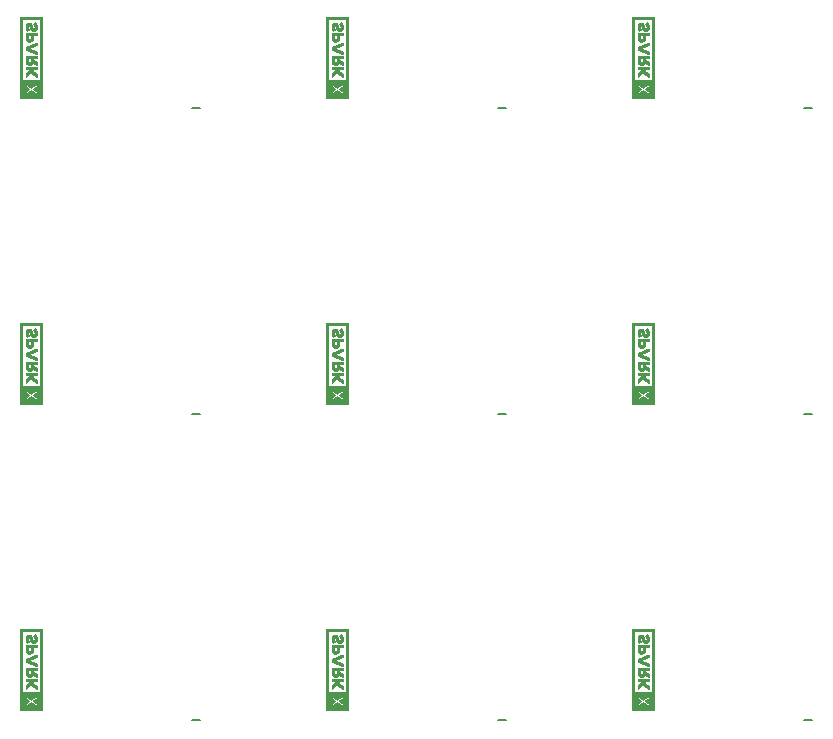
<source format=gbo>
G75*
%MOIN*%
%OFA0B0*%
%FSLAX25Y25*%
%IPPOS*%
%LPD*%
%AMOC8*
5,1,8,0,0,1.08239X$1,22.5*
%
%ADD10C,0.00039*%
%ADD11C,0.00800*%
D10*
X0046225Y0070433D02*
X0046225Y0076465D01*
X0046225Y0097433D01*
X0053699Y0097433D01*
X0053699Y0076708D01*
X0053699Y0070433D01*
X0050326Y0070433D01*
X0050326Y0072698D01*
X0051774Y0071710D01*
X0051774Y0072647D01*
X0050532Y0073460D01*
X0051774Y0074278D01*
X0051774Y0075182D01*
X0050326Y0074189D01*
X0050326Y0076465D01*
X0053005Y0076465D01*
X0053005Y0076708D01*
X0053699Y0076708D01*
X0053005Y0076708D01*
X0053005Y0096739D01*
X0046919Y0096739D01*
X0046919Y0076465D01*
X0050326Y0076465D01*
X0050326Y0074189D01*
X0049932Y0073919D01*
X0048153Y0075128D01*
X0048153Y0074197D01*
X0049327Y0073435D01*
X0048153Y0072669D01*
X0048153Y0071764D01*
X0049921Y0072974D01*
X0050326Y0072698D01*
X0050326Y0070433D01*
X0046225Y0070433D01*
X0046225Y0070451D02*
X0050326Y0070451D01*
X0053699Y0070451D01*
X0053699Y0070489D02*
X0050326Y0070489D01*
X0046225Y0070489D01*
X0046225Y0070527D02*
X0050326Y0070527D01*
X0053699Y0070527D01*
X0053699Y0070564D02*
X0050326Y0070564D01*
X0046225Y0070564D01*
X0046225Y0070602D02*
X0050326Y0070602D01*
X0053699Y0070602D01*
X0053699Y0070640D02*
X0050326Y0070640D01*
X0046225Y0070640D01*
X0046225Y0070678D02*
X0050326Y0070678D01*
X0053699Y0070678D01*
X0053699Y0070716D02*
X0050326Y0070716D01*
X0046225Y0070716D01*
X0046225Y0070754D02*
X0050326Y0070754D01*
X0053699Y0070754D01*
X0053699Y0070792D02*
X0050326Y0070792D01*
X0046225Y0070792D01*
X0046225Y0070830D02*
X0050326Y0070830D01*
X0053699Y0070830D01*
X0053699Y0070867D02*
X0050326Y0070867D01*
X0046225Y0070867D01*
X0046225Y0070905D02*
X0050326Y0070905D01*
X0053699Y0070905D01*
X0053699Y0070943D02*
X0050326Y0070943D01*
X0046225Y0070943D01*
X0046225Y0070981D02*
X0050326Y0070981D01*
X0053699Y0070981D01*
X0053699Y0071019D02*
X0050326Y0071019D01*
X0046225Y0071019D01*
X0046225Y0071057D02*
X0050326Y0071057D01*
X0053699Y0071057D01*
X0053699Y0071095D02*
X0050326Y0071095D01*
X0046225Y0071095D01*
X0046225Y0071133D02*
X0050326Y0071133D01*
X0053699Y0071133D01*
X0053699Y0071170D02*
X0050326Y0071170D01*
X0046225Y0071170D01*
X0046225Y0071208D02*
X0050326Y0071208D01*
X0053699Y0071208D01*
X0053699Y0071246D02*
X0050326Y0071246D01*
X0046225Y0071246D01*
X0046225Y0071284D02*
X0050326Y0071284D01*
X0053699Y0071284D01*
X0053699Y0071322D02*
X0050326Y0071322D01*
X0046225Y0071322D01*
X0046225Y0071360D02*
X0050326Y0071360D01*
X0053699Y0071360D01*
X0053699Y0071398D02*
X0050326Y0071398D01*
X0046225Y0071398D01*
X0046225Y0071436D02*
X0050326Y0071436D01*
X0053699Y0071436D01*
X0053699Y0071474D02*
X0050326Y0071474D01*
X0046225Y0071474D01*
X0046225Y0071511D02*
X0050326Y0071511D01*
X0053699Y0071511D01*
X0053699Y0071549D02*
X0050326Y0071549D01*
X0046225Y0071549D01*
X0046225Y0071587D02*
X0050326Y0071587D01*
X0053699Y0071587D01*
X0053699Y0071625D02*
X0050326Y0071625D01*
X0046225Y0071625D01*
X0046225Y0071663D02*
X0050326Y0071663D01*
X0053699Y0071663D01*
X0053699Y0071701D02*
X0050326Y0071701D01*
X0046225Y0071701D01*
X0046225Y0071739D02*
X0050326Y0071739D01*
X0051732Y0071739D01*
X0051774Y0071739D02*
X0053699Y0071739D01*
X0053699Y0071777D02*
X0051774Y0071777D01*
X0051774Y0071814D02*
X0053699Y0071814D01*
X0053699Y0071852D02*
X0051774Y0071852D01*
X0051774Y0071890D02*
X0053699Y0071890D01*
X0053699Y0071928D02*
X0051774Y0071928D01*
X0051774Y0071966D02*
X0053699Y0071966D01*
X0053699Y0072004D02*
X0051774Y0072004D01*
X0051774Y0072042D02*
X0053699Y0072042D01*
X0053699Y0072080D02*
X0051774Y0072080D01*
X0051774Y0072118D02*
X0053699Y0072118D01*
X0053699Y0072155D02*
X0051774Y0072155D01*
X0051774Y0072193D02*
X0053699Y0072193D01*
X0053699Y0072231D02*
X0051774Y0072231D01*
X0051774Y0072269D02*
X0053699Y0072269D01*
X0053699Y0072307D02*
X0051774Y0072307D01*
X0051774Y0072345D02*
X0053699Y0072345D01*
X0053699Y0072383D02*
X0051774Y0072383D01*
X0051774Y0072421D02*
X0053699Y0072421D01*
X0053699Y0072458D02*
X0051774Y0072458D01*
X0051774Y0072496D02*
X0053699Y0072496D01*
X0053699Y0072534D02*
X0051774Y0072534D01*
X0051774Y0072572D02*
X0053699Y0072572D01*
X0053699Y0072610D02*
X0051774Y0072610D01*
X0051772Y0072648D02*
X0053699Y0072648D01*
X0053699Y0072686D02*
X0051714Y0072686D01*
X0051657Y0072724D02*
X0053699Y0072724D01*
X0053699Y0072762D02*
X0051599Y0072762D01*
X0051541Y0072799D02*
X0053699Y0072799D01*
X0053699Y0072837D02*
X0051483Y0072837D01*
X0051425Y0072875D02*
X0053699Y0072875D01*
X0053699Y0072913D02*
X0051367Y0072913D01*
X0051309Y0072951D02*
X0053699Y0072951D01*
X0053699Y0072989D02*
X0051251Y0072989D01*
X0051193Y0073027D02*
X0053699Y0073027D01*
X0053699Y0073065D02*
X0051135Y0073065D01*
X0051078Y0073102D02*
X0053699Y0073102D01*
X0053699Y0073140D02*
X0051020Y0073140D01*
X0050962Y0073178D02*
X0053699Y0073178D01*
X0053699Y0073216D02*
X0050904Y0073216D01*
X0050846Y0073254D02*
X0053699Y0073254D01*
X0053699Y0073292D02*
X0050788Y0073292D01*
X0050730Y0073330D02*
X0053699Y0073330D01*
X0053699Y0073368D02*
X0050672Y0073368D01*
X0050614Y0073405D02*
X0053699Y0073405D01*
X0053699Y0073443D02*
X0050557Y0073443D01*
X0050564Y0073481D02*
X0053699Y0073481D01*
X0053699Y0073519D02*
X0050622Y0073519D01*
X0050679Y0073557D02*
X0053699Y0073557D01*
X0053699Y0073595D02*
X0050737Y0073595D01*
X0050794Y0073633D02*
X0053699Y0073633D01*
X0053699Y0073671D02*
X0050852Y0073671D01*
X0050909Y0073709D02*
X0053699Y0073709D01*
X0053699Y0073746D02*
X0050967Y0073746D01*
X0051024Y0073784D02*
X0053699Y0073784D01*
X0053699Y0073822D02*
X0051082Y0073822D01*
X0051139Y0073860D02*
X0053699Y0073860D01*
X0053699Y0073898D02*
X0051197Y0073898D01*
X0051254Y0073936D02*
X0053699Y0073936D01*
X0053699Y0073974D02*
X0051312Y0073974D01*
X0051369Y0074012D02*
X0053699Y0074012D01*
X0053699Y0074049D02*
X0051427Y0074049D01*
X0051484Y0074087D02*
X0053699Y0074087D01*
X0053699Y0074125D02*
X0051542Y0074125D01*
X0051599Y0074163D02*
X0053699Y0074163D01*
X0053699Y0074201D02*
X0051657Y0074201D01*
X0051714Y0074239D02*
X0053699Y0074239D01*
X0053699Y0074277D02*
X0051772Y0074277D01*
X0051774Y0074315D02*
X0053699Y0074315D01*
X0053699Y0074353D02*
X0051774Y0074353D01*
X0051774Y0074390D02*
X0053699Y0074390D01*
X0053699Y0074428D02*
X0051774Y0074428D01*
X0051774Y0074466D02*
X0053699Y0074466D01*
X0053699Y0074504D02*
X0051774Y0074504D01*
X0051774Y0074542D02*
X0053699Y0074542D01*
X0053699Y0074580D02*
X0051774Y0074580D01*
X0051774Y0074618D02*
X0053699Y0074618D01*
X0053699Y0074656D02*
X0051774Y0074656D01*
X0051774Y0074693D02*
X0053699Y0074693D01*
X0053699Y0074731D02*
X0051774Y0074731D01*
X0051774Y0074769D02*
X0053699Y0074769D01*
X0053699Y0074807D02*
X0051774Y0074807D01*
X0051774Y0074845D02*
X0053699Y0074845D01*
X0053699Y0074883D02*
X0051774Y0074883D01*
X0051774Y0074921D02*
X0053699Y0074921D01*
X0053699Y0074959D02*
X0051774Y0074959D01*
X0051774Y0074997D02*
X0053699Y0074997D01*
X0053699Y0075034D02*
X0051774Y0075034D01*
X0051774Y0075072D02*
X0053699Y0075072D01*
X0053699Y0075110D02*
X0051774Y0075110D01*
X0051774Y0075148D02*
X0053699Y0075148D01*
X0053699Y0075186D02*
X0050326Y0075186D01*
X0046225Y0075186D01*
X0046225Y0075224D02*
X0050326Y0075224D01*
X0053699Y0075224D01*
X0053699Y0075262D02*
X0050326Y0075262D01*
X0046225Y0075262D01*
X0046225Y0075300D02*
X0050326Y0075300D01*
X0053699Y0075300D01*
X0053699Y0075337D02*
X0050326Y0075337D01*
X0046225Y0075337D01*
X0046225Y0075375D02*
X0050326Y0075375D01*
X0053699Y0075375D01*
X0053699Y0075413D02*
X0050326Y0075413D01*
X0046225Y0075413D01*
X0046225Y0075451D02*
X0050326Y0075451D01*
X0053699Y0075451D01*
X0053699Y0075489D02*
X0050326Y0075489D01*
X0046225Y0075489D01*
X0046225Y0075527D02*
X0050326Y0075527D01*
X0053699Y0075527D01*
X0053699Y0075565D02*
X0050326Y0075565D01*
X0046225Y0075565D01*
X0046225Y0075603D02*
X0050326Y0075603D01*
X0053699Y0075603D01*
X0053699Y0075640D02*
X0050326Y0075640D01*
X0046225Y0075640D01*
X0046225Y0075678D02*
X0050326Y0075678D01*
X0053699Y0075678D01*
X0053699Y0075716D02*
X0050326Y0075716D01*
X0046225Y0075716D01*
X0046225Y0075754D02*
X0050326Y0075754D01*
X0053699Y0075754D01*
X0053699Y0075792D02*
X0050326Y0075792D01*
X0046225Y0075792D01*
X0046225Y0075830D02*
X0050326Y0075830D01*
X0053699Y0075830D01*
X0053699Y0075868D02*
X0050326Y0075868D01*
X0046225Y0075868D01*
X0046225Y0075906D02*
X0050326Y0075906D01*
X0053699Y0075906D01*
X0053699Y0075944D02*
X0050326Y0075944D01*
X0046225Y0075944D01*
X0046225Y0075981D02*
X0050326Y0075981D01*
X0053699Y0075981D01*
X0053699Y0076019D02*
X0050326Y0076019D01*
X0046225Y0076019D01*
X0046225Y0076057D02*
X0050326Y0076057D01*
X0053699Y0076057D01*
X0053699Y0076095D02*
X0050326Y0076095D01*
X0046225Y0076095D01*
X0046225Y0076133D02*
X0050326Y0076133D01*
X0053699Y0076133D01*
X0053699Y0076171D02*
X0050326Y0076171D01*
X0046225Y0076171D01*
X0046225Y0076209D02*
X0050326Y0076209D01*
X0053699Y0076209D01*
X0053699Y0076247D02*
X0050326Y0076247D01*
X0046225Y0076247D01*
X0046225Y0076284D02*
X0050326Y0076284D01*
X0053699Y0076284D01*
X0053699Y0076322D02*
X0050326Y0076322D01*
X0046225Y0076322D01*
X0046225Y0076360D02*
X0050326Y0076360D01*
X0053699Y0076360D01*
X0053699Y0076398D02*
X0050326Y0076398D01*
X0046225Y0076398D01*
X0046225Y0076436D02*
X0050326Y0076436D01*
X0053699Y0076436D01*
X0053699Y0076474D02*
X0053005Y0076474D01*
X0053005Y0076512D02*
X0053699Y0076512D01*
X0053699Y0076550D02*
X0053005Y0076550D01*
X0053005Y0076588D02*
X0053699Y0076588D01*
X0053699Y0076625D02*
X0053005Y0076625D01*
X0053005Y0076663D02*
X0053699Y0076663D01*
X0053699Y0076701D02*
X0053005Y0076701D01*
X0053005Y0076739D02*
X0053699Y0076739D01*
X0053699Y0076777D02*
X0053005Y0076777D01*
X0053005Y0076815D02*
X0053699Y0076815D01*
X0053699Y0076853D02*
X0053005Y0076853D01*
X0053005Y0076891D02*
X0053699Y0076891D01*
X0053699Y0076928D02*
X0053005Y0076928D01*
X0053005Y0076966D02*
X0053699Y0076966D01*
X0053699Y0077004D02*
X0053005Y0077004D01*
X0053005Y0077042D02*
X0053699Y0077042D01*
X0053699Y0077080D02*
X0053005Y0077080D01*
X0053005Y0077118D02*
X0053699Y0077118D01*
X0053699Y0077156D02*
X0053005Y0077156D01*
X0053005Y0077194D02*
X0053699Y0077194D01*
X0053699Y0077232D02*
X0053005Y0077232D01*
X0053005Y0077269D02*
X0053699Y0077269D01*
X0053699Y0077307D02*
X0053005Y0077307D01*
X0053005Y0077345D02*
X0053699Y0077345D01*
X0053699Y0077383D02*
X0053005Y0077383D01*
X0053005Y0077421D02*
X0053699Y0077421D01*
X0053699Y0077459D02*
X0053005Y0077459D01*
X0053005Y0077497D02*
X0053699Y0077497D01*
X0053699Y0077535D02*
X0053005Y0077535D01*
X0053005Y0077572D02*
X0053699Y0077572D01*
X0053699Y0077610D02*
X0053005Y0077610D01*
X0053005Y0077648D02*
X0053699Y0077648D01*
X0053699Y0077686D02*
X0053005Y0077686D01*
X0053005Y0077724D02*
X0053699Y0077724D01*
X0053699Y0077762D02*
X0053005Y0077762D01*
X0053005Y0077800D02*
X0053699Y0077800D01*
X0053699Y0077838D02*
X0053005Y0077838D01*
X0053005Y0077875D02*
X0053699Y0077875D01*
X0053699Y0077913D02*
X0053005Y0077913D01*
X0053005Y0077951D02*
X0053699Y0077951D01*
X0053699Y0077989D02*
X0053005Y0077989D01*
X0053005Y0078027D02*
X0053699Y0078027D01*
X0053699Y0078065D02*
X0053005Y0078065D01*
X0053005Y0078103D02*
X0053699Y0078103D01*
X0053699Y0078141D02*
X0053005Y0078141D01*
X0053005Y0078179D02*
X0053699Y0078179D01*
X0053699Y0078216D02*
X0053005Y0078216D01*
X0053005Y0078254D02*
X0053699Y0078254D01*
X0053699Y0078292D02*
X0053005Y0078292D01*
X0053005Y0078330D02*
X0053699Y0078330D01*
X0053699Y0078368D02*
X0053005Y0078368D01*
X0053005Y0078406D02*
X0053699Y0078406D01*
X0053699Y0078444D02*
X0053005Y0078444D01*
X0053005Y0078482D02*
X0053699Y0078482D01*
X0053699Y0078519D02*
X0053005Y0078519D01*
X0053005Y0078557D02*
X0053699Y0078557D01*
X0053699Y0078595D02*
X0053005Y0078595D01*
X0053005Y0078633D02*
X0053699Y0078633D01*
X0053699Y0078671D02*
X0053005Y0078671D01*
X0053005Y0078709D02*
X0053699Y0078709D01*
X0053699Y0078747D02*
X0053005Y0078747D01*
X0053005Y0078785D02*
X0053699Y0078785D01*
X0053699Y0078823D02*
X0053005Y0078823D01*
X0053005Y0078860D02*
X0053699Y0078860D01*
X0053699Y0078898D02*
X0053005Y0078898D01*
X0053005Y0078936D02*
X0053699Y0078936D01*
X0053699Y0078974D02*
X0053005Y0078974D01*
X0053005Y0079012D02*
X0053699Y0079012D01*
X0053699Y0079050D02*
X0053005Y0079050D01*
X0053005Y0079088D02*
X0053699Y0079088D01*
X0053699Y0079126D02*
X0053005Y0079126D01*
X0053005Y0079163D02*
X0053699Y0079163D01*
X0053699Y0079201D02*
X0053005Y0079201D01*
X0053005Y0079239D02*
X0053699Y0079239D01*
X0053699Y0079277D02*
X0053005Y0079277D01*
X0053005Y0079315D02*
X0053699Y0079315D01*
X0053699Y0079353D02*
X0053005Y0079353D01*
X0053005Y0079391D02*
X0053699Y0079391D01*
X0053699Y0079429D02*
X0053005Y0079429D01*
X0053005Y0079467D02*
X0053699Y0079467D01*
X0053699Y0079504D02*
X0053005Y0079504D01*
X0053005Y0079542D02*
X0053699Y0079542D01*
X0053699Y0079580D02*
X0053005Y0079580D01*
X0053005Y0079618D02*
X0053699Y0079618D01*
X0053699Y0079656D02*
X0053005Y0079656D01*
X0053005Y0079694D02*
X0053699Y0079694D01*
X0053699Y0079732D02*
X0053005Y0079732D01*
X0053005Y0079770D02*
X0053699Y0079770D01*
X0053699Y0079807D02*
X0053005Y0079807D01*
X0053005Y0079845D02*
X0053699Y0079845D01*
X0053699Y0079883D02*
X0053005Y0079883D01*
X0053005Y0079921D02*
X0053699Y0079921D01*
X0053699Y0079959D02*
X0053005Y0079959D01*
X0053005Y0079997D02*
X0053699Y0079997D01*
X0053699Y0080035D02*
X0053005Y0080035D01*
X0053005Y0080073D02*
X0053699Y0080073D01*
X0053699Y0080110D02*
X0053005Y0080110D01*
X0053005Y0080148D02*
X0053699Y0080148D01*
X0053699Y0080186D02*
X0053005Y0080186D01*
X0053005Y0080224D02*
X0053699Y0080224D01*
X0053699Y0080262D02*
X0053005Y0080262D01*
X0053005Y0080300D02*
X0053699Y0080300D01*
X0053699Y0080338D02*
X0053005Y0080338D01*
X0053005Y0080376D02*
X0053699Y0080376D01*
X0053699Y0080414D02*
X0053005Y0080414D01*
X0053005Y0080451D02*
X0053699Y0080451D01*
X0053699Y0080489D02*
X0053005Y0080489D01*
X0053005Y0080527D02*
X0053699Y0080527D01*
X0053699Y0080565D02*
X0053005Y0080565D01*
X0053005Y0080603D02*
X0053699Y0080603D01*
X0053699Y0080641D02*
X0053005Y0080641D01*
X0053005Y0080679D02*
X0053699Y0080679D01*
X0053699Y0080717D02*
X0053005Y0080717D01*
X0053005Y0080754D02*
X0053699Y0080754D01*
X0053699Y0080792D02*
X0053005Y0080792D01*
X0053005Y0080830D02*
X0053699Y0080830D01*
X0053699Y0080868D02*
X0053005Y0080868D01*
X0053005Y0080906D02*
X0053699Y0080906D01*
X0053699Y0080944D02*
X0053005Y0080944D01*
X0053005Y0080982D02*
X0053699Y0080982D01*
X0053699Y0081020D02*
X0053005Y0081020D01*
X0053005Y0081058D02*
X0053699Y0081058D01*
X0053699Y0081095D02*
X0053005Y0081095D01*
X0053005Y0081133D02*
X0053699Y0081133D01*
X0053699Y0081171D02*
X0053005Y0081171D01*
X0053005Y0081209D02*
X0053699Y0081209D01*
X0053699Y0081247D02*
X0053005Y0081247D01*
X0053005Y0081285D02*
X0053699Y0081285D01*
X0053699Y0081323D02*
X0053005Y0081323D01*
X0053005Y0081361D02*
X0053699Y0081361D01*
X0053699Y0081398D02*
X0053005Y0081398D01*
X0053005Y0081436D02*
X0053699Y0081436D01*
X0053699Y0081474D02*
X0053005Y0081474D01*
X0053005Y0081512D02*
X0053699Y0081512D01*
X0053699Y0081550D02*
X0053005Y0081550D01*
X0053005Y0081588D02*
X0053699Y0081588D01*
X0053699Y0081626D02*
X0053005Y0081626D01*
X0053005Y0081664D02*
X0053699Y0081664D01*
X0053699Y0081702D02*
X0053005Y0081702D01*
X0053005Y0081739D02*
X0053699Y0081739D01*
X0053699Y0081777D02*
X0053005Y0081777D01*
X0053005Y0081815D02*
X0053699Y0081815D01*
X0053699Y0081853D02*
X0053005Y0081853D01*
X0053005Y0081891D02*
X0053699Y0081891D01*
X0053699Y0081929D02*
X0053005Y0081929D01*
X0053005Y0081967D02*
X0053699Y0081967D01*
X0053699Y0082005D02*
X0053005Y0082005D01*
X0053005Y0082042D02*
X0053699Y0082042D01*
X0053699Y0082080D02*
X0053005Y0082080D01*
X0053005Y0082118D02*
X0053699Y0082118D01*
X0053699Y0082156D02*
X0053005Y0082156D01*
X0053005Y0082194D02*
X0053699Y0082194D01*
X0053699Y0082232D02*
X0053005Y0082232D01*
X0053005Y0082270D02*
X0053699Y0082270D01*
X0053699Y0082308D02*
X0053005Y0082308D01*
X0053005Y0082345D02*
X0053699Y0082345D01*
X0053699Y0082383D02*
X0053005Y0082383D01*
X0053005Y0082421D02*
X0053699Y0082421D01*
X0053699Y0082459D02*
X0053005Y0082459D01*
X0053005Y0082497D02*
X0053699Y0082497D01*
X0053699Y0082535D02*
X0053005Y0082535D01*
X0053005Y0082573D02*
X0053699Y0082573D01*
X0053699Y0082611D02*
X0053005Y0082611D01*
X0053005Y0082649D02*
X0053699Y0082649D01*
X0053699Y0082686D02*
X0053005Y0082686D01*
X0053005Y0082724D02*
X0053699Y0082724D01*
X0053699Y0082762D02*
X0053005Y0082762D01*
X0053005Y0082800D02*
X0053699Y0082800D01*
X0053699Y0082838D02*
X0053005Y0082838D01*
X0053005Y0082876D02*
X0053699Y0082876D01*
X0053699Y0082914D02*
X0053005Y0082914D01*
X0053005Y0082952D02*
X0053699Y0082952D01*
X0053699Y0082989D02*
X0053005Y0082989D01*
X0053005Y0083027D02*
X0053699Y0083027D01*
X0053699Y0083065D02*
X0053005Y0083065D01*
X0053005Y0083103D02*
X0053699Y0083103D01*
X0053699Y0083141D02*
X0053005Y0083141D01*
X0053005Y0083179D02*
X0053699Y0083179D01*
X0053699Y0083217D02*
X0053005Y0083217D01*
X0053005Y0083255D02*
X0053699Y0083255D01*
X0053699Y0083293D02*
X0053005Y0083293D01*
X0053005Y0083330D02*
X0053699Y0083330D01*
X0053699Y0083368D02*
X0053005Y0083368D01*
X0053005Y0083406D02*
X0053699Y0083406D01*
X0053699Y0083444D02*
X0053005Y0083444D01*
X0053005Y0083482D02*
X0053699Y0083482D01*
X0053699Y0083520D02*
X0053005Y0083520D01*
X0053005Y0083558D02*
X0053699Y0083558D01*
X0053699Y0083596D02*
X0053005Y0083596D01*
X0053005Y0083633D02*
X0053699Y0083633D01*
X0053699Y0083671D02*
X0053005Y0083671D01*
X0053005Y0083709D02*
X0053699Y0083709D01*
X0053699Y0083747D02*
X0053005Y0083747D01*
X0053005Y0083785D02*
X0053699Y0083785D01*
X0053699Y0083823D02*
X0053005Y0083823D01*
X0053005Y0083861D02*
X0053699Y0083861D01*
X0053699Y0083899D02*
X0053005Y0083899D01*
X0053005Y0083937D02*
X0053699Y0083937D01*
X0053699Y0083974D02*
X0053005Y0083974D01*
X0053005Y0084012D02*
X0053699Y0084012D01*
X0053699Y0084050D02*
X0053005Y0084050D01*
X0053005Y0084088D02*
X0053699Y0084088D01*
X0053699Y0084126D02*
X0053005Y0084126D01*
X0053005Y0084164D02*
X0053699Y0084164D01*
X0053699Y0084202D02*
X0053005Y0084202D01*
X0053005Y0084240D02*
X0053699Y0084240D01*
X0053699Y0084277D02*
X0053005Y0084277D01*
X0053005Y0084315D02*
X0053699Y0084315D01*
X0053699Y0084353D02*
X0053005Y0084353D01*
X0053005Y0084391D02*
X0053699Y0084391D01*
X0053699Y0084429D02*
X0053005Y0084429D01*
X0053005Y0084467D02*
X0053699Y0084467D01*
X0053699Y0084505D02*
X0053005Y0084505D01*
X0053005Y0084543D02*
X0053699Y0084543D01*
X0053699Y0084580D02*
X0053005Y0084580D01*
X0053005Y0084618D02*
X0053699Y0084618D01*
X0053699Y0084656D02*
X0053005Y0084656D01*
X0053005Y0084694D02*
X0053699Y0084694D01*
X0053699Y0084732D02*
X0053005Y0084732D01*
X0053005Y0084770D02*
X0053699Y0084770D01*
X0053699Y0084808D02*
X0053005Y0084808D01*
X0053005Y0084846D02*
X0053699Y0084846D01*
X0053699Y0084884D02*
X0053005Y0084884D01*
X0053005Y0084921D02*
X0053699Y0084921D01*
X0053699Y0084959D02*
X0053005Y0084959D01*
X0053005Y0084997D02*
X0053699Y0084997D01*
X0053699Y0085035D02*
X0053005Y0085035D01*
X0053005Y0085073D02*
X0053699Y0085073D01*
X0053699Y0085111D02*
X0053005Y0085111D01*
X0053005Y0085149D02*
X0053699Y0085149D01*
X0053699Y0085187D02*
X0053005Y0085187D01*
X0053005Y0085224D02*
X0053699Y0085224D01*
X0053699Y0085262D02*
X0053005Y0085262D01*
X0053005Y0085300D02*
X0053699Y0085300D01*
X0053699Y0085338D02*
X0053005Y0085338D01*
X0053005Y0085376D02*
X0053699Y0085376D01*
X0053699Y0085414D02*
X0053005Y0085414D01*
X0053005Y0085452D02*
X0053699Y0085452D01*
X0053699Y0085490D02*
X0053005Y0085490D01*
X0053005Y0085528D02*
X0053699Y0085528D01*
X0053699Y0085565D02*
X0053005Y0085565D01*
X0053005Y0085603D02*
X0053699Y0085603D01*
X0053699Y0085641D02*
X0053005Y0085641D01*
X0053005Y0085679D02*
X0053699Y0085679D01*
X0053699Y0085717D02*
X0053005Y0085717D01*
X0053005Y0085755D02*
X0053699Y0085755D01*
X0053699Y0085793D02*
X0053005Y0085793D01*
X0053005Y0085831D02*
X0053699Y0085831D01*
X0053699Y0085868D02*
X0053005Y0085868D01*
X0053005Y0085906D02*
X0053699Y0085906D01*
X0053699Y0085944D02*
X0053005Y0085944D01*
X0053005Y0085982D02*
X0053699Y0085982D01*
X0053699Y0086020D02*
X0053005Y0086020D01*
X0053005Y0086058D02*
X0053699Y0086058D01*
X0053699Y0086096D02*
X0053005Y0086096D01*
X0053005Y0086134D02*
X0053699Y0086134D01*
X0053699Y0086172D02*
X0053005Y0086172D01*
X0053005Y0086209D02*
X0053699Y0086209D01*
X0053699Y0086247D02*
X0053005Y0086247D01*
X0053005Y0086285D02*
X0053699Y0086285D01*
X0053699Y0086323D02*
X0053005Y0086323D01*
X0053005Y0086361D02*
X0053699Y0086361D01*
X0053699Y0086399D02*
X0053005Y0086399D01*
X0053005Y0086437D02*
X0053699Y0086437D01*
X0053699Y0086475D02*
X0053005Y0086475D01*
X0053005Y0086512D02*
X0053699Y0086512D01*
X0053699Y0086550D02*
X0053005Y0086550D01*
X0053005Y0086588D02*
X0053699Y0086588D01*
X0053699Y0086626D02*
X0053005Y0086626D01*
X0053005Y0086664D02*
X0053699Y0086664D01*
X0053699Y0086702D02*
X0053005Y0086702D01*
X0053005Y0086740D02*
X0053699Y0086740D01*
X0053699Y0086778D02*
X0053005Y0086778D01*
X0053005Y0086816D02*
X0053699Y0086816D01*
X0053699Y0086853D02*
X0053005Y0086853D01*
X0053005Y0086891D02*
X0053699Y0086891D01*
X0053699Y0086929D02*
X0053005Y0086929D01*
X0053005Y0086967D02*
X0053699Y0086967D01*
X0053699Y0087005D02*
X0053005Y0087005D01*
X0053005Y0087043D02*
X0053699Y0087043D01*
X0053699Y0087081D02*
X0053005Y0087081D01*
X0053005Y0087119D02*
X0053699Y0087119D01*
X0053699Y0087156D02*
X0053005Y0087156D01*
X0053005Y0087194D02*
X0053699Y0087194D01*
X0053699Y0087232D02*
X0053005Y0087232D01*
X0053005Y0087270D02*
X0053699Y0087270D01*
X0053699Y0087308D02*
X0053005Y0087308D01*
X0053005Y0087346D02*
X0053699Y0087346D01*
X0053699Y0087384D02*
X0053005Y0087384D01*
X0053005Y0087422D02*
X0053699Y0087422D01*
X0053699Y0087459D02*
X0053005Y0087459D01*
X0053005Y0087497D02*
X0053699Y0087497D01*
X0053699Y0087535D02*
X0053005Y0087535D01*
X0053005Y0087573D02*
X0053699Y0087573D01*
X0053699Y0087611D02*
X0053005Y0087611D01*
X0053005Y0087649D02*
X0053699Y0087649D01*
X0053699Y0087687D02*
X0053005Y0087687D01*
X0053005Y0087725D02*
X0053699Y0087725D01*
X0053699Y0087763D02*
X0053005Y0087763D01*
X0053005Y0087800D02*
X0053699Y0087800D01*
X0053699Y0087838D02*
X0053005Y0087838D01*
X0053005Y0087876D02*
X0053699Y0087876D01*
X0053699Y0087914D02*
X0053005Y0087914D01*
X0053005Y0087952D02*
X0053699Y0087952D01*
X0053699Y0087990D02*
X0053005Y0087990D01*
X0053005Y0088028D02*
X0053699Y0088028D01*
X0053699Y0088066D02*
X0053005Y0088066D01*
X0053005Y0088103D02*
X0053699Y0088103D01*
X0053699Y0088141D02*
X0053005Y0088141D01*
X0053005Y0088179D02*
X0053699Y0088179D01*
X0053699Y0088217D02*
X0053005Y0088217D01*
X0053005Y0088255D02*
X0053699Y0088255D01*
X0053699Y0088293D02*
X0053005Y0088293D01*
X0053005Y0088331D02*
X0053699Y0088331D01*
X0053699Y0088369D02*
X0053005Y0088369D01*
X0053005Y0088407D02*
X0053699Y0088407D01*
X0053699Y0088444D02*
X0053005Y0088444D01*
X0053005Y0088482D02*
X0053699Y0088482D01*
X0053699Y0088520D02*
X0053005Y0088520D01*
X0053005Y0088558D02*
X0053699Y0088558D01*
X0053699Y0088596D02*
X0053005Y0088596D01*
X0053005Y0088634D02*
X0053699Y0088634D01*
X0053699Y0088672D02*
X0053005Y0088672D01*
X0053005Y0088710D02*
X0053699Y0088710D01*
X0053699Y0088747D02*
X0053005Y0088747D01*
X0053005Y0088785D02*
X0053699Y0088785D01*
X0053699Y0088823D02*
X0053005Y0088823D01*
X0053005Y0088861D02*
X0053699Y0088861D01*
X0053699Y0088899D02*
X0053005Y0088899D01*
X0053005Y0088937D02*
X0053699Y0088937D01*
X0053699Y0088975D02*
X0053005Y0088975D01*
X0053005Y0089013D02*
X0053699Y0089013D01*
X0053699Y0089051D02*
X0053005Y0089051D01*
X0053005Y0089088D02*
X0053699Y0089088D01*
X0053699Y0089126D02*
X0053005Y0089126D01*
X0053005Y0089164D02*
X0053699Y0089164D01*
X0053699Y0089202D02*
X0053005Y0089202D01*
X0053005Y0089240D02*
X0053699Y0089240D01*
X0053699Y0089278D02*
X0053005Y0089278D01*
X0053005Y0089316D02*
X0053699Y0089316D01*
X0053699Y0089354D02*
X0053005Y0089354D01*
X0053005Y0089391D02*
X0053699Y0089391D01*
X0053699Y0089429D02*
X0053005Y0089429D01*
X0053005Y0089467D02*
X0053699Y0089467D01*
X0053699Y0089505D02*
X0053005Y0089505D01*
X0053005Y0089543D02*
X0053699Y0089543D01*
X0053699Y0089581D02*
X0053005Y0089581D01*
X0053005Y0089619D02*
X0053699Y0089619D01*
X0053699Y0089657D02*
X0053005Y0089657D01*
X0053005Y0089694D02*
X0053699Y0089694D01*
X0053699Y0089732D02*
X0053005Y0089732D01*
X0053005Y0089770D02*
X0053699Y0089770D01*
X0053699Y0089808D02*
X0053005Y0089808D01*
X0053005Y0089846D02*
X0053699Y0089846D01*
X0053699Y0089884D02*
X0053005Y0089884D01*
X0053005Y0089922D02*
X0053699Y0089922D01*
X0053699Y0089960D02*
X0053005Y0089960D01*
X0053005Y0089998D02*
X0053699Y0089998D01*
X0053699Y0090035D02*
X0053005Y0090035D01*
X0053005Y0090073D02*
X0053699Y0090073D01*
X0053699Y0090111D02*
X0053005Y0090111D01*
X0053005Y0090149D02*
X0053699Y0090149D01*
X0053699Y0090187D02*
X0053005Y0090187D01*
X0053005Y0090225D02*
X0053699Y0090225D01*
X0053699Y0090263D02*
X0053005Y0090263D01*
X0053005Y0090301D02*
X0053699Y0090301D01*
X0053699Y0090338D02*
X0053005Y0090338D01*
X0053005Y0090376D02*
X0053699Y0090376D01*
X0053699Y0090414D02*
X0053005Y0090414D01*
X0053005Y0090452D02*
X0053699Y0090452D01*
X0053699Y0090490D02*
X0053005Y0090490D01*
X0053005Y0090528D02*
X0053699Y0090528D01*
X0053699Y0090566D02*
X0053005Y0090566D01*
X0053005Y0090604D02*
X0053699Y0090604D01*
X0053699Y0090642D02*
X0053005Y0090642D01*
X0053005Y0090679D02*
X0053699Y0090679D01*
X0053699Y0090717D02*
X0053005Y0090717D01*
X0053005Y0090755D02*
X0053699Y0090755D01*
X0053699Y0090793D02*
X0053005Y0090793D01*
X0053005Y0090831D02*
X0053699Y0090831D01*
X0053699Y0090869D02*
X0053005Y0090869D01*
X0053005Y0090907D02*
X0053699Y0090907D01*
X0053699Y0090945D02*
X0053005Y0090945D01*
X0053005Y0090982D02*
X0053699Y0090982D01*
X0053699Y0091020D02*
X0053005Y0091020D01*
X0053005Y0091058D02*
X0053699Y0091058D01*
X0053699Y0091096D02*
X0053005Y0091096D01*
X0053005Y0091134D02*
X0053699Y0091134D01*
X0053699Y0091172D02*
X0053005Y0091172D01*
X0053005Y0091210D02*
X0053699Y0091210D01*
X0053699Y0091248D02*
X0053005Y0091248D01*
X0053005Y0091286D02*
X0053699Y0091286D01*
X0053699Y0091323D02*
X0053005Y0091323D01*
X0053005Y0091361D02*
X0053699Y0091361D01*
X0053699Y0091399D02*
X0053005Y0091399D01*
X0053005Y0091437D02*
X0053699Y0091437D01*
X0053699Y0091475D02*
X0053005Y0091475D01*
X0053005Y0091513D02*
X0053699Y0091513D01*
X0053699Y0091551D02*
X0053005Y0091551D01*
X0053005Y0091589D02*
X0053699Y0091589D01*
X0053699Y0091626D02*
X0053005Y0091626D01*
X0053005Y0091664D02*
X0053699Y0091664D01*
X0053699Y0091702D02*
X0053005Y0091702D01*
X0053005Y0091740D02*
X0053699Y0091740D01*
X0053699Y0091778D02*
X0053005Y0091778D01*
X0053005Y0091816D02*
X0053699Y0091816D01*
X0053699Y0091854D02*
X0053005Y0091854D01*
X0053005Y0091892D02*
X0053699Y0091892D01*
X0053699Y0091929D02*
X0053005Y0091929D01*
X0053005Y0091967D02*
X0053699Y0091967D01*
X0053699Y0092005D02*
X0053005Y0092005D01*
X0053005Y0092043D02*
X0053699Y0092043D01*
X0053699Y0092081D02*
X0053005Y0092081D01*
X0053005Y0092119D02*
X0053699Y0092119D01*
X0053699Y0092157D02*
X0053005Y0092157D01*
X0053005Y0092195D02*
X0053699Y0092195D01*
X0053699Y0092233D02*
X0053005Y0092233D01*
X0053005Y0092270D02*
X0053699Y0092270D01*
X0053699Y0092308D02*
X0053005Y0092308D01*
X0053005Y0092346D02*
X0053699Y0092346D01*
X0053699Y0092384D02*
X0053005Y0092384D01*
X0053005Y0092422D02*
X0053699Y0092422D01*
X0053699Y0092460D02*
X0053005Y0092460D01*
X0053005Y0092498D02*
X0053699Y0092498D01*
X0053699Y0092536D02*
X0053005Y0092536D01*
X0053005Y0092573D02*
X0053699Y0092573D01*
X0053699Y0092611D02*
X0053005Y0092611D01*
X0053005Y0092649D02*
X0053699Y0092649D01*
X0053699Y0092687D02*
X0053005Y0092687D01*
X0053005Y0092725D02*
X0053699Y0092725D01*
X0053699Y0092763D02*
X0053005Y0092763D01*
X0053005Y0092801D02*
X0053699Y0092801D01*
X0053699Y0092839D02*
X0053005Y0092839D01*
X0053005Y0092877D02*
X0053699Y0092877D01*
X0053699Y0092914D02*
X0053005Y0092914D01*
X0053005Y0092952D02*
X0053699Y0092952D01*
X0053699Y0092990D02*
X0053005Y0092990D01*
X0053005Y0093028D02*
X0053699Y0093028D01*
X0053699Y0093066D02*
X0053005Y0093066D01*
X0053005Y0093104D02*
X0053699Y0093104D01*
X0053699Y0093142D02*
X0053005Y0093142D01*
X0053005Y0093180D02*
X0053699Y0093180D01*
X0053699Y0093217D02*
X0053005Y0093217D01*
X0053005Y0093255D02*
X0053699Y0093255D01*
X0053699Y0093293D02*
X0053005Y0093293D01*
X0053005Y0093331D02*
X0053699Y0093331D01*
X0053699Y0093369D02*
X0053005Y0093369D01*
X0053005Y0093407D02*
X0053699Y0093407D01*
X0053699Y0093445D02*
X0053005Y0093445D01*
X0053005Y0093483D02*
X0053699Y0093483D01*
X0053699Y0093521D02*
X0053005Y0093521D01*
X0053005Y0093558D02*
X0053699Y0093558D01*
X0053699Y0093596D02*
X0053005Y0093596D01*
X0053005Y0093634D02*
X0053699Y0093634D01*
X0053699Y0093672D02*
X0053005Y0093672D01*
X0053005Y0093710D02*
X0053699Y0093710D01*
X0053699Y0093748D02*
X0053005Y0093748D01*
X0053005Y0093786D02*
X0053699Y0093786D01*
X0053699Y0093824D02*
X0053005Y0093824D01*
X0053005Y0093861D02*
X0053699Y0093861D01*
X0053699Y0093899D02*
X0053005Y0093899D01*
X0053005Y0093937D02*
X0053699Y0093937D01*
X0053699Y0093975D02*
X0053005Y0093975D01*
X0053005Y0094013D02*
X0053699Y0094013D01*
X0053699Y0094051D02*
X0053005Y0094051D01*
X0053005Y0094089D02*
X0053699Y0094089D01*
X0053699Y0094127D02*
X0053005Y0094127D01*
X0053005Y0094164D02*
X0053699Y0094164D01*
X0053699Y0094202D02*
X0053005Y0094202D01*
X0053005Y0094240D02*
X0053699Y0094240D01*
X0053699Y0094278D02*
X0053005Y0094278D01*
X0053005Y0094316D02*
X0053699Y0094316D01*
X0053699Y0094354D02*
X0053005Y0094354D01*
X0053005Y0094392D02*
X0053699Y0094392D01*
X0053699Y0094430D02*
X0053005Y0094430D01*
X0053005Y0094468D02*
X0053699Y0094468D01*
X0053699Y0094505D02*
X0053005Y0094505D01*
X0053005Y0094543D02*
X0053699Y0094543D01*
X0053699Y0094581D02*
X0053005Y0094581D01*
X0053005Y0094619D02*
X0053699Y0094619D01*
X0053699Y0094657D02*
X0053005Y0094657D01*
X0053005Y0094695D02*
X0053699Y0094695D01*
X0053699Y0094733D02*
X0053005Y0094733D01*
X0053005Y0094771D02*
X0053699Y0094771D01*
X0053699Y0094808D02*
X0053005Y0094808D01*
X0053005Y0094846D02*
X0053699Y0094846D01*
X0053699Y0094884D02*
X0053005Y0094884D01*
X0053005Y0094922D02*
X0053699Y0094922D01*
X0053699Y0094960D02*
X0053005Y0094960D01*
X0053005Y0094998D02*
X0053699Y0094998D01*
X0053699Y0095036D02*
X0053005Y0095036D01*
X0053005Y0095074D02*
X0053699Y0095074D01*
X0053699Y0095112D02*
X0053005Y0095112D01*
X0053005Y0095149D02*
X0053699Y0095149D01*
X0053699Y0095187D02*
X0053005Y0095187D01*
X0053005Y0095225D02*
X0053699Y0095225D01*
X0053699Y0095263D02*
X0053005Y0095263D01*
X0053005Y0095301D02*
X0053699Y0095301D01*
X0053699Y0095339D02*
X0053005Y0095339D01*
X0053005Y0095377D02*
X0053699Y0095377D01*
X0053699Y0095415D02*
X0053005Y0095415D01*
X0053005Y0095452D02*
X0053699Y0095452D01*
X0053699Y0095490D02*
X0053005Y0095490D01*
X0053005Y0095528D02*
X0053699Y0095528D01*
X0053699Y0095566D02*
X0053005Y0095566D01*
X0053005Y0095604D02*
X0053699Y0095604D01*
X0053699Y0095642D02*
X0053005Y0095642D01*
X0053005Y0095680D02*
X0053699Y0095680D01*
X0053699Y0095718D02*
X0053005Y0095718D01*
X0053005Y0095756D02*
X0053699Y0095756D01*
X0053699Y0095793D02*
X0053005Y0095793D01*
X0053005Y0095831D02*
X0053699Y0095831D01*
X0053699Y0095869D02*
X0053005Y0095869D01*
X0053005Y0095907D02*
X0053699Y0095907D01*
X0053699Y0095945D02*
X0053005Y0095945D01*
X0053005Y0095983D02*
X0053699Y0095983D01*
X0053699Y0096021D02*
X0053005Y0096021D01*
X0053005Y0096059D02*
X0053699Y0096059D01*
X0053699Y0096096D02*
X0053005Y0096096D01*
X0053005Y0096134D02*
X0053699Y0096134D01*
X0053699Y0096172D02*
X0053005Y0096172D01*
X0053005Y0096210D02*
X0053699Y0096210D01*
X0053699Y0096248D02*
X0053005Y0096248D01*
X0053005Y0096286D02*
X0053699Y0096286D01*
X0053699Y0096324D02*
X0053005Y0096324D01*
X0053005Y0096362D02*
X0053699Y0096362D01*
X0053699Y0096399D02*
X0053005Y0096399D01*
X0053005Y0096437D02*
X0053699Y0096437D01*
X0053699Y0096475D02*
X0053005Y0096475D01*
X0053005Y0096513D02*
X0053699Y0096513D01*
X0053699Y0096551D02*
X0053005Y0096551D01*
X0053005Y0096589D02*
X0053699Y0096589D01*
X0053699Y0096627D02*
X0053005Y0096627D01*
X0053005Y0096665D02*
X0053699Y0096665D01*
X0053699Y0096703D02*
X0053005Y0096703D01*
X0053699Y0096740D02*
X0046225Y0096740D01*
X0046225Y0096703D02*
X0046919Y0096703D01*
X0046919Y0096665D02*
X0046225Y0096665D01*
X0046225Y0096627D02*
X0046919Y0096627D01*
X0046919Y0096589D02*
X0046225Y0096589D01*
X0046225Y0096551D02*
X0046919Y0096551D01*
X0046919Y0096513D02*
X0046225Y0096513D01*
X0046225Y0096475D02*
X0046919Y0096475D01*
X0046919Y0096437D02*
X0046225Y0096437D01*
X0046225Y0096399D02*
X0046919Y0096399D01*
X0046919Y0096362D02*
X0046225Y0096362D01*
X0046225Y0096324D02*
X0046919Y0096324D01*
X0046919Y0096286D02*
X0046225Y0096286D01*
X0046225Y0096248D02*
X0046919Y0096248D01*
X0046919Y0096210D02*
X0046225Y0096210D01*
X0046225Y0096172D02*
X0046919Y0096172D01*
X0046919Y0096134D02*
X0046225Y0096134D01*
X0046225Y0096096D02*
X0046919Y0096096D01*
X0046919Y0096059D02*
X0046225Y0096059D01*
X0046225Y0096021D02*
X0046919Y0096021D01*
X0046919Y0095983D02*
X0046225Y0095983D01*
X0046225Y0095945D02*
X0046919Y0095945D01*
X0046919Y0095907D02*
X0046225Y0095907D01*
X0046225Y0095869D02*
X0046919Y0095869D01*
X0046919Y0095831D02*
X0046225Y0095831D01*
X0046225Y0095793D02*
X0046919Y0095793D01*
X0046919Y0095756D02*
X0046225Y0095756D01*
X0046225Y0095718D02*
X0046919Y0095718D01*
X0046919Y0095680D02*
X0046225Y0095680D01*
X0046225Y0095642D02*
X0046919Y0095642D01*
X0046919Y0095604D02*
X0046225Y0095604D01*
X0046225Y0095566D02*
X0046919Y0095566D01*
X0046919Y0095528D02*
X0046225Y0095528D01*
X0046225Y0095490D02*
X0046919Y0095490D01*
X0046919Y0095452D02*
X0046225Y0095452D01*
X0046225Y0095415D02*
X0046919Y0095415D01*
X0046919Y0095377D02*
X0046225Y0095377D01*
X0046225Y0095339D02*
X0046919Y0095339D01*
X0046919Y0095301D02*
X0046225Y0095301D01*
X0046225Y0095263D02*
X0046919Y0095263D01*
X0046919Y0095225D02*
X0046225Y0095225D01*
X0046225Y0095187D02*
X0046919Y0095187D01*
X0046919Y0095149D02*
X0046225Y0095149D01*
X0046225Y0095112D02*
X0046919Y0095112D01*
X0046919Y0095074D02*
X0046225Y0095074D01*
X0046225Y0095036D02*
X0046919Y0095036D01*
X0046919Y0094998D02*
X0046225Y0094998D01*
X0046225Y0094960D02*
X0046919Y0094960D01*
X0046919Y0094922D02*
X0046225Y0094922D01*
X0046225Y0094884D02*
X0046919Y0094884D01*
X0046919Y0094846D02*
X0046225Y0094846D01*
X0046225Y0094808D02*
X0046919Y0094808D01*
X0046919Y0094771D02*
X0046225Y0094771D01*
X0046225Y0094733D02*
X0046919Y0094733D01*
X0046919Y0094695D02*
X0046225Y0094695D01*
X0046225Y0094657D02*
X0046919Y0094657D01*
X0046919Y0094619D02*
X0046225Y0094619D01*
X0046225Y0094581D02*
X0046919Y0094581D01*
X0046919Y0094543D02*
X0046225Y0094543D01*
X0046225Y0094505D02*
X0046919Y0094505D01*
X0046919Y0094468D02*
X0046225Y0094468D01*
X0046225Y0094430D02*
X0046919Y0094430D01*
X0046919Y0094392D02*
X0046225Y0094392D01*
X0046225Y0094354D02*
X0046919Y0094354D01*
X0046919Y0094316D02*
X0046225Y0094316D01*
X0046225Y0094278D02*
X0046919Y0094278D01*
X0046919Y0094240D02*
X0046225Y0094240D01*
X0046225Y0094202D02*
X0046919Y0094202D01*
X0046919Y0094164D02*
X0046225Y0094164D01*
X0046225Y0094127D02*
X0046919Y0094127D01*
X0046919Y0094089D02*
X0046225Y0094089D01*
X0046225Y0094051D02*
X0046919Y0094051D01*
X0046919Y0094013D02*
X0046225Y0094013D01*
X0046225Y0093975D02*
X0046919Y0093975D01*
X0046919Y0093937D02*
X0046225Y0093937D01*
X0046225Y0093899D02*
X0046919Y0093899D01*
X0046919Y0093861D02*
X0046225Y0093861D01*
X0046225Y0093824D02*
X0046919Y0093824D01*
X0046919Y0093786D02*
X0046225Y0093786D01*
X0046225Y0093748D02*
X0046919Y0093748D01*
X0046919Y0093710D02*
X0046225Y0093710D01*
X0046225Y0093672D02*
X0046919Y0093672D01*
X0046919Y0093634D02*
X0046225Y0093634D01*
X0046225Y0093596D02*
X0046919Y0093596D01*
X0046919Y0093558D02*
X0046225Y0093558D01*
X0046225Y0093521D02*
X0046919Y0093521D01*
X0046919Y0093483D02*
X0046225Y0093483D01*
X0046225Y0093445D02*
X0046919Y0093445D01*
X0046919Y0093407D02*
X0046225Y0093407D01*
X0046225Y0093369D02*
X0046919Y0093369D01*
X0046919Y0093331D02*
X0046225Y0093331D01*
X0046225Y0093293D02*
X0046919Y0093293D01*
X0046919Y0093255D02*
X0046225Y0093255D01*
X0046225Y0093217D02*
X0046919Y0093217D01*
X0046919Y0093180D02*
X0046225Y0093180D01*
X0046225Y0093142D02*
X0046919Y0093142D01*
X0046919Y0093104D02*
X0046225Y0093104D01*
X0046225Y0093066D02*
X0046919Y0093066D01*
X0046919Y0093028D02*
X0046225Y0093028D01*
X0046225Y0092990D02*
X0046919Y0092990D01*
X0046919Y0092952D02*
X0046225Y0092952D01*
X0046225Y0092914D02*
X0046919Y0092914D01*
X0046919Y0092877D02*
X0046225Y0092877D01*
X0046225Y0092839D02*
X0046919Y0092839D01*
X0046919Y0092801D02*
X0046225Y0092801D01*
X0046225Y0092763D02*
X0046919Y0092763D01*
X0046919Y0092725D02*
X0046225Y0092725D01*
X0046225Y0092687D02*
X0046919Y0092687D01*
X0046919Y0092649D02*
X0046225Y0092649D01*
X0046225Y0092611D02*
X0046919Y0092611D01*
X0046919Y0092573D02*
X0046225Y0092573D01*
X0046225Y0092536D02*
X0046919Y0092536D01*
X0046919Y0092498D02*
X0046225Y0092498D01*
X0046225Y0092460D02*
X0046919Y0092460D01*
X0046919Y0092422D02*
X0046225Y0092422D01*
X0046225Y0092384D02*
X0046919Y0092384D01*
X0046919Y0092346D02*
X0046225Y0092346D01*
X0046225Y0092308D02*
X0046919Y0092308D01*
X0046919Y0092270D02*
X0046225Y0092270D01*
X0046225Y0092233D02*
X0046919Y0092233D01*
X0046919Y0092195D02*
X0046225Y0092195D01*
X0046225Y0092157D02*
X0046919Y0092157D01*
X0046919Y0092119D02*
X0046225Y0092119D01*
X0046225Y0092081D02*
X0046919Y0092081D01*
X0046919Y0092043D02*
X0046225Y0092043D01*
X0046225Y0092005D02*
X0046919Y0092005D01*
X0046919Y0091967D02*
X0046225Y0091967D01*
X0046225Y0091929D02*
X0046919Y0091929D01*
X0046919Y0091892D02*
X0046225Y0091892D01*
X0046225Y0091854D02*
X0046919Y0091854D01*
X0046919Y0091816D02*
X0046225Y0091816D01*
X0046225Y0091778D02*
X0046919Y0091778D01*
X0046919Y0091740D02*
X0046225Y0091740D01*
X0046225Y0091702D02*
X0046919Y0091702D01*
X0046919Y0091664D02*
X0046225Y0091664D01*
X0046225Y0091626D02*
X0046919Y0091626D01*
X0046919Y0091589D02*
X0046225Y0091589D01*
X0046225Y0091551D02*
X0046919Y0091551D01*
X0046919Y0091513D02*
X0046225Y0091513D01*
X0046225Y0091475D02*
X0046919Y0091475D01*
X0046919Y0091437D02*
X0046225Y0091437D01*
X0046225Y0091399D02*
X0046919Y0091399D01*
X0046919Y0091361D02*
X0046225Y0091361D01*
X0046225Y0091323D02*
X0046919Y0091323D01*
X0046919Y0091286D02*
X0046225Y0091286D01*
X0046225Y0091248D02*
X0046919Y0091248D01*
X0046919Y0091210D02*
X0046225Y0091210D01*
X0046225Y0091172D02*
X0046919Y0091172D01*
X0046919Y0091134D02*
X0046225Y0091134D01*
X0046225Y0091096D02*
X0046919Y0091096D01*
X0046919Y0091058D02*
X0046225Y0091058D01*
X0046225Y0091020D02*
X0046919Y0091020D01*
X0046919Y0090982D02*
X0046225Y0090982D01*
X0046225Y0090945D02*
X0046919Y0090945D01*
X0046919Y0090907D02*
X0046225Y0090907D01*
X0046225Y0090869D02*
X0046919Y0090869D01*
X0046919Y0090831D02*
X0046225Y0090831D01*
X0046225Y0090793D02*
X0046919Y0090793D01*
X0046919Y0090755D02*
X0046225Y0090755D01*
X0046225Y0090717D02*
X0046919Y0090717D01*
X0046919Y0090679D02*
X0046225Y0090679D01*
X0046225Y0090642D02*
X0046919Y0090642D01*
X0046919Y0090604D02*
X0046225Y0090604D01*
X0046225Y0090566D02*
X0046919Y0090566D01*
X0046919Y0090528D02*
X0046225Y0090528D01*
X0046225Y0090490D02*
X0046919Y0090490D01*
X0046919Y0090452D02*
X0046225Y0090452D01*
X0046225Y0090414D02*
X0046919Y0090414D01*
X0046919Y0090376D02*
X0046225Y0090376D01*
X0046225Y0090338D02*
X0046919Y0090338D01*
X0046919Y0090301D02*
X0046225Y0090301D01*
X0046225Y0090263D02*
X0046919Y0090263D01*
X0046919Y0090225D02*
X0046225Y0090225D01*
X0046225Y0090187D02*
X0046919Y0090187D01*
X0046919Y0090149D02*
X0046225Y0090149D01*
X0046225Y0090111D02*
X0046919Y0090111D01*
X0046919Y0090073D02*
X0046225Y0090073D01*
X0046225Y0090035D02*
X0046919Y0090035D01*
X0046919Y0089998D02*
X0046225Y0089998D01*
X0046225Y0089960D02*
X0046919Y0089960D01*
X0046919Y0089922D02*
X0046225Y0089922D01*
X0046225Y0089884D02*
X0046919Y0089884D01*
X0046919Y0089846D02*
X0046225Y0089846D01*
X0046225Y0089808D02*
X0046919Y0089808D01*
X0046919Y0089770D02*
X0046225Y0089770D01*
X0046225Y0089732D02*
X0046919Y0089732D01*
X0046919Y0089694D02*
X0046225Y0089694D01*
X0046225Y0089657D02*
X0046919Y0089657D01*
X0046919Y0089619D02*
X0046225Y0089619D01*
X0046225Y0089581D02*
X0046919Y0089581D01*
X0046919Y0089543D02*
X0046225Y0089543D01*
X0046225Y0089505D02*
X0046919Y0089505D01*
X0046919Y0089467D02*
X0046225Y0089467D01*
X0046225Y0089429D02*
X0046919Y0089429D01*
X0046919Y0089391D02*
X0046225Y0089391D01*
X0046225Y0089354D02*
X0046919Y0089354D01*
X0046919Y0089316D02*
X0046225Y0089316D01*
X0046225Y0089278D02*
X0046919Y0089278D01*
X0046919Y0089240D02*
X0046225Y0089240D01*
X0046225Y0089202D02*
X0046919Y0089202D01*
X0046919Y0089164D02*
X0046225Y0089164D01*
X0046225Y0089126D02*
X0046919Y0089126D01*
X0046919Y0089088D02*
X0046225Y0089088D01*
X0046225Y0089051D02*
X0046919Y0089051D01*
X0046919Y0089013D02*
X0046225Y0089013D01*
X0046225Y0088975D02*
X0046919Y0088975D01*
X0046919Y0088937D02*
X0046225Y0088937D01*
X0046225Y0088899D02*
X0046919Y0088899D01*
X0046919Y0088861D02*
X0046225Y0088861D01*
X0046225Y0088823D02*
X0046919Y0088823D01*
X0046919Y0088785D02*
X0046225Y0088785D01*
X0046225Y0088747D02*
X0046919Y0088747D01*
X0046919Y0088710D02*
X0046225Y0088710D01*
X0046225Y0088672D02*
X0046919Y0088672D01*
X0046919Y0088634D02*
X0046225Y0088634D01*
X0046225Y0088596D02*
X0046919Y0088596D01*
X0046919Y0088558D02*
X0046225Y0088558D01*
X0046225Y0088520D02*
X0046919Y0088520D01*
X0046919Y0088482D02*
X0046225Y0088482D01*
X0046225Y0088444D02*
X0046919Y0088444D01*
X0046919Y0088407D02*
X0046225Y0088407D01*
X0046225Y0088369D02*
X0046919Y0088369D01*
X0046919Y0088331D02*
X0046225Y0088331D01*
X0046225Y0088293D02*
X0046919Y0088293D01*
X0046919Y0088255D02*
X0046225Y0088255D01*
X0046225Y0088217D02*
X0046919Y0088217D01*
X0046919Y0088179D02*
X0046225Y0088179D01*
X0046225Y0088141D02*
X0046919Y0088141D01*
X0046919Y0088103D02*
X0046225Y0088103D01*
X0046225Y0088066D02*
X0046919Y0088066D01*
X0046919Y0088028D02*
X0046225Y0088028D01*
X0046225Y0087990D02*
X0046919Y0087990D01*
X0046919Y0087952D02*
X0046225Y0087952D01*
X0046225Y0087914D02*
X0046919Y0087914D01*
X0046919Y0087876D02*
X0046225Y0087876D01*
X0046225Y0087838D02*
X0046919Y0087838D01*
X0046919Y0087800D02*
X0046225Y0087800D01*
X0046225Y0087763D02*
X0046919Y0087763D01*
X0046919Y0087725D02*
X0046225Y0087725D01*
X0046225Y0087687D02*
X0046919Y0087687D01*
X0046919Y0087649D02*
X0046225Y0087649D01*
X0046225Y0087611D02*
X0046919Y0087611D01*
X0046919Y0087573D02*
X0046225Y0087573D01*
X0046225Y0087535D02*
X0046919Y0087535D01*
X0046919Y0087497D02*
X0046225Y0087497D01*
X0046225Y0087459D02*
X0046919Y0087459D01*
X0046919Y0087422D02*
X0046225Y0087422D01*
X0046225Y0087384D02*
X0046919Y0087384D01*
X0046919Y0087346D02*
X0046225Y0087346D01*
X0046225Y0087308D02*
X0046919Y0087308D01*
X0046919Y0087270D02*
X0046225Y0087270D01*
X0046225Y0087232D02*
X0046919Y0087232D01*
X0046919Y0087194D02*
X0046225Y0087194D01*
X0046225Y0087156D02*
X0046919Y0087156D01*
X0046919Y0087119D02*
X0046225Y0087119D01*
X0046225Y0087081D02*
X0046919Y0087081D01*
X0046919Y0087043D02*
X0046225Y0087043D01*
X0046225Y0087005D02*
X0046919Y0087005D01*
X0046919Y0086967D02*
X0046225Y0086967D01*
X0046225Y0086929D02*
X0046919Y0086929D01*
X0046919Y0086891D02*
X0046225Y0086891D01*
X0046225Y0086853D02*
X0046919Y0086853D01*
X0046919Y0086816D02*
X0046225Y0086816D01*
X0046225Y0086778D02*
X0046919Y0086778D01*
X0046919Y0086740D02*
X0046225Y0086740D01*
X0046225Y0086702D02*
X0046919Y0086702D01*
X0046919Y0086664D02*
X0046225Y0086664D01*
X0046225Y0086626D02*
X0046919Y0086626D01*
X0046919Y0086588D02*
X0046225Y0086588D01*
X0046225Y0086550D02*
X0046919Y0086550D01*
X0046919Y0086512D02*
X0046225Y0086512D01*
X0046225Y0086475D02*
X0046919Y0086475D01*
X0046919Y0086437D02*
X0046225Y0086437D01*
X0046225Y0086399D02*
X0046919Y0086399D01*
X0046919Y0086361D02*
X0046225Y0086361D01*
X0046225Y0086323D02*
X0046919Y0086323D01*
X0046919Y0086285D02*
X0046225Y0086285D01*
X0046225Y0086247D02*
X0046919Y0086247D01*
X0046919Y0086209D02*
X0046225Y0086209D01*
X0046225Y0086172D02*
X0046919Y0086172D01*
X0046919Y0086134D02*
X0046225Y0086134D01*
X0046225Y0086096D02*
X0046919Y0086096D01*
X0046919Y0086058D02*
X0046225Y0086058D01*
X0046225Y0086020D02*
X0046919Y0086020D01*
X0046919Y0085982D02*
X0046225Y0085982D01*
X0046225Y0085944D02*
X0046919Y0085944D01*
X0046919Y0085906D02*
X0046225Y0085906D01*
X0046225Y0085868D02*
X0046919Y0085868D01*
X0046919Y0085831D02*
X0046225Y0085831D01*
X0046225Y0085793D02*
X0046919Y0085793D01*
X0046919Y0085755D02*
X0046225Y0085755D01*
X0046225Y0085717D02*
X0046919Y0085717D01*
X0046919Y0085679D02*
X0046225Y0085679D01*
X0046225Y0085641D02*
X0046919Y0085641D01*
X0046919Y0085603D02*
X0046225Y0085603D01*
X0046225Y0085565D02*
X0046919Y0085565D01*
X0046919Y0085528D02*
X0046225Y0085528D01*
X0046225Y0085490D02*
X0046919Y0085490D01*
X0046919Y0085452D02*
X0046225Y0085452D01*
X0046225Y0085414D02*
X0046919Y0085414D01*
X0046919Y0085376D02*
X0046225Y0085376D01*
X0046225Y0085338D02*
X0046919Y0085338D01*
X0046919Y0085300D02*
X0046225Y0085300D01*
X0046225Y0085262D02*
X0046919Y0085262D01*
X0046919Y0085224D02*
X0046225Y0085224D01*
X0046225Y0085187D02*
X0046919Y0085187D01*
X0046919Y0085149D02*
X0046225Y0085149D01*
X0046225Y0085111D02*
X0046919Y0085111D01*
X0046919Y0085073D02*
X0046225Y0085073D01*
X0046225Y0085035D02*
X0046919Y0085035D01*
X0046919Y0084997D02*
X0046225Y0084997D01*
X0046225Y0084959D02*
X0046919Y0084959D01*
X0046919Y0084921D02*
X0046225Y0084921D01*
X0046225Y0084884D02*
X0046919Y0084884D01*
X0046919Y0084846D02*
X0046225Y0084846D01*
X0046225Y0084808D02*
X0046919Y0084808D01*
X0046919Y0084770D02*
X0046225Y0084770D01*
X0046225Y0084732D02*
X0046919Y0084732D01*
X0046919Y0084694D02*
X0046225Y0084694D01*
X0046225Y0084656D02*
X0046919Y0084656D01*
X0046919Y0084618D02*
X0046225Y0084618D01*
X0046225Y0084580D02*
X0046919Y0084580D01*
X0046919Y0084543D02*
X0046225Y0084543D01*
X0046225Y0084505D02*
X0046919Y0084505D01*
X0046919Y0084467D02*
X0046225Y0084467D01*
X0046225Y0084429D02*
X0046919Y0084429D01*
X0046919Y0084391D02*
X0046225Y0084391D01*
X0046225Y0084353D02*
X0046919Y0084353D01*
X0046919Y0084315D02*
X0046225Y0084315D01*
X0046225Y0084277D02*
X0046919Y0084277D01*
X0046919Y0084240D02*
X0046225Y0084240D01*
X0046225Y0084202D02*
X0046919Y0084202D01*
X0046919Y0084164D02*
X0046225Y0084164D01*
X0046225Y0084126D02*
X0046919Y0084126D01*
X0046919Y0084088D02*
X0046225Y0084088D01*
X0046225Y0084050D02*
X0046919Y0084050D01*
X0046919Y0084012D02*
X0046225Y0084012D01*
X0046225Y0083974D02*
X0046919Y0083974D01*
X0046919Y0083937D02*
X0046225Y0083937D01*
X0046225Y0083899D02*
X0046919Y0083899D01*
X0046919Y0083861D02*
X0046225Y0083861D01*
X0046225Y0083823D02*
X0046919Y0083823D01*
X0046919Y0083785D02*
X0046225Y0083785D01*
X0046225Y0083747D02*
X0046919Y0083747D01*
X0046919Y0083709D02*
X0046225Y0083709D01*
X0046225Y0083671D02*
X0046919Y0083671D01*
X0046919Y0083633D02*
X0046225Y0083633D01*
X0046225Y0083596D02*
X0046919Y0083596D01*
X0046919Y0083558D02*
X0046225Y0083558D01*
X0046225Y0083520D02*
X0046919Y0083520D01*
X0046919Y0083482D02*
X0046225Y0083482D01*
X0046225Y0083444D02*
X0046919Y0083444D01*
X0046919Y0083406D02*
X0046225Y0083406D01*
X0046225Y0083368D02*
X0046919Y0083368D01*
X0046919Y0083330D02*
X0046225Y0083330D01*
X0046225Y0083293D02*
X0046919Y0083293D01*
X0046919Y0083255D02*
X0046225Y0083255D01*
X0046225Y0083217D02*
X0046919Y0083217D01*
X0046919Y0083179D02*
X0046225Y0083179D01*
X0046225Y0083141D02*
X0046919Y0083141D01*
X0046919Y0083103D02*
X0046225Y0083103D01*
X0046225Y0083065D02*
X0046919Y0083065D01*
X0046919Y0083027D02*
X0046225Y0083027D01*
X0046225Y0082989D02*
X0046919Y0082989D01*
X0046919Y0082952D02*
X0046225Y0082952D01*
X0046225Y0082914D02*
X0046919Y0082914D01*
X0046919Y0082876D02*
X0046225Y0082876D01*
X0046225Y0082838D02*
X0046919Y0082838D01*
X0046919Y0082800D02*
X0046225Y0082800D01*
X0046225Y0082762D02*
X0046919Y0082762D01*
X0046919Y0082724D02*
X0046225Y0082724D01*
X0046225Y0082686D02*
X0046919Y0082686D01*
X0046919Y0082649D02*
X0046225Y0082649D01*
X0046225Y0082611D02*
X0046919Y0082611D01*
X0046919Y0082573D02*
X0046225Y0082573D01*
X0046225Y0082535D02*
X0046919Y0082535D01*
X0046919Y0082497D02*
X0046225Y0082497D01*
X0046225Y0082459D02*
X0046919Y0082459D01*
X0046919Y0082421D02*
X0046225Y0082421D01*
X0046225Y0082383D02*
X0046919Y0082383D01*
X0046919Y0082345D02*
X0046225Y0082345D01*
X0046225Y0082308D02*
X0046919Y0082308D01*
X0046919Y0082270D02*
X0046225Y0082270D01*
X0046225Y0082232D02*
X0046919Y0082232D01*
X0046919Y0082194D02*
X0046225Y0082194D01*
X0046225Y0082156D02*
X0046919Y0082156D01*
X0046919Y0082118D02*
X0046225Y0082118D01*
X0046225Y0082080D02*
X0046919Y0082080D01*
X0046919Y0082042D02*
X0046225Y0082042D01*
X0046225Y0082005D02*
X0046919Y0082005D01*
X0046919Y0081967D02*
X0046225Y0081967D01*
X0046225Y0081929D02*
X0046919Y0081929D01*
X0046919Y0081891D02*
X0046225Y0081891D01*
X0046225Y0081853D02*
X0046919Y0081853D01*
X0046919Y0081815D02*
X0046225Y0081815D01*
X0046225Y0081777D02*
X0046919Y0081777D01*
X0046919Y0081739D02*
X0046225Y0081739D01*
X0046225Y0081702D02*
X0046919Y0081702D01*
X0046919Y0081664D02*
X0046225Y0081664D01*
X0046225Y0081626D02*
X0046919Y0081626D01*
X0046919Y0081588D02*
X0046225Y0081588D01*
X0046225Y0081550D02*
X0046919Y0081550D01*
X0046919Y0081512D02*
X0046225Y0081512D01*
X0046225Y0081474D02*
X0046919Y0081474D01*
X0046919Y0081436D02*
X0046225Y0081436D01*
X0046225Y0081398D02*
X0046919Y0081398D01*
X0046919Y0081361D02*
X0046225Y0081361D01*
X0046225Y0081323D02*
X0046919Y0081323D01*
X0046919Y0081285D02*
X0046225Y0081285D01*
X0046225Y0081247D02*
X0046919Y0081247D01*
X0046919Y0081209D02*
X0046225Y0081209D01*
X0046225Y0081171D02*
X0046919Y0081171D01*
X0046919Y0081133D02*
X0046225Y0081133D01*
X0046225Y0081095D02*
X0046919Y0081095D01*
X0046919Y0081058D02*
X0046225Y0081058D01*
X0046225Y0081020D02*
X0046919Y0081020D01*
X0046919Y0080982D02*
X0046225Y0080982D01*
X0046225Y0080944D02*
X0046919Y0080944D01*
X0046919Y0080906D02*
X0046225Y0080906D01*
X0046225Y0080868D02*
X0046919Y0080868D01*
X0046919Y0080830D02*
X0046225Y0080830D01*
X0046225Y0080792D02*
X0046919Y0080792D01*
X0046919Y0080754D02*
X0046225Y0080754D01*
X0046225Y0080717D02*
X0046919Y0080717D01*
X0046919Y0080679D02*
X0046225Y0080679D01*
X0046225Y0080641D02*
X0046919Y0080641D01*
X0046919Y0080603D02*
X0046225Y0080603D01*
X0046225Y0080565D02*
X0046919Y0080565D01*
X0046919Y0080527D02*
X0046225Y0080527D01*
X0046225Y0080489D02*
X0046919Y0080489D01*
X0046919Y0080451D02*
X0046225Y0080451D01*
X0046225Y0080414D02*
X0046919Y0080414D01*
X0046919Y0080376D02*
X0046225Y0080376D01*
X0046225Y0080338D02*
X0046919Y0080338D01*
X0046919Y0080300D02*
X0046225Y0080300D01*
X0046225Y0080262D02*
X0046919Y0080262D01*
X0046919Y0080224D02*
X0046225Y0080224D01*
X0046225Y0080186D02*
X0046919Y0080186D01*
X0046919Y0080148D02*
X0046225Y0080148D01*
X0046225Y0080110D02*
X0046919Y0080110D01*
X0046919Y0080073D02*
X0046225Y0080073D01*
X0046225Y0080035D02*
X0046919Y0080035D01*
X0046919Y0079997D02*
X0046225Y0079997D01*
X0046225Y0079959D02*
X0046919Y0079959D01*
X0046919Y0079921D02*
X0046225Y0079921D01*
X0046225Y0079883D02*
X0046919Y0079883D01*
X0046919Y0079845D02*
X0046225Y0079845D01*
X0046225Y0079807D02*
X0046919Y0079807D01*
X0046919Y0079770D02*
X0046225Y0079770D01*
X0046225Y0079732D02*
X0046919Y0079732D01*
X0046919Y0079694D02*
X0046225Y0079694D01*
X0046225Y0079656D02*
X0046919Y0079656D01*
X0046919Y0079618D02*
X0046225Y0079618D01*
X0046225Y0079580D02*
X0046919Y0079580D01*
X0046919Y0079542D02*
X0046225Y0079542D01*
X0046225Y0079504D02*
X0046919Y0079504D01*
X0046919Y0079467D02*
X0046225Y0079467D01*
X0046225Y0079429D02*
X0046919Y0079429D01*
X0046919Y0079391D02*
X0046225Y0079391D01*
X0046225Y0079353D02*
X0046919Y0079353D01*
X0046919Y0079315D02*
X0046225Y0079315D01*
X0046225Y0079277D02*
X0046919Y0079277D01*
X0046919Y0079239D02*
X0046225Y0079239D01*
X0046225Y0079201D02*
X0046919Y0079201D01*
X0046919Y0079163D02*
X0046225Y0079163D01*
X0046225Y0079126D02*
X0046919Y0079126D01*
X0046919Y0079088D02*
X0046225Y0079088D01*
X0046225Y0079050D02*
X0046919Y0079050D01*
X0046919Y0079012D02*
X0046225Y0079012D01*
X0046225Y0078974D02*
X0046919Y0078974D01*
X0046919Y0078936D02*
X0046225Y0078936D01*
X0046225Y0078898D02*
X0046919Y0078898D01*
X0046919Y0078860D02*
X0046225Y0078860D01*
X0046225Y0078823D02*
X0046919Y0078823D01*
X0046919Y0078785D02*
X0046225Y0078785D01*
X0046225Y0078747D02*
X0046919Y0078747D01*
X0046919Y0078709D02*
X0046225Y0078709D01*
X0046225Y0078671D02*
X0046919Y0078671D01*
X0046919Y0078633D02*
X0046225Y0078633D01*
X0046225Y0078595D02*
X0046919Y0078595D01*
X0046919Y0078557D02*
X0046225Y0078557D01*
X0046225Y0078519D02*
X0046919Y0078519D01*
X0046919Y0078482D02*
X0046225Y0078482D01*
X0046225Y0078444D02*
X0046919Y0078444D01*
X0046919Y0078406D02*
X0046225Y0078406D01*
X0046225Y0078368D02*
X0046919Y0078368D01*
X0046919Y0078330D02*
X0046225Y0078330D01*
X0046225Y0078292D02*
X0046919Y0078292D01*
X0046919Y0078254D02*
X0046225Y0078254D01*
X0046225Y0078216D02*
X0046919Y0078216D01*
X0046919Y0078179D02*
X0046225Y0078179D01*
X0046225Y0078141D02*
X0046919Y0078141D01*
X0046919Y0078103D02*
X0046225Y0078103D01*
X0046225Y0078065D02*
X0046919Y0078065D01*
X0046919Y0078027D02*
X0046225Y0078027D01*
X0046225Y0077989D02*
X0046919Y0077989D01*
X0046919Y0077951D02*
X0046225Y0077951D01*
X0046225Y0077913D02*
X0046919Y0077913D01*
X0046919Y0077875D02*
X0046225Y0077875D01*
X0046225Y0077838D02*
X0046919Y0077838D01*
X0046919Y0077800D02*
X0046225Y0077800D01*
X0046225Y0077762D02*
X0046919Y0077762D01*
X0046919Y0077724D02*
X0046225Y0077724D01*
X0046225Y0077686D02*
X0046919Y0077686D01*
X0046919Y0077648D02*
X0046225Y0077648D01*
X0046225Y0077610D02*
X0046919Y0077610D01*
X0046919Y0077572D02*
X0046225Y0077572D01*
X0046225Y0077535D02*
X0046919Y0077535D01*
X0046919Y0077497D02*
X0046225Y0077497D01*
X0046225Y0077459D02*
X0046919Y0077459D01*
X0046919Y0077421D02*
X0046225Y0077421D01*
X0046225Y0077383D02*
X0046919Y0077383D01*
X0046919Y0077345D02*
X0046225Y0077345D01*
X0046225Y0077307D02*
X0046919Y0077307D01*
X0046919Y0077269D02*
X0046225Y0077269D01*
X0046225Y0077232D02*
X0046919Y0077232D01*
X0046919Y0077194D02*
X0046225Y0077194D01*
X0046225Y0077156D02*
X0046919Y0077156D01*
X0046919Y0077118D02*
X0046225Y0077118D01*
X0046225Y0077080D02*
X0046919Y0077080D01*
X0046919Y0077042D02*
X0046225Y0077042D01*
X0046225Y0077004D02*
X0046919Y0077004D01*
X0046919Y0076966D02*
X0046225Y0076966D01*
X0046225Y0076928D02*
X0046919Y0076928D01*
X0046919Y0076891D02*
X0046225Y0076891D01*
X0046225Y0076853D02*
X0046919Y0076853D01*
X0046919Y0076815D02*
X0046225Y0076815D01*
X0046225Y0076777D02*
X0046919Y0076777D01*
X0046919Y0076739D02*
X0046225Y0076739D01*
X0046225Y0076701D02*
X0046919Y0076701D01*
X0046919Y0076663D02*
X0046225Y0076663D01*
X0046225Y0076625D02*
X0046919Y0076625D01*
X0046919Y0076588D02*
X0046225Y0076588D01*
X0046225Y0076550D02*
X0046919Y0076550D01*
X0046919Y0076512D02*
X0046225Y0076512D01*
X0046225Y0076474D02*
X0046919Y0076474D01*
X0046225Y0075148D02*
X0050326Y0075148D01*
X0051723Y0075148D01*
X0051668Y0075110D02*
X0050326Y0075110D01*
X0048180Y0075110D01*
X0048153Y0075110D02*
X0046225Y0075110D01*
X0046225Y0075072D02*
X0048153Y0075072D01*
X0048153Y0075034D02*
X0046225Y0075034D01*
X0046225Y0074997D02*
X0048153Y0074997D01*
X0048153Y0074959D02*
X0046225Y0074959D01*
X0046225Y0074921D02*
X0048153Y0074921D01*
X0048153Y0074883D02*
X0046225Y0074883D01*
X0046225Y0074845D02*
X0048153Y0074845D01*
X0048153Y0074807D02*
X0046225Y0074807D01*
X0046225Y0074769D02*
X0048153Y0074769D01*
X0048153Y0074731D02*
X0046225Y0074731D01*
X0046225Y0074693D02*
X0048153Y0074693D01*
X0048153Y0074656D02*
X0046225Y0074656D01*
X0046225Y0074618D02*
X0048153Y0074618D01*
X0048153Y0074580D02*
X0046225Y0074580D01*
X0046225Y0074542D02*
X0048153Y0074542D01*
X0048153Y0074504D02*
X0046225Y0074504D01*
X0046225Y0074466D02*
X0048153Y0074466D01*
X0048153Y0074428D02*
X0046225Y0074428D01*
X0046225Y0074390D02*
X0048153Y0074390D01*
X0048153Y0074353D02*
X0046225Y0074353D01*
X0046225Y0074315D02*
X0048153Y0074315D01*
X0048153Y0074277D02*
X0046225Y0074277D01*
X0046225Y0074239D02*
X0048153Y0074239D01*
X0048153Y0074201D02*
X0046225Y0074201D01*
X0046225Y0074163D02*
X0048205Y0074163D01*
X0048263Y0074125D02*
X0046225Y0074125D01*
X0046225Y0074087D02*
X0048322Y0074087D01*
X0048380Y0074049D02*
X0046225Y0074049D01*
X0046225Y0074012D02*
X0048439Y0074012D01*
X0048497Y0073974D02*
X0046225Y0073974D01*
X0046225Y0073936D02*
X0048555Y0073936D01*
X0048614Y0073898D02*
X0046225Y0073898D01*
X0046225Y0073860D02*
X0048672Y0073860D01*
X0048731Y0073822D02*
X0046225Y0073822D01*
X0046225Y0073784D02*
X0048789Y0073784D01*
X0048848Y0073746D02*
X0046225Y0073746D01*
X0046225Y0073709D02*
X0048906Y0073709D01*
X0048965Y0073671D02*
X0046225Y0073671D01*
X0046225Y0073633D02*
X0049023Y0073633D01*
X0049081Y0073595D02*
X0046225Y0073595D01*
X0046225Y0073557D02*
X0049140Y0073557D01*
X0049198Y0073519D02*
X0046225Y0073519D01*
X0046225Y0073481D02*
X0049257Y0073481D01*
X0049315Y0073443D02*
X0046225Y0073443D01*
X0046225Y0073405D02*
X0049281Y0073405D01*
X0049223Y0073368D02*
X0046225Y0073368D01*
X0046225Y0073330D02*
X0049165Y0073330D01*
X0049107Y0073292D02*
X0046225Y0073292D01*
X0046225Y0073254D02*
X0049049Y0073254D01*
X0048991Y0073216D02*
X0046225Y0073216D01*
X0046225Y0073178D02*
X0048933Y0073178D01*
X0048875Y0073140D02*
X0046225Y0073140D01*
X0046225Y0073102D02*
X0048817Y0073102D01*
X0048759Y0073065D02*
X0046225Y0073065D01*
X0046225Y0073027D02*
X0048701Y0073027D01*
X0048643Y0072989D02*
X0046225Y0072989D01*
X0046225Y0072951D02*
X0048585Y0072951D01*
X0048527Y0072913D02*
X0046225Y0072913D01*
X0046225Y0072875D02*
X0048469Y0072875D01*
X0048411Y0072837D02*
X0046225Y0072837D01*
X0046225Y0072799D02*
X0048353Y0072799D01*
X0048295Y0072762D02*
X0046225Y0072762D01*
X0046225Y0072724D02*
X0048237Y0072724D01*
X0048179Y0072686D02*
X0046225Y0072686D01*
X0046225Y0072648D02*
X0048153Y0072648D01*
X0048153Y0072610D02*
X0046225Y0072610D01*
X0046225Y0072572D02*
X0048153Y0072572D01*
X0048153Y0072534D02*
X0046225Y0072534D01*
X0046225Y0072496D02*
X0048153Y0072496D01*
X0048153Y0072458D02*
X0046225Y0072458D01*
X0046225Y0072421D02*
X0048153Y0072421D01*
X0048153Y0072383D02*
X0046225Y0072383D01*
X0046225Y0072345D02*
X0048153Y0072345D01*
X0048153Y0072307D02*
X0046225Y0072307D01*
X0046225Y0072269D02*
X0048153Y0072269D01*
X0048153Y0072231D02*
X0046225Y0072231D01*
X0046225Y0072193D02*
X0048153Y0072193D01*
X0048153Y0072155D02*
X0046225Y0072155D01*
X0046225Y0072118D02*
X0048153Y0072118D01*
X0048153Y0072080D02*
X0046225Y0072080D01*
X0046225Y0072042D02*
X0048153Y0072042D01*
X0048153Y0072004D02*
X0046225Y0072004D01*
X0046225Y0071966D02*
X0048153Y0071966D01*
X0048153Y0071928D02*
X0046225Y0071928D01*
X0046225Y0071890D02*
X0048153Y0071890D01*
X0048153Y0071852D02*
X0046225Y0071852D01*
X0046225Y0071814D02*
X0048153Y0071814D01*
X0048153Y0071777D02*
X0046225Y0071777D01*
X0048171Y0071777D02*
X0050326Y0071777D01*
X0051676Y0071777D01*
X0051621Y0071814D02*
X0050326Y0071814D01*
X0048226Y0071814D01*
X0048282Y0071852D02*
X0050326Y0071852D01*
X0051565Y0071852D01*
X0051510Y0071890D02*
X0050326Y0071890D01*
X0048337Y0071890D01*
X0048392Y0071928D02*
X0050326Y0071928D01*
X0051454Y0071928D01*
X0051398Y0071966D02*
X0050326Y0071966D01*
X0048448Y0071966D01*
X0048503Y0072004D02*
X0050326Y0072004D01*
X0051343Y0072004D01*
X0051287Y0072042D02*
X0050326Y0072042D01*
X0048559Y0072042D01*
X0048614Y0072080D02*
X0050326Y0072080D01*
X0051232Y0072080D01*
X0051176Y0072118D02*
X0050326Y0072118D01*
X0048669Y0072118D01*
X0048725Y0072155D02*
X0050326Y0072155D01*
X0051121Y0072155D01*
X0051065Y0072193D02*
X0050326Y0072193D01*
X0048780Y0072193D01*
X0048836Y0072231D02*
X0050326Y0072231D01*
X0051010Y0072231D01*
X0050954Y0072269D02*
X0050326Y0072269D01*
X0048891Y0072269D01*
X0048946Y0072307D02*
X0050326Y0072307D01*
X0050899Y0072307D01*
X0050843Y0072345D02*
X0050326Y0072345D01*
X0049002Y0072345D01*
X0049057Y0072383D02*
X0050326Y0072383D01*
X0050788Y0072383D01*
X0050732Y0072421D02*
X0050326Y0072421D01*
X0049112Y0072421D01*
X0049168Y0072458D02*
X0050326Y0072458D01*
X0050677Y0072458D01*
X0050621Y0072496D02*
X0050326Y0072496D01*
X0049223Y0072496D01*
X0049279Y0072534D02*
X0050326Y0072534D01*
X0050565Y0072534D01*
X0050510Y0072572D02*
X0050326Y0072572D01*
X0049334Y0072572D01*
X0049389Y0072610D02*
X0050326Y0072610D01*
X0050454Y0072610D01*
X0050399Y0072648D02*
X0050326Y0072648D01*
X0049445Y0072648D01*
X0049500Y0072686D02*
X0050326Y0072686D01*
X0050343Y0072686D01*
X0050288Y0072724D02*
X0049556Y0072724D01*
X0049611Y0072762D02*
X0050232Y0072762D01*
X0050177Y0072799D02*
X0049666Y0072799D01*
X0049722Y0072837D02*
X0050121Y0072837D01*
X0050066Y0072875D02*
X0049777Y0072875D01*
X0049832Y0072913D02*
X0050010Y0072913D01*
X0049955Y0072951D02*
X0049888Y0072951D01*
X0049907Y0073936D02*
X0049957Y0073936D01*
X0050012Y0073974D02*
X0049851Y0073974D01*
X0049796Y0074012D02*
X0050067Y0074012D01*
X0050123Y0074049D02*
X0049740Y0074049D01*
X0049684Y0074087D02*
X0050178Y0074087D01*
X0050233Y0074125D02*
X0049628Y0074125D01*
X0049573Y0074163D02*
X0050288Y0074163D01*
X0050326Y0074201D02*
X0050344Y0074201D01*
X0050326Y0074201D02*
X0049517Y0074201D01*
X0049461Y0074239D02*
X0050326Y0074239D01*
X0050399Y0074239D01*
X0050454Y0074277D02*
X0050326Y0074277D01*
X0049406Y0074277D01*
X0049350Y0074315D02*
X0050326Y0074315D01*
X0050509Y0074315D01*
X0050564Y0074353D02*
X0050326Y0074353D01*
X0049294Y0074353D01*
X0049238Y0074390D02*
X0050326Y0074390D01*
X0050620Y0074390D01*
X0050675Y0074428D02*
X0050326Y0074428D01*
X0049183Y0074428D01*
X0049127Y0074466D02*
X0050326Y0074466D01*
X0050730Y0074466D01*
X0050785Y0074504D02*
X0050326Y0074504D01*
X0049071Y0074504D01*
X0049015Y0074542D02*
X0050326Y0074542D01*
X0050840Y0074542D01*
X0050896Y0074580D02*
X0050326Y0074580D01*
X0048960Y0074580D01*
X0048904Y0074618D02*
X0050326Y0074618D01*
X0050951Y0074618D01*
X0051006Y0074656D02*
X0050326Y0074656D01*
X0048848Y0074656D01*
X0048793Y0074693D02*
X0050326Y0074693D01*
X0051061Y0074693D01*
X0051116Y0074731D02*
X0050326Y0074731D01*
X0048737Y0074731D01*
X0048681Y0074769D02*
X0050326Y0074769D01*
X0051172Y0074769D01*
X0051227Y0074807D02*
X0050326Y0074807D01*
X0048625Y0074807D01*
X0048570Y0074845D02*
X0050326Y0074845D01*
X0051282Y0074845D01*
X0051337Y0074883D02*
X0050326Y0074883D01*
X0048514Y0074883D01*
X0048458Y0074921D02*
X0050326Y0074921D01*
X0051392Y0074921D01*
X0051447Y0074959D02*
X0050326Y0074959D01*
X0048403Y0074959D01*
X0048347Y0074997D02*
X0050326Y0074997D01*
X0051503Y0074997D01*
X0051558Y0075034D02*
X0050326Y0075034D01*
X0048291Y0075034D01*
X0048235Y0075072D02*
X0050326Y0075072D01*
X0051613Y0075072D01*
X0051774Y0077480D02*
X0049689Y0079022D01*
X0049074Y0078432D01*
X0049074Y0079364D01*
X0048153Y0078509D01*
X0048153Y0077548D01*
X0049074Y0078432D01*
X0049074Y0079364D01*
X0049735Y0079978D01*
X0049074Y0079978D01*
X0049074Y0080774D01*
X0048153Y0080774D01*
X0048153Y0079978D01*
X0049074Y0079978D01*
X0049074Y0080774D01*
X0051774Y0080774D01*
X0051774Y0079978D01*
X0050667Y0079978D01*
X0050232Y0079559D01*
X0051774Y0078436D01*
X0051774Y0077480D01*
X0051774Y0077497D02*
X0051751Y0077497D01*
X0051774Y0077535D02*
X0051700Y0077535D01*
X0051649Y0077572D02*
X0051774Y0077572D01*
X0051774Y0077610D02*
X0051597Y0077610D01*
X0051546Y0077648D02*
X0051774Y0077648D01*
X0051774Y0077686D02*
X0051495Y0077686D01*
X0051444Y0077724D02*
X0051774Y0077724D01*
X0051774Y0077762D02*
X0051393Y0077762D01*
X0051341Y0077800D02*
X0051774Y0077800D01*
X0051774Y0077838D02*
X0051290Y0077838D01*
X0051239Y0077875D02*
X0051774Y0077875D01*
X0051774Y0077913D02*
X0051188Y0077913D01*
X0051136Y0077951D02*
X0051774Y0077951D01*
X0051774Y0077989D02*
X0051085Y0077989D01*
X0051034Y0078027D02*
X0051774Y0078027D01*
X0051774Y0078065D02*
X0050983Y0078065D01*
X0050932Y0078103D02*
X0051774Y0078103D01*
X0051774Y0078141D02*
X0050880Y0078141D01*
X0050829Y0078179D02*
X0051774Y0078179D01*
X0051774Y0078216D02*
X0050778Y0078216D01*
X0050727Y0078254D02*
X0051774Y0078254D01*
X0051774Y0078292D02*
X0050676Y0078292D01*
X0050624Y0078330D02*
X0051774Y0078330D01*
X0051774Y0078368D02*
X0050573Y0078368D01*
X0050522Y0078406D02*
X0051774Y0078406D01*
X0051763Y0078444D02*
X0050471Y0078444D01*
X0050419Y0078482D02*
X0051711Y0078482D01*
X0051659Y0078519D02*
X0050368Y0078519D01*
X0050317Y0078557D02*
X0051607Y0078557D01*
X0051555Y0078595D02*
X0050266Y0078595D01*
X0050215Y0078633D02*
X0051503Y0078633D01*
X0051451Y0078671D02*
X0050163Y0078671D01*
X0050112Y0078709D02*
X0051399Y0078709D01*
X0051347Y0078747D02*
X0050061Y0078747D01*
X0050010Y0078785D02*
X0051295Y0078785D01*
X0051243Y0078823D02*
X0049959Y0078823D01*
X0049907Y0078860D02*
X0051191Y0078860D01*
X0051139Y0078898D02*
X0049856Y0078898D01*
X0049805Y0078936D02*
X0051087Y0078936D01*
X0051035Y0078974D02*
X0049754Y0078974D01*
X0049702Y0079012D02*
X0050983Y0079012D01*
X0050931Y0079050D02*
X0049074Y0079050D01*
X0048736Y0079050D01*
X0048776Y0079088D02*
X0049074Y0079088D01*
X0050879Y0079088D01*
X0050827Y0079126D02*
X0049074Y0079126D01*
X0048817Y0079126D01*
X0048858Y0079163D02*
X0049074Y0079163D01*
X0050775Y0079163D01*
X0050723Y0079201D02*
X0049074Y0079201D01*
X0048899Y0079201D01*
X0048940Y0079239D02*
X0049074Y0079239D01*
X0050671Y0079239D01*
X0050619Y0079277D02*
X0049074Y0079277D01*
X0048980Y0079277D01*
X0049021Y0079315D02*
X0049074Y0079315D01*
X0050567Y0079315D01*
X0050515Y0079353D02*
X0049074Y0079353D01*
X0049062Y0079353D01*
X0049103Y0079391D02*
X0050463Y0079391D01*
X0050411Y0079429D02*
X0049144Y0079429D01*
X0049184Y0079467D02*
X0050359Y0079467D01*
X0050307Y0079504D02*
X0049225Y0079504D01*
X0049266Y0079542D02*
X0050255Y0079542D01*
X0050254Y0079580D02*
X0049307Y0079580D01*
X0049348Y0079618D02*
X0050293Y0079618D01*
X0050332Y0079656D02*
X0049388Y0079656D01*
X0049429Y0079694D02*
X0050372Y0079694D01*
X0050411Y0079732D02*
X0049470Y0079732D01*
X0049511Y0079770D02*
X0050450Y0079770D01*
X0050490Y0079807D02*
X0049552Y0079807D01*
X0049593Y0079845D02*
X0050529Y0079845D01*
X0050569Y0079883D02*
X0049633Y0079883D01*
X0049674Y0079921D02*
X0050608Y0079921D01*
X0050647Y0079959D02*
X0049715Y0079959D01*
X0049074Y0079997D02*
X0048153Y0079997D01*
X0048153Y0080035D02*
X0049074Y0080035D01*
X0051774Y0080035D01*
X0051774Y0080073D02*
X0049074Y0080073D01*
X0048153Y0080073D01*
X0048153Y0080110D02*
X0049074Y0080110D01*
X0051774Y0080110D01*
X0051774Y0080148D02*
X0049074Y0080148D01*
X0048153Y0080148D01*
X0048153Y0080186D02*
X0049074Y0080186D01*
X0051774Y0080186D01*
X0051774Y0080224D02*
X0049074Y0080224D01*
X0048153Y0080224D01*
X0048153Y0080262D02*
X0049074Y0080262D01*
X0051774Y0080262D01*
X0051774Y0080300D02*
X0049074Y0080300D01*
X0048153Y0080300D01*
X0048153Y0080338D02*
X0049074Y0080338D01*
X0051774Y0080338D01*
X0051774Y0080376D02*
X0049074Y0080376D01*
X0048153Y0080376D01*
X0048153Y0080414D02*
X0049074Y0080414D01*
X0051774Y0080414D01*
X0051774Y0080451D02*
X0049074Y0080451D01*
X0048153Y0080451D01*
X0048153Y0080489D02*
X0049074Y0080489D01*
X0051774Y0080489D01*
X0051774Y0080527D02*
X0049074Y0080527D01*
X0048153Y0080527D01*
X0048153Y0080565D02*
X0049074Y0080565D01*
X0051774Y0080565D01*
X0051774Y0080603D02*
X0049074Y0080603D01*
X0048153Y0080603D01*
X0048153Y0080641D02*
X0049074Y0080641D01*
X0051774Y0080641D01*
X0051774Y0080679D02*
X0049074Y0080679D01*
X0048153Y0080679D01*
X0048153Y0080717D02*
X0049074Y0080717D01*
X0051774Y0080717D01*
X0051774Y0080754D02*
X0049074Y0080754D01*
X0048153Y0080754D01*
X0048642Y0081697D02*
X0048469Y0081854D01*
X0048330Y0082052D01*
X0048232Y0082286D01*
X0048173Y0082555D01*
X0048153Y0082861D01*
X0048153Y0084516D01*
X0049074Y0084516D01*
X0049074Y0083720D01*
X0048871Y0083720D01*
X0048871Y0082929D01*
X0048903Y0082665D01*
X0049001Y0082467D01*
X0049074Y0082411D01*
X0049074Y0081520D01*
X0048847Y0081584D01*
X0048642Y0081697D01*
X0048637Y0081702D02*
X0049074Y0081702D01*
X0050057Y0081702D01*
X0050075Y0081711D02*
X0049758Y0081549D01*
X0049360Y0081495D01*
X0049349Y0081495D01*
X0049083Y0081517D01*
X0049074Y0081520D01*
X0049074Y0082411D01*
X0049163Y0082343D01*
X0049389Y0082302D01*
X0049398Y0082302D01*
X0049606Y0082341D01*
X0049770Y0082459D01*
X0049875Y0082651D01*
X0049911Y0082912D01*
X0049911Y0083720D01*
X0049074Y0083720D01*
X0049074Y0084516D01*
X0051774Y0084516D01*
X0051774Y0083720D01*
X0050615Y0083720D01*
X0050615Y0083093D01*
X0051774Y0082318D01*
X0051774Y0081387D01*
X0050480Y0082273D01*
X0050314Y0081958D01*
X0050075Y0081711D01*
X0050103Y0081739D02*
X0049074Y0081739D01*
X0048595Y0081739D01*
X0048553Y0081777D02*
X0049074Y0081777D01*
X0050139Y0081777D01*
X0050176Y0081815D02*
X0049074Y0081815D01*
X0048512Y0081815D01*
X0048470Y0081853D02*
X0049074Y0081853D01*
X0050212Y0081853D01*
X0050249Y0081891D02*
X0049074Y0081891D01*
X0048443Y0081891D01*
X0048417Y0081929D02*
X0049074Y0081929D01*
X0050285Y0081929D01*
X0050318Y0081967D02*
X0049074Y0081967D01*
X0048390Y0081967D01*
X0048364Y0082005D02*
X0049074Y0082005D01*
X0050338Y0082005D01*
X0050358Y0082042D02*
X0049074Y0082042D01*
X0048337Y0082042D01*
X0048318Y0082080D02*
X0049074Y0082080D01*
X0050378Y0082080D01*
X0050399Y0082118D02*
X0049074Y0082118D01*
X0048302Y0082118D01*
X0048286Y0082156D02*
X0049074Y0082156D01*
X0050419Y0082156D01*
X0050439Y0082194D02*
X0049074Y0082194D01*
X0048270Y0082194D01*
X0048254Y0082232D02*
X0049074Y0082232D01*
X0050459Y0082232D01*
X0050479Y0082270D02*
X0049074Y0082270D01*
X0048238Y0082270D01*
X0048227Y0082308D02*
X0049074Y0082308D01*
X0049360Y0082308D01*
X0049426Y0082308D02*
X0051774Y0082308D01*
X0051774Y0082270D02*
X0050484Y0082270D01*
X0050540Y0082232D02*
X0051774Y0082232D01*
X0051774Y0082194D02*
X0050595Y0082194D01*
X0050650Y0082156D02*
X0051774Y0082156D01*
X0051774Y0082118D02*
X0050706Y0082118D01*
X0050761Y0082080D02*
X0051774Y0082080D01*
X0051774Y0082042D02*
X0050816Y0082042D01*
X0050872Y0082005D02*
X0051774Y0082005D01*
X0051774Y0081967D02*
X0050927Y0081967D01*
X0050982Y0081929D02*
X0051774Y0081929D01*
X0051774Y0081891D02*
X0051038Y0081891D01*
X0051093Y0081853D02*
X0051774Y0081853D01*
X0051774Y0081815D02*
X0051148Y0081815D01*
X0051204Y0081777D02*
X0051774Y0081777D01*
X0051774Y0081739D02*
X0051259Y0081739D01*
X0051314Y0081702D02*
X0051774Y0081702D01*
X0051774Y0081664D02*
X0051370Y0081664D01*
X0051425Y0081626D02*
X0051774Y0081626D01*
X0051774Y0081588D02*
X0051480Y0081588D01*
X0051535Y0081550D02*
X0051774Y0081550D01*
X0051774Y0081512D02*
X0051591Y0081512D01*
X0051646Y0081474D02*
X0051774Y0081474D01*
X0051774Y0081436D02*
X0051701Y0081436D01*
X0051757Y0081398D02*
X0051774Y0081398D01*
X0051733Y0082345D02*
X0049612Y0082345D01*
X0049665Y0082383D02*
X0051676Y0082383D01*
X0051620Y0082421D02*
X0049718Y0082421D01*
X0049770Y0082459D02*
X0051563Y0082459D01*
X0051507Y0082497D02*
X0049791Y0082497D01*
X0049812Y0082535D02*
X0051450Y0082535D01*
X0051393Y0082573D02*
X0049832Y0082573D01*
X0049853Y0082611D02*
X0051337Y0082611D01*
X0051280Y0082649D02*
X0049873Y0082649D01*
X0049880Y0082686D02*
X0051223Y0082686D01*
X0051167Y0082724D02*
X0049885Y0082724D01*
X0049890Y0082762D02*
X0051110Y0082762D01*
X0051054Y0082800D02*
X0049895Y0082800D01*
X0049900Y0082838D02*
X0050997Y0082838D01*
X0050940Y0082876D02*
X0049905Y0082876D01*
X0049911Y0082914D02*
X0050884Y0082914D01*
X0050827Y0082952D02*
X0049911Y0082952D01*
X0049911Y0082989D02*
X0050770Y0082989D01*
X0050714Y0083027D02*
X0049911Y0083027D01*
X0049911Y0083065D02*
X0050657Y0083065D01*
X0050615Y0083103D02*
X0049911Y0083103D01*
X0049911Y0083141D02*
X0050615Y0083141D01*
X0050615Y0083179D02*
X0049911Y0083179D01*
X0049911Y0083217D02*
X0050615Y0083217D01*
X0050615Y0083255D02*
X0049911Y0083255D01*
X0049911Y0083293D02*
X0050615Y0083293D01*
X0050615Y0083330D02*
X0049911Y0083330D01*
X0049911Y0083368D02*
X0050615Y0083368D01*
X0050615Y0083406D02*
X0049911Y0083406D01*
X0049911Y0083444D02*
X0050615Y0083444D01*
X0050615Y0083482D02*
X0049911Y0083482D01*
X0049911Y0083520D02*
X0050615Y0083520D01*
X0050615Y0083558D02*
X0049911Y0083558D01*
X0049911Y0083596D02*
X0050615Y0083596D01*
X0050615Y0083633D02*
X0049911Y0083633D01*
X0049911Y0083671D02*
X0050615Y0083671D01*
X0050615Y0083709D02*
X0049911Y0083709D01*
X0049074Y0083747D02*
X0051774Y0083747D01*
X0051774Y0083785D02*
X0049074Y0083785D01*
X0048153Y0083785D01*
X0048153Y0083823D02*
X0049074Y0083823D01*
X0051774Y0083823D01*
X0051774Y0083861D02*
X0049074Y0083861D01*
X0048153Y0083861D01*
X0048153Y0083899D02*
X0049074Y0083899D01*
X0051774Y0083899D01*
X0051774Y0083937D02*
X0049074Y0083937D01*
X0048153Y0083937D01*
X0048153Y0083974D02*
X0049074Y0083974D01*
X0051774Y0083974D01*
X0051774Y0084012D02*
X0049074Y0084012D01*
X0048153Y0084012D01*
X0048153Y0084050D02*
X0049074Y0084050D01*
X0051774Y0084050D01*
X0051774Y0084088D02*
X0049074Y0084088D01*
X0048153Y0084088D01*
X0048153Y0084126D02*
X0049074Y0084126D01*
X0051774Y0084126D01*
X0051774Y0084164D02*
X0049074Y0084164D01*
X0048153Y0084164D01*
X0048153Y0084202D02*
X0049074Y0084202D01*
X0051774Y0084202D01*
X0051774Y0084240D02*
X0049074Y0084240D01*
X0048153Y0084240D01*
X0048153Y0084277D02*
X0049074Y0084277D01*
X0051774Y0084277D01*
X0051774Y0084315D02*
X0049074Y0084315D01*
X0048153Y0084315D01*
X0048153Y0084353D02*
X0049074Y0084353D01*
X0051774Y0084353D01*
X0051774Y0084391D02*
X0049074Y0084391D01*
X0048153Y0084391D01*
X0048153Y0084429D02*
X0049074Y0084429D01*
X0051774Y0084429D01*
X0051774Y0084467D02*
X0049074Y0084467D01*
X0048153Y0084467D01*
X0048153Y0084505D02*
X0049074Y0084505D01*
X0051774Y0084505D01*
X0051774Y0085075D02*
X0049074Y0086224D01*
X0049074Y0087766D01*
X0048126Y0087362D01*
X0048126Y0086628D01*
X0049074Y0086224D01*
X0049074Y0087766D01*
X0051774Y0088915D01*
X0051774Y0088102D01*
X0049084Y0087006D01*
X0051774Y0085909D01*
X0051774Y0085075D01*
X0051774Y0085111D02*
X0051690Y0085111D01*
X0051774Y0085149D02*
X0051601Y0085149D01*
X0051512Y0085187D02*
X0051774Y0085187D01*
X0051774Y0085224D02*
X0051423Y0085224D01*
X0051334Y0085262D02*
X0051774Y0085262D01*
X0051774Y0085300D02*
X0051245Y0085300D01*
X0051156Y0085338D02*
X0051774Y0085338D01*
X0051774Y0085376D02*
X0051067Y0085376D01*
X0050978Y0085414D02*
X0051774Y0085414D01*
X0051774Y0085452D02*
X0050889Y0085452D01*
X0050800Y0085490D02*
X0051774Y0085490D01*
X0051774Y0085528D02*
X0050711Y0085528D01*
X0050622Y0085565D02*
X0051774Y0085565D01*
X0051774Y0085603D02*
X0050533Y0085603D01*
X0050444Y0085641D02*
X0051774Y0085641D01*
X0051774Y0085679D02*
X0050355Y0085679D01*
X0050266Y0085717D02*
X0051774Y0085717D01*
X0051774Y0085755D02*
X0050177Y0085755D01*
X0050088Y0085793D02*
X0051774Y0085793D01*
X0051774Y0085831D02*
X0049999Y0085831D01*
X0049910Y0085868D02*
X0051774Y0085868D01*
X0051774Y0085906D02*
X0049821Y0085906D01*
X0049732Y0085944D02*
X0051688Y0085944D01*
X0051595Y0085982D02*
X0049643Y0085982D01*
X0049554Y0086020D02*
X0051502Y0086020D01*
X0051409Y0086058D02*
X0049465Y0086058D01*
X0049376Y0086096D02*
X0051317Y0086096D01*
X0051224Y0086134D02*
X0049287Y0086134D01*
X0049198Y0086172D02*
X0051131Y0086172D01*
X0051038Y0086209D02*
X0049109Y0086209D01*
X0049074Y0086247D02*
X0049020Y0086247D01*
X0049074Y0086247D02*
X0050945Y0086247D01*
X0050852Y0086285D02*
X0049074Y0086285D01*
X0048931Y0086285D01*
X0048842Y0086323D02*
X0049074Y0086323D01*
X0050759Y0086323D01*
X0050666Y0086361D02*
X0049074Y0086361D01*
X0048753Y0086361D01*
X0048664Y0086399D02*
X0049074Y0086399D01*
X0050573Y0086399D01*
X0050480Y0086437D02*
X0049074Y0086437D01*
X0048575Y0086437D01*
X0048486Y0086475D02*
X0049074Y0086475D01*
X0050387Y0086475D01*
X0050294Y0086512D02*
X0049074Y0086512D01*
X0048397Y0086512D01*
X0048308Y0086550D02*
X0049074Y0086550D01*
X0050201Y0086550D01*
X0050108Y0086588D02*
X0049074Y0086588D01*
X0048219Y0086588D01*
X0048130Y0086626D02*
X0049074Y0086626D01*
X0050015Y0086626D01*
X0049923Y0086664D02*
X0049074Y0086664D01*
X0048126Y0086664D01*
X0048126Y0086702D02*
X0049074Y0086702D01*
X0049830Y0086702D01*
X0049737Y0086740D02*
X0049074Y0086740D01*
X0048126Y0086740D01*
X0048126Y0086778D02*
X0049074Y0086778D01*
X0049644Y0086778D01*
X0049551Y0086816D02*
X0049074Y0086816D01*
X0048126Y0086816D01*
X0048126Y0086853D02*
X0049074Y0086853D01*
X0049458Y0086853D01*
X0049365Y0086891D02*
X0049074Y0086891D01*
X0048126Y0086891D01*
X0048126Y0086929D02*
X0049074Y0086929D01*
X0049272Y0086929D01*
X0049179Y0086967D02*
X0049074Y0086967D01*
X0048126Y0086967D01*
X0048126Y0087005D02*
X0049074Y0087005D01*
X0049086Y0087005D01*
X0049074Y0087043D02*
X0048126Y0087043D01*
X0048126Y0087081D02*
X0049074Y0087081D01*
X0049268Y0087081D01*
X0049175Y0087043D02*
X0049074Y0087043D01*
X0049074Y0087119D02*
X0048126Y0087119D01*
X0048126Y0087156D02*
X0049074Y0087156D01*
X0049454Y0087156D01*
X0049361Y0087119D02*
X0049074Y0087119D01*
X0049074Y0087194D02*
X0048126Y0087194D01*
X0048126Y0087232D02*
X0049074Y0087232D01*
X0049640Y0087232D01*
X0049547Y0087194D02*
X0049074Y0087194D01*
X0049074Y0087270D02*
X0048126Y0087270D01*
X0048126Y0087308D02*
X0049074Y0087308D01*
X0049826Y0087308D01*
X0049919Y0087346D02*
X0049074Y0087346D01*
X0048126Y0087346D01*
X0048177Y0087384D02*
X0049074Y0087384D01*
X0050012Y0087384D01*
X0050105Y0087422D02*
X0049074Y0087422D01*
X0048266Y0087422D01*
X0048355Y0087459D02*
X0049074Y0087459D01*
X0050198Y0087459D01*
X0050291Y0087497D02*
X0049074Y0087497D01*
X0048444Y0087497D01*
X0048533Y0087535D02*
X0049074Y0087535D01*
X0050383Y0087535D01*
X0050476Y0087573D02*
X0049074Y0087573D01*
X0048621Y0087573D01*
X0048710Y0087611D02*
X0049074Y0087611D01*
X0050569Y0087611D01*
X0050662Y0087649D02*
X0049074Y0087649D01*
X0048799Y0087649D01*
X0048888Y0087687D02*
X0049074Y0087687D01*
X0050755Y0087687D01*
X0050848Y0087725D02*
X0049074Y0087725D01*
X0048977Y0087725D01*
X0049066Y0087763D02*
X0049074Y0087763D01*
X0050941Y0087763D01*
X0051034Y0087800D02*
X0049155Y0087800D01*
X0049244Y0087838D02*
X0051127Y0087838D01*
X0051220Y0087876D02*
X0049333Y0087876D01*
X0049422Y0087914D02*
X0051313Y0087914D01*
X0051406Y0087952D02*
X0049511Y0087952D01*
X0049600Y0087990D02*
X0051499Y0087990D01*
X0051592Y0088028D02*
X0049689Y0088028D01*
X0049778Y0088066D02*
X0051685Y0088066D01*
X0051774Y0088103D02*
X0049867Y0088103D01*
X0049956Y0088141D02*
X0051774Y0088141D01*
X0051774Y0088179D02*
X0050045Y0088179D01*
X0050135Y0088217D02*
X0051774Y0088217D01*
X0051774Y0088255D02*
X0050224Y0088255D01*
X0050313Y0088293D02*
X0051774Y0088293D01*
X0051774Y0088331D02*
X0050402Y0088331D01*
X0050491Y0088369D02*
X0051774Y0088369D01*
X0051774Y0088407D02*
X0050580Y0088407D01*
X0050669Y0088444D02*
X0051774Y0088444D01*
X0051774Y0088482D02*
X0050758Y0088482D01*
X0050847Y0088520D02*
X0051774Y0088520D01*
X0051774Y0088558D02*
X0050936Y0088558D01*
X0051025Y0088596D02*
X0051774Y0088596D01*
X0051774Y0088634D02*
X0051114Y0088634D01*
X0051203Y0088672D02*
X0051774Y0088672D01*
X0051774Y0088710D02*
X0051292Y0088710D01*
X0051381Y0088747D02*
X0051774Y0088747D01*
X0051774Y0088785D02*
X0051470Y0088785D01*
X0051559Y0088823D02*
X0051774Y0088823D01*
X0051774Y0088861D02*
X0051648Y0088861D01*
X0051737Y0088899D02*
X0051774Y0088899D01*
X0050458Y0089770D02*
X0049074Y0089770D01*
X0048345Y0089770D01*
X0048349Y0089761D02*
X0048239Y0089997D01*
X0048171Y0090271D01*
X0048147Y0090580D01*
X0048147Y0092060D01*
X0049074Y0092060D01*
X0049074Y0091261D01*
X0048871Y0091261D01*
X0048871Y0090645D01*
X0048906Y0090377D01*
X0049011Y0090173D01*
X0049074Y0090125D01*
X0049074Y0089234D01*
X0048893Y0089287D01*
X0048678Y0089404D01*
X0048496Y0089563D01*
X0048349Y0089761D01*
X0048370Y0089732D02*
X0049074Y0089732D01*
X0050433Y0089732D01*
X0050408Y0089694D02*
X0049074Y0089694D01*
X0048398Y0089694D01*
X0048426Y0089657D02*
X0049074Y0089657D01*
X0050384Y0089657D01*
X0050361Y0089622D02*
X0050181Y0089444D01*
X0049962Y0089309D01*
X0049704Y0089224D01*
X0049408Y0089195D01*
X0049414Y0089193D01*
X0049403Y0089193D01*
X0049136Y0089217D01*
X0049074Y0089234D01*
X0049074Y0090125D01*
X0049183Y0090043D01*
X0049419Y0090000D01*
X0049430Y0090000D01*
X0049644Y0090041D01*
X0049821Y0090165D01*
X0049939Y0090364D01*
X0049978Y0090629D01*
X0049978Y0091261D01*
X0049074Y0091261D01*
X0049074Y0092060D01*
X0051768Y0092060D01*
X0051768Y0091264D01*
X0050683Y0091264D01*
X0050683Y0090659D01*
X0050662Y0090364D01*
X0050602Y0090086D01*
X0050501Y0089837D01*
X0050361Y0089622D01*
X0050358Y0089619D02*
X0049074Y0089619D01*
X0048454Y0089619D01*
X0048482Y0089581D02*
X0049074Y0089581D01*
X0050320Y0089581D01*
X0050281Y0089543D02*
X0049074Y0089543D01*
X0048518Y0089543D01*
X0048562Y0089505D02*
X0049074Y0089505D01*
X0050243Y0089505D01*
X0050204Y0089467D02*
X0049074Y0089467D01*
X0048605Y0089467D01*
X0048649Y0089429D02*
X0049074Y0089429D01*
X0050157Y0089429D01*
X0050096Y0089391D02*
X0049074Y0089391D01*
X0048700Y0089391D01*
X0048770Y0089354D02*
X0049074Y0089354D01*
X0050034Y0089354D01*
X0049973Y0089316D02*
X0049074Y0089316D01*
X0048840Y0089316D01*
X0048925Y0089278D02*
X0049074Y0089278D01*
X0049868Y0089278D01*
X0049753Y0089240D02*
X0049074Y0089240D01*
X0049055Y0089240D01*
X0049299Y0089202D02*
X0049477Y0089202D01*
X0049074Y0089808D02*
X0048327Y0089808D01*
X0048310Y0089846D02*
X0049074Y0089846D01*
X0050505Y0089846D01*
X0050520Y0089884D02*
X0049074Y0089884D01*
X0048292Y0089884D01*
X0048274Y0089922D02*
X0049074Y0089922D01*
X0050535Y0089922D01*
X0050550Y0089960D02*
X0049074Y0089960D01*
X0048257Y0089960D01*
X0048239Y0089998D02*
X0049074Y0089998D01*
X0050566Y0089998D01*
X0050581Y0090035D02*
X0049616Y0090035D01*
X0049690Y0090073D02*
X0050596Y0090073D01*
X0050607Y0090111D02*
X0049745Y0090111D01*
X0049799Y0090149D02*
X0050615Y0090149D01*
X0050624Y0090187D02*
X0049835Y0090187D01*
X0049857Y0090225D02*
X0050632Y0090225D01*
X0050640Y0090263D02*
X0049880Y0090263D01*
X0049902Y0090301D02*
X0050649Y0090301D01*
X0050657Y0090338D02*
X0049924Y0090338D01*
X0049941Y0090376D02*
X0050663Y0090376D01*
X0050666Y0090414D02*
X0049947Y0090414D01*
X0049952Y0090452D02*
X0050668Y0090452D01*
X0050671Y0090490D02*
X0049958Y0090490D01*
X0049963Y0090528D02*
X0050674Y0090528D01*
X0050676Y0090566D02*
X0049969Y0090566D01*
X0049974Y0090604D02*
X0050679Y0090604D01*
X0050682Y0090642D02*
X0049978Y0090642D01*
X0049978Y0090679D02*
X0050683Y0090679D01*
X0050683Y0090717D02*
X0049978Y0090717D01*
X0049978Y0090755D02*
X0050683Y0090755D01*
X0050683Y0090793D02*
X0049978Y0090793D01*
X0049978Y0090831D02*
X0050683Y0090831D01*
X0050683Y0090869D02*
X0049978Y0090869D01*
X0049978Y0090907D02*
X0050683Y0090907D01*
X0050683Y0090945D02*
X0049978Y0090945D01*
X0049978Y0090982D02*
X0050683Y0090982D01*
X0050683Y0091020D02*
X0049978Y0091020D01*
X0049978Y0091058D02*
X0050683Y0091058D01*
X0050683Y0091096D02*
X0049978Y0091096D01*
X0049978Y0091134D02*
X0050683Y0091134D01*
X0050683Y0091172D02*
X0049978Y0091172D01*
X0049978Y0091210D02*
X0050683Y0091210D01*
X0050683Y0091248D02*
X0049978Y0091248D01*
X0049074Y0091286D02*
X0051768Y0091286D01*
X0051768Y0091323D02*
X0049074Y0091323D01*
X0048147Y0091323D01*
X0048147Y0091286D02*
X0049074Y0091286D01*
X0049074Y0091361D02*
X0048147Y0091361D01*
X0048147Y0091399D02*
X0049074Y0091399D01*
X0051768Y0091399D01*
X0051768Y0091361D02*
X0049074Y0091361D01*
X0049074Y0091437D02*
X0048147Y0091437D01*
X0048147Y0091475D02*
X0049074Y0091475D01*
X0051768Y0091475D01*
X0051768Y0091513D02*
X0049074Y0091513D01*
X0048147Y0091513D01*
X0048147Y0091551D02*
X0049074Y0091551D01*
X0051768Y0091551D01*
X0051768Y0091589D02*
X0049074Y0091589D01*
X0048147Y0091589D01*
X0048147Y0091626D02*
X0049074Y0091626D01*
X0051768Y0091626D01*
X0051768Y0091664D02*
X0049074Y0091664D01*
X0048147Y0091664D01*
X0048147Y0091702D02*
X0049074Y0091702D01*
X0051768Y0091702D01*
X0051768Y0091740D02*
X0049074Y0091740D01*
X0048147Y0091740D01*
X0048147Y0091778D02*
X0049074Y0091778D01*
X0051768Y0091778D01*
X0051768Y0091816D02*
X0049074Y0091816D01*
X0048147Y0091816D01*
X0048147Y0091854D02*
X0049074Y0091854D01*
X0051768Y0091854D01*
X0051768Y0091892D02*
X0049074Y0091892D01*
X0048147Y0091892D01*
X0048147Y0091929D02*
X0049074Y0091929D01*
X0051768Y0091929D01*
X0051768Y0091967D02*
X0049074Y0091967D01*
X0048147Y0091967D01*
X0048147Y0092005D02*
X0049074Y0092005D01*
X0051768Y0092005D01*
X0051768Y0092043D02*
X0049074Y0092043D01*
X0048147Y0092043D01*
X0048147Y0091248D02*
X0048871Y0091248D01*
X0048871Y0091210D02*
X0048147Y0091210D01*
X0048147Y0091172D02*
X0048871Y0091172D01*
X0048871Y0091134D02*
X0048147Y0091134D01*
X0048147Y0091096D02*
X0048871Y0091096D01*
X0048871Y0091058D02*
X0048147Y0091058D01*
X0048147Y0091020D02*
X0048871Y0091020D01*
X0048871Y0090982D02*
X0048147Y0090982D01*
X0048147Y0090945D02*
X0048871Y0090945D01*
X0048871Y0090907D02*
X0048147Y0090907D01*
X0048147Y0090869D02*
X0048871Y0090869D01*
X0048871Y0090831D02*
X0048147Y0090831D01*
X0048147Y0090793D02*
X0048871Y0090793D01*
X0048871Y0090755D02*
X0048147Y0090755D01*
X0048147Y0090717D02*
X0048871Y0090717D01*
X0048871Y0090679D02*
X0048147Y0090679D01*
X0048147Y0090642D02*
X0048871Y0090642D01*
X0048876Y0090604D02*
X0048147Y0090604D01*
X0048149Y0090566D02*
X0048881Y0090566D01*
X0048886Y0090528D02*
X0048151Y0090528D01*
X0048154Y0090490D02*
X0048891Y0090490D01*
X0048896Y0090452D02*
X0048157Y0090452D01*
X0048160Y0090414D02*
X0048901Y0090414D01*
X0048906Y0090376D02*
X0048163Y0090376D01*
X0048166Y0090338D02*
X0048926Y0090338D01*
X0048945Y0090301D02*
X0048169Y0090301D01*
X0048173Y0090263D02*
X0048965Y0090263D01*
X0048984Y0090225D02*
X0048183Y0090225D01*
X0048192Y0090187D02*
X0049004Y0090187D01*
X0049043Y0090149D02*
X0048201Y0090149D01*
X0048211Y0090111D02*
X0049074Y0090111D01*
X0049093Y0090111D01*
X0049074Y0090073D02*
X0048220Y0090073D01*
X0048230Y0090035D02*
X0049074Y0090035D01*
X0049224Y0090035D01*
X0049143Y0090073D02*
X0049074Y0090073D01*
X0049074Y0089808D02*
X0050482Y0089808D01*
X0051768Y0091437D02*
X0049074Y0091437D01*
X0048563Y0092867D02*
X0048367Y0093161D01*
X0048223Y0093480D01*
X0048134Y0093830D01*
X0048104Y0094212D01*
X0048124Y0094479D01*
X0048183Y0094722D01*
X0048277Y0094938D01*
X0048404Y0095122D01*
X0048562Y0095270D01*
X0048747Y0095381D01*
X0048958Y0095450D01*
X0049074Y0095461D01*
X0049195Y0095473D01*
X0049206Y0095473D01*
X0049452Y0095451D01*
X0049657Y0095386D01*
X0049823Y0095284D01*
X0049959Y0095146D01*
X0050164Y0094768D01*
X0050316Y0094269D01*
X0050424Y0093899D01*
X0050526Y0093675D01*
X0050637Y0093567D01*
X0050775Y0093537D01*
X0050785Y0093537D01*
X0050929Y0093571D01*
X0051036Y0093675D01*
X0051105Y0093839D01*
X0051128Y0094061D01*
X0051098Y0094359D01*
X0051009Y0094633D01*
X0050870Y0094891D01*
X0050688Y0095143D01*
X0051252Y0095613D01*
X0051510Y0095270D01*
X0051690Y0094890D01*
X0051797Y0094487D01*
X0051833Y0094077D01*
X0051814Y0093795D01*
X0051757Y0093540D01*
X0051666Y0093314D01*
X0051541Y0093121D01*
X0051382Y0092965D01*
X0051190Y0092848D01*
X0050966Y0092776D01*
X0050712Y0092751D01*
X0050691Y0092751D01*
X0050470Y0092770D01*
X0050283Y0092827D01*
X0050124Y0092921D01*
X0049986Y0093051D01*
X0049770Y0093413D01*
X0049608Y0093904D01*
X0049500Y0094290D01*
X0049403Y0094531D01*
X0049287Y0094652D01*
X0049133Y0094684D01*
X0049122Y0094684D01*
X0049074Y0094673D01*
X0049074Y0095461D01*
X0049074Y0094673D01*
X0048999Y0094656D01*
X0048898Y0094568D01*
X0048830Y0094423D01*
X0048806Y0094220D01*
X0048830Y0093988D01*
X0048901Y0093756D01*
X0049074Y0093441D01*
X0049163Y0093280D01*
X0049074Y0093220D01*
X0049074Y0093441D01*
X0049074Y0093220D01*
X0048563Y0092867D01*
X0048557Y0092877D02*
X0048577Y0092877D01*
X0048532Y0092914D02*
X0048631Y0092914D01*
X0048686Y0092952D02*
X0048506Y0092952D01*
X0048481Y0092990D02*
X0048741Y0092990D01*
X0048796Y0093028D02*
X0048456Y0093028D01*
X0048430Y0093066D02*
X0048851Y0093066D01*
X0048906Y0093104D02*
X0048405Y0093104D01*
X0048379Y0093142D02*
X0048961Y0093142D01*
X0049016Y0093180D02*
X0048358Y0093180D01*
X0048341Y0093217D02*
X0049071Y0093217D01*
X0049074Y0093255D02*
X0049126Y0093255D01*
X0049156Y0093293D02*
X0049074Y0093293D01*
X0048307Y0093293D01*
X0048324Y0093255D02*
X0049074Y0093255D01*
X0049074Y0093331D02*
X0049135Y0093331D01*
X0049114Y0093369D02*
X0049074Y0093369D01*
X0048273Y0093369D01*
X0048256Y0093407D02*
X0049074Y0093407D01*
X0049093Y0093407D01*
X0049072Y0093445D02*
X0048239Y0093445D01*
X0048222Y0093483D02*
X0049051Y0093483D01*
X0049030Y0093521D02*
X0048213Y0093521D01*
X0048203Y0093558D02*
X0049009Y0093558D01*
X0048989Y0093596D02*
X0048194Y0093596D01*
X0048184Y0093634D02*
X0048968Y0093634D01*
X0048947Y0093672D02*
X0048174Y0093672D01*
X0048165Y0093710D02*
X0048926Y0093710D01*
X0048905Y0093748D02*
X0048155Y0093748D01*
X0048145Y0093786D02*
X0048892Y0093786D01*
X0048880Y0093824D02*
X0048136Y0093824D01*
X0048132Y0093861D02*
X0048869Y0093861D01*
X0048857Y0093899D02*
X0048129Y0093899D01*
X0048126Y0093937D02*
X0048846Y0093937D01*
X0048834Y0093975D02*
X0048123Y0093975D01*
X0048120Y0094013D02*
X0048828Y0094013D01*
X0048824Y0094051D02*
X0048117Y0094051D01*
X0048114Y0094089D02*
X0048820Y0094089D01*
X0048816Y0094127D02*
X0048111Y0094127D01*
X0048108Y0094164D02*
X0048812Y0094164D01*
X0048808Y0094202D02*
X0048105Y0094202D01*
X0048106Y0094240D02*
X0048809Y0094240D01*
X0048813Y0094278D02*
X0048109Y0094278D01*
X0048112Y0094316D02*
X0048817Y0094316D01*
X0048822Y0094354D02*
X0048115Y0094354D01*
X0048118Y0094392D02*
X0048826Y0094392D01*
X0048833Y0094430D02*
X0048120Y0094430D01*
X0048123Y0094468D02*
X0048851Y0094468D01*
X0048869Y0094505D02*
X0048130Y0094505D01*
X0048139Y0094543D02*
X0048886Y0094543D01*
X0048913Y0094581D02*
X0048149Y0094581D01*
X0048158Y0094619D02*
X0048957Y0094619D01*
X0049004Y0094657D02*
X0048167Y0094657D01*
X0048176Y0094695D02*
X0049074Y0094695D01*
X0050187Y0094695D01*
X0050175Y0094733D02*
X0049074Y0094733D01*
X0048187Y0094733D01*
X0048204Y0094771D02*
X0049074Y0094771D01*
X0050163Y0094771D01*
X0050142Y0094808D02*
X0049074Y0094808D01*
X0048220Y0094808D01*
X0048237Y0094846D02*
X0049074Y0094846D01*
X0050122Y0094846D01*
X0050101Y0094884D02*
X0049074Y0094884D01*
X0048253Y0094884D01*
X0048270Y0094922D02*
X0049074Y0094922D01*
X0050081Y0094922D01*
X0050060Y0094960D02*
X0049074Y0094960D01*
X0048292Y0094960D01*
X0048318Y0094998D02*
X0049074Y0094998D01*
X0050040Y0094998D01*
X0050019Y0095036D02*
X0049074Y0095036D01*
X0048344Y0095036D01*
X0048371Y0095074D02*
X0049074Y0095074D01*
X0049998Y0095074D01*
X0049978Y0095112D02*
X0049074Y0095112D01*
X0048397Y0095112D01*
X0048433Y0095149D02*
X0049074Y0095149D01*
X0049956Y0095149D01*
X0049918Y0095187D02*
X0049074Y0095187D01*
X0048474Y0095187D01*
X0048515Y0095225D02*
X0049074Y0095225D01*
X0049881Y0095225D01*
X0049844Y0095263D02*
X0049074Y0095263D01*
X0048555Y0095263D01*
X0048614Y0095301D02*
X0049074Y0095301D01*
X0049795Y0095301D01*
X0049734Y0095339D02*
X0049074Y0095339D01*
X0048677Y0095339D01*
X0048740Y0095377D02*
X0049074Y0095377D01*
X0049673Y0095377D01*
X0049568Y0095415D02*
X0049074Y0095415D01*
X0048849Y0095415D01*
X0048980Y0095452D02*
X0049074Y0095452D01*
X0049436Y0095452D01*
X0049264Y0094657D02*
X0050198Y0094657D01*
X0050209Y0094619D02*
X0049318Y0094619D01*
X0049355Y0094581D02*
X0050221Y0094581D01*
X0050232Y0094543D02*
X0049391Y0094543D01*
X0049413Y0094505D02*
X0050244Y0094505D01*
X0050255Y0094468D02*
X0049428Y0094468D01*
X0049444Y0094430D02*
X0050267Y0094430D01*
X0050278Y0094392D02*
X0049459Y0094392D01*
X0049474Y0094354D02*
X0050290Y0094354D01*
X0050301Y0094316D02*
X0049490Y0094316D01*
X0049504Y0094278D02*
X0050313Y0094278D01*
X0050324Y0094240D02*
X0049514Y0094240D01*
X0049525Y0094202D02*
X0050335Y0094202D01*
X0050346Y0094164D02*
X0049535Y0094164D01*
X0049546Y0094127D02*
X0050357Y0094127D01*
X0050368Y0094089D02*
X0049556Y0094089D01*
X0049567Y0094051D02*
X0050379Y0094051D01*
X0050390Y0094013D02*
X0049578Y0094013D01*
X0049588Y0093975D02*
X0050401Y0093975D01*
X0050412Y0093937D02*
X0049599Y0093937D01*
X0049610Y0093899D02*
X0050423Y0093899D01*
X0050441Y0093861D02*
X0049622Y0093861D01*
X0049635Y0093824D02*
X0050458Y0093824D01*
X0050475Y0093786D02*
X0049647Y0093786D01*
X0049660Y0093748D02*
X0050493Y0093748D01*
X0050510Y0093710D02*
X0049672Y0093710D01*
X0049685Y0093672D02*
X0050529Y0093672D01*
X0050568Y0093634D02*
X0049697Y0093634D01*
X0049710Y0093596D02*
X0050606Y0093596D01*
X0050675Y0093558D02*
X0049722Y0093558D01*
X0049735Y0093521D02*
X0051750Y0093521D01*
X0051761Y0093558D02*
X0050875Y0093558D01*
X0050955Y0093596D02*
X0051770Y0093596D01*
X0051778Y0093634D02*
X0050994Y0093634D01*
X0051034Y0093672D02*
X0051787Y0093672D01*
X0051795Y0093710D02*
X0051051Y0093710D01*
X0051067Y0093748D02*
X0051804Y0093748D01*
X0051812Y0093786D02*
X0051082Y0093786D01*
X0051098Y0093824D02*
X0051816Y0093824D01*
X0051819Y0093861D02*
X0051107Y0093861D01*
X0051111Y0093899D02*
X0051821Y0093899D01*
X0051824Y0093937D02*
X0051115Y0093937D01*
X0051119Y0093975D02*
X0051826Y0093975D01*
X0051829Y0094013D02*
X0051123Y0094013D01*
X0051127Y0094051D02*
X0051831Y0094051D01*
X0051832Y0094089D02*
X0051125Y0094089D01*
X0051122Y0094127D02*
X0051829Y0094127D01*
X0051825Y0094164D02*
X0051118Y0094164D01*
X0051114Y0094202D02*
X0051822Y0094202D01*
X0051819Y0094240D02*
X0051110Y0094240D01*
X0051106Y0094278D02*
X0051815Y0094278D01*
X0051812Y0094316D02*
X0051103Y0094316D01*
X0051099Y0094354D02*
X0051809Y0094354D01*
X0051805Y0094392D02*
X0051088Y0094392D01*
X0051075Y0094430D02*
X0051802Y0094430D01*
X0051799Y0094468D02*
X0051063Y0094468D01*
X0051051Y0094505D02*
X0051792Y0094505D01*
X0051782Y0094543D02*
X0051039Y0094543D01*
X0051026Y0094581D02*
X0051772Y0094581D01*
X0051762Y0094619D02*
X0051014Y0094619D01*
X0050997Y0094657D02*
X0051752Y0094657D01*
X0051742Y0094695D02*
X0050976Y0094695D01*
X0050956Y0094733D02*
X0051732Y0094733D01*
X0051722Y0094771D02*
X0050935Y0094771D01*
X0050915Y0094808D02*
X0051711Y0094808D01*
X0051701Y0094846D02*
X0050894Y0094846D01*
X0050874Y0094884D02*
X0051691Y0094884D01*
X0051674Y0094922D02*
X0050848Y0094922D01*
X0050820Y0094960D02*
X0051656Y0094960D01*
X0051638Y0094998D02*
X0050793Y0094998D01*
X0050766Y0095036D02*
X0051621Y0095036D01*
X0051603Y0095074D02*
X0050738Y0095074D01*
X0050711Y0095112D02*
X0051585Y0095112D01*
X0051567Y0095149D02*
X0050695Y0095149D01*
X0050741Y0095187D02*
X0051549Y0095187D01*
X0051531Y0095225D02*
X0050786Y0095225D01*
X0050832Y0095263D02*
X0051513Y0095263D01*
X0051486Y0095301D02*
X0050877Y0095301D01*
X0050923Y0095339D02*
X0051458Y0095339D01*
X0051429Y0095377D02*
X0050968Y0095377D01*
X0051014Y0095415D02*
X0051401Y0095415D01*
X0051373Y0095452D02*
X0051059Y0095452D01*
X0051105Y0095490D02*
X0051344Y0095490D01*
X0051316Y0095528D02*
X0051150Y0095528D01*
X0051196Y0095566D02*
X0051288Y0095566D01*
X0051259Y0095604D02*
X0051241Y0095604D01*
X0051734Y0093483D02*
X0049747Y0093483D01*
X0049760Y0093445D02*
X0051719Y0093445D01*
X0051703Y0093407D02*
X0049774Y0093407D01*
X0049796Y0093369D02*
X0051688Y0093369D01*
X0051672Y0093331D02*
X0049819Y0093331D01*
X0049841Y0093293D02*
X0051652Y0093293D01*
X0051628Y0093255D02*
X0049864Y0093255D01*
X0049887Y0093217D02*
X0051603Y0093217D01*
X0051579Y0093180D02*
X0049909Y0093180D01*
X0049932Y0093142D02*
X0051555Y0093142D01*
X0051524Y0093104D02*
X0049955Y0093104D01*
X0049977Y0093066D02*
X0051485Y0093066D01*
X0051446Y0093028D02*
X0050010Y0093028D01*
X0050050Y0092990D02*
X0051407Y0092990D01*
X0051360Y0092952D02*
X0050090Y0092952D01*
X0050134Y0092914D02*
X0051298Y0092914D01*
X0051236Y0092877D02*
X0050199Y0092877D01*
X0050263Y0092839D02*
X0051160Y0092839D01*
X0051043Y0092801D02*
X0050369Y0092801D01*
X0050553Y0092763D02*
X0050833Y0092763D01*
X0049074Y0093331D02*
X0048290Y0093331D01*
X0046225Y0096778D02*
X0053699Y0096778D01*
X0053699Y0096816D02*
X0046225Y0096816D01*
X0046225Y0096854D02*
X0053699Y0096854D01*
X0053699Y0096892D02*
X0046225Y0096892D01*
X0046225Y0096930D02*
X0053699Y0096930D01*
X0053699Y0096968D02*
X0046225Y0096968D01*
X0046225Y0097006D02*
X0053699Y0097006D01*
X0053699Y0097043D02*
X0046225Y0097043D01*
X0046225Y0097081D02*
X0053699Y0097081D01*
X0053699Y0097119D02*
X0046225Y0097119D01*
X0046225Y0097157D02*
X0053699Y0097157D01*
X0053699Y0097195D02*
X0046225Y0097195D01*
X0046225Y0097233D02*
X0053699Y0097233D01*
X0053699Y0097271D02*
X0046225Y0097271D01*
X0046225Y0097309D02*
X0053699Y0097309D01*
X0053699Y0097347D02*
X0046225Y0097347D01*
X0046225Y0097384D02*
X0053699Y0097384D01*
X0053699Y0097422D02*
X0046225Y0097422D01*
X0049074Y0087270D02*
X0049733Y0087270D01*
X0049074Y0083747D02*
X0048153Y0083747D01*
X0048153Y0083709D02*
X0048871Y0083709D01*
X0048871Y0083671D02*
X0048153Y0083671D01*
X0048153Y0083633D02*
X0048871Y0083633D01*
X0048871Y0083596D02*
X0048153Y0083596D01*
X0048153Y0083558D02*
X0048871Y0083558D01*
X0048871Y0083520D02*
X0048153Y0083520D01*
X0048153Y0083482D02*
X0048871Y0083482D01*
X0048871Y0083444D02*
X0048153Y0083444D01*
X0048153Y0083406D02*
X0048871Y0083406D01*
X0048871Y0083368D02*
X0048153Y0083368D01*
X0048153Y0083330D02*
X0048871Y0083330D01*
X0048871Y0083293D02*
X0048153Y0083293D01*
X0048153Y0083255D02*
X0048871Y0083255D01*
X0048871Y0083217D02*
X0048153Y0083217D01*
X0048153Y0083179D02*
X0048871Y0083179D01*
X0048871Y0083141D02*
X0048153Y0083141D01*
X0048153Y0083103D02*
X0048871Y0083103D01*
X0048871Y0083065D02*
X0048153Y0083065D01*
X0048153Y0083027D02*
X0048871Y0083027D01*
X0048871Y0082989D02*
X0048153Y0082989D01*
X0048153Y0082952D02*
X0048871Y0082952D01*
X0048873Y0082914D02*
X0048153Y0082914D01*
X0048153Y0082876D02*
X0048878Y0082876D01*
X0048882Y0082838D02*
X0048154Y0082838D01*
X0048157Y0082800D02*
X0048887Y0082800D01*
X0048891Y0082762D02*
X0048159Y0082762D01*
X0048162Y0082724D02*
X0048896Y0082724D01*
X0048901Y0082686D02*
X0048164Y0082686D01*
X0048167Y0082649D02*
X0048912Y0082649D01*
X0048930Y0082611D02*
X0048169Y0082611D01*
X0048171Y0082573D02*
X0048949Y0082573D01*
X0048967Y0082535D02*
X0048177Y0082535D01*
X0048185Y0082497D02*
X0048986Y0082497D01*
X0049011Y0082459D02*
X0048194Y0082459D01*
X0048202Y0082421D02*
X0049061Y0082421D01*
X0049074Y0082383D02*
X0048210Y0082383D01*
X0048219Y0082345D02*
X0049074Y0082345D01*
X0049159Y0082345D01*
X0049110Y0082383D02*
X0049074Y0082383D01*
X0049074Y0081664D02*
X0048702Y0081664D01*
X0048772Y0081626D02*
X0049074Y0081626D01*
X0049908Y0081626D01*
X0049982Y0081664D02*
X0049074Y0081664D01*
X0049074Y0081588D02*
X0048841Y0081588D01*
X0048968Y0081550D02*
X0049074Y0081550D01*
X0049760Y0081550D01*
X0049834Y0081588D02*
X0049074Y0081588D01*
X0049144Y0081512D02*
X0049485Y0081512D01*
X0049074Y0079997D02*
X0051774Y0079997D01*
X0049679Y0079012D02*
X0049074Y0079012D01*
X0048695Y0079012D01*
X0048654Y0078974D02*
X0049074Y0078974D01*
X0049639Y0078974D01*
X0049600Y0078936D02*
X0049074Y0078936D01*
X0048613Y0078936D01*
X0048572Y0078898D02*
X0049074Y0078898D01*
X0049560Y0078898D01*
X0049521Y0078860D02*
X0049074Y0078860D01*
X0048532Y0078860D01*
X0048491Y0078823D02*
X0049074Y0078823D01*
X0049481Y0078823D01*
X0049442Y0078785D02*
X0049074Y0078785D01*
X0048450Y0078785D01*
X0048409Y0078747D02*
X0049074Y0078747D01*
X0049403Y0078747D01*
X0049363Y0078709D02*
X0049074Y0078709D01*
X0048368Y0078709D01*
X0048328Y0078671D02*
X0049074Y0078671D01*
X0049324Y0078671D01*
X0049284Y0078633D02*
X0049074Y0078633D01*
X0048287Y0078633D01*
X0048246Y0078595D02*
X0049074Y0078595D01*
X0049245Y0078595D01*
X0049205Y0078557D02*
X0049074Y0078557D01*
X0048205Y0078557D01*
X0048164Y0078519D02*
X0049074Y0078519D01*
X0049166Y0078519D01*
X0049126Y0078482D02*
X0049074Y0078482D01*
X0048153Y0078482D01*
X0048153Y0078444D02*
X0049074Y0078444D01*
X0049087Y0078444D01*
X0049047Y0078406D02*
X0048153Y0078406D01*
X0048153Y0078368D02*
X0049008Y0078368D01*
X0048968Y0078330D02*
X0048153Y0078330D01*
X0048153Y0078292D02*
X0048929Y0078292D01*
X0048889Y0078254D02*
X0048153Y0078254D01*
X0048153Y0078216D02*
X0048850Y0078216D01*
X0048810Y0078179D02*
X0048153Y0078179D01*
X0048153Y0078141D02*
X0048771Y0078141D01*
X0048731Y0078103D02*
X0048153Y0078103D01*
X0048153Y0078065D02*
X0048692Y0078065D01*
X0048652Y0078027D02*
X0048153Y0078027D01*
X0048153Y0077989D02*
X0048613Y0077989D01*
X0048573Y0077951D02*
X0048153Y0077951D01*
X0048153Y0077913D02*
X0048534Y0077913D01*
X0048495Y0077875D02*
X0048153Y0077875D01*
X0048153Y0077838D02*
X0048455Y0077838D01*
X0048416Y0077800D02*
X0048153Y0077800D01*
X0048153Y0077762D02*
X0048376Y0077762D01*
X0048337Y0077724D02*
X0048153Y0077724D01*
X0048153Y0077686D02*
X0048297Y0077686D01*
X0048258Y0077648D02*
X0048153Y0077648D01*
X0048153Y0077610D02*
X0048218Y0077610D01*
X0048179Y0077572D02*
X0048153Y0077572D01*
X0148225Y0077610D02*
X0148919Y0077610D01*
X0148919Y0077572D02*
X0148225Y0077572D01*
X0148225Y0077535D02*
X0148919Y0077535D01*
X0148919Y0077497D02*
X0148225Y0077497D01*
X0148225Y0077459D02*
X0148919Y0077459D01*
X0148919Y0077421D02*
X0148225Y0077421D01*
X0148225Y0077383D02*
X0148919Y0077383D01*
X0148919Y0077345D02*
X0148225Y0077345D01*
X0148225Y0077307D02*
X0148919Y0077307D01*
X0148919Y0077269D02*
X0148225Y0077269D01*
X0148225Y0077232D02*
X0148919Y0077232D01*
X0148919Y0077194D02*
X0148225Y0077194D01*
X0148225Y0077156D02*
X0148919Y0077156D01*
X0148919Y0077118D02*
X0148225Y0077118D01*
X0148225Y0077080D02*
X0148919Y0077080D01*
X0148919Y0077042D02*
X0148225Y0077042D01*
X0148225Y0077004D02*
X0148919Y0077004D01*
X0148919Y0076966D02*
X0148225Y0076966D01*
X0148225Y0076928D02*
X0148919Y0076928D01*
X0148919Y0076891D02*
X0148225Y0076891D01*
X0148225Y0076853D02*
X0148919Y0076853D01*
X0148919Y0076815D02*
X0148225Y0076815D01*
X0148225Y0076777D02*
X0148919Y0076777D01*
X0148919Y0076739D02*
X0148225Y0076739D01*
X0148225Y0076701D02*
X0148919Y0076701D01*
X0148919Y0076663D02*
X0148225Y0076663D01*
X0148225Y0076625D02*
X0148919Y0076625D01*
X0148919Y0076588D02*
X0148225Y0076588D01*
X0148225Y0076550D02*
X0148919Y0076550D01*
X0148919Y0076512D02*
X0148225Y0076512D01*
X0148225Y0076474D02*
X0148919Y0076474D01*
X0148919Y0076465D02*
X0152326Y0076465D01*
X0155005Y0076465D01*
X0155005Y0076708D01*
X0155699Y0076708D01*
X0155699Y0070433D01*
X0152326Y0070433D01*
X0152326Y0072698D01*
X0153774Y0071710D01*
X0153774Y0072647D01*
X0152532Y0073460D01*
X0153774Y0074278D01*
X0153774Y0075182D01*
X0152326Y0074189D01*
X0152326Y0076465D01*
X0152326Y0074189D01*
X0151932Y0073919D01*
X0150153Y0075128D01*
X0150153Y0074197D01*
X0151327Y0073435D01*
X0150153Y0072669D01*
X0150153Y0071764D01*
X0151921Y0072974D01*
X0152326Y0072698D01*
X0152326Y0070433D01*
X0148225Y0070433D01*
X0148225Y0076465D01*
X0148225Y0097433D01*
X0155699Y0097433D01*
X0155699Y0076708D01*
X0155005Y0076708D01*
X0155005Y0096739D01*
X0148919Y0096739D01*
X0148919Y0076465D01*
X0148225Y0076436D02*
X0152326Y0076436D01*
X0155699Y0076436D01*
X0155699Y0076474D02*
X0155005Y0076474D01*
X0155005Y0076512D02*
X0155699Y0076512D01*
X0155699Y0076550D02*
X0155005Y0076550D01*
X0155005Y0076588D02*
X0155699Y0076588D01*
X0155699Y0076625D02*
X0155005Y0076625D01*
X0155005Y0076663D02*
X0155699Y0076663D01*
X0155699Y0076701D02*
X0155005Y0076701D01*
X0155005Y0076739D02*
X0155699Y0076739D01*
X0155699Y0076777D02*
X0155005Y0076777D01*
X0155005Y0076815D02*
X0155699Y0076815D01*
X0155699Y0076853D02*
X0155005Y0076853D01*
X0155005Y0076891D02*
X0155699Y0076891D01*
X0155699Y0076928D02*
X0155005Y0076928D01*
X0155005Y0076966D02*
X0155699Y0076966D01*
X0155699Y0077004D02*
X0155005Y0077004D01*
X0155005Y0077042D02*
X0155699Y0077042D01*
X0155699Y0077080D02*
X0155005Y0077080D01*
X0155005Y0077118D02*
X0155699Y0077118D01*
X0155699Y0077156D02*
X0155005Y0077156D01*
X0155005Y0077194D02*
X0155699Y0077194D01*
X0155699Y0077232D02*
X0155005Y0077232D01*
X0155005Y0077269D02*
X0155699Y0077269D01*
X0155699Y0077307D02*
X0155005Y0077307D01*
X0155005Y0077345D02*
X0155699Y0077345D01*
X0155699Y0077383D02*
X0155005Y0077383D01*
X0155005Y0077421D02*
X0155699Y0077421D01*
X0155699Y0077459D02*
X0155005Y0077459D01*
X0155005Y0077497D02*
X0155699Y0077497D01*
X0155699Y0077535D02*
X0155005Y0077535D01*
X0155005Y0077572D02*
X0155699Y0077572D01*
X0155699Y0077610D02*
X0155005Y0077610D01*
X0155005Y0077648D02*
X0155699Y0077648D01*
X0155699Y0077686D02*
X0155005Y0077686D01*
X0155005Y0077724D02*
X0155699Y0077724D01*
X0155699Y0077762D02*
X0155005Y0077762D01*
X0155005Y0077800D02*
X0155699Y0077800D01*
X0155699Y0077838D02*
X0155005Y0077838D01*
X0155005Y0077875D02*
X0155699Y0077875D01*
X0155699Y0077913D02*
X0155005Y0077913D01*
X0155005Y0077951D02*
X0155699Y0077951D01*
X0155699Y0077989D02*
X0155005Y0077989D01*
X0155005Y0078027D02*
X0155699Y0078027D01*
X0155699Y0078065D02*
X0155005Y0078065D01*
X0155005Y0078103D02*
X0155699Y0078103D01*
X0155699Y0078141D02*
X0155005Y0078141D01*
X0155005Y0078179D02*
X0155699Y0078179D01*
X0155699Y0078216D02*
X0155005Y0078216D01*
X0155005Y0078254D02*
X0155699Y0078254D01*
X0155699Y0078292D02*
X0155005Y0078292D01*
X0155005Y0078330D02*
X0155699Y0078330D01*
X0155699Y0078368D02*
X0155005Y0078368D01*
X0155005Y0078406D02*
X0155699Y0078406D01*
X0155699Y0078444D02*
X0155005Y0078444D01*
X0155005Y0078482D02*
X0155699Y0078482D01*
X0155699Y0078519D02*
X0155005Y0078519D01*
X0155005Y0078557D02*
X0155699Y0078557D01*
X0155699Y0078595D02*
X0155005Y0078595D01*
X0155005Y0078633D02*
X0155699Y0078633D01*
X0155699Y0078671D02*
X0155005Y0078671D01*
X0155005Y0078709D02*
X0155699Y0078709D01*
X0155699Y0078747D02*
X0155005Y0078747D01*
X0155005Y0078785D02*
X0155699Y0078785D01*
X0155699Y0078823D02*
X0155005Y0078823D01*
X0155005Y0078860D02*
X0155699Y0078860D01*
X0155699Y0078898D02*
X0155005Y0078898D01*
X0155005Y0078936D02*
X0155699Y0078936D01*
X0155699Y0078974D02*
X0155005Y0078974D01*
X0155005Y0079012D02*
X0155699Y0079012D01*
X0155699Y0079050D02*
X0155005Y0079050D01*
X0155005Y0079088D02*
X0155699Y0079088D01*
X0155699Y0079126D02*
X0155005Y0079126D01*
X0155005Y0079163D02*
X0155699Y0079163D01*
X0155699Y0079201D02*
X0155005Y0079201D01*
X0155005Y0079239D02*
X0155699Y0079239D01*
X0155699Y0079277D02*
X0155005Y0079277D01*
X0155005Y0079315D02*
X0155699Y0079315D01*
X0155699Y0079353D02*
X0155005Y0079353D01*
X0155005Y0079391D02*
X0155699Y0079391D01*
X0155699Y0079429D02*
X0155005Y0079429D01*
X0155005Y0079467D02*
X0155699Y0079467D01*
X0155699Y0079504D02*
X0155005Y0079504D01*
X0155005Y0079542D02*
X0155699Y0079542D01*
X0155699Y0079580D02*
X0155005Y0079580D01*
X0155005Y0079618D02*
X0155699Y0079618D01*
X0155699Y0079656D02*
X0155005Y0079656D01*
X0155005Y0079694D02*
X0155699Y0079694D01*
X0155699Y0079732D02*
X0155005Y0079732D01*
X0155005Y0079770D02*
X0155699Y0079770D01*
X0155699Y0079807D02*
X0155005Y0079807D01*
X0155005Y0079845D02*
X0155699Y0079845D01*
X0155699Y0079883D02*
X0155005Y0079883D01*
X0155005Y0079921D02*
X0155699Y0079921D01*
X0155699Y0079959D02*
X0155005Y0079959D01*
X0155005Y0079997D02*
X0155699Y0079997D01*
X0155699Y0080035D02*
X0155005Y0080035D01*
X0155005Y0080073D02*
X0155699Y0080073D01*
X0155699Y0080110D02*
X0155005Y0080110D01*
X0155005Y0080148D02*
X0155699Y0080148D01*
X0155699Y0080186D02*
X0155005Y0080186D01*
X0155005Y0080224D02*
X0155699Y0080224D01*
X0155699Y0080262D02*
X0155005Y0080262D01*
X0155005Y0080300D02*
X0155699Y0080300D01*
X0155699Y0080338D02*
X0155005Y0080338D01*
X0155005Y0080376D02*
X0155699Y0080376D01*
X0155699Y0080414D02*
X0155005Y0080414D01*
X0155005Y0080451D02*
X0155699Y0080451D01*
X0155699Y0080489D02*
X0155005Y0080489D01*
X0155005Y0080527D02*
X0155699Y0080527D01*
X0155699Y0080565D02*
X0155005Y0080565D01*
X0155005Y0080603D02*
X0155699Y0080603D01*
X0155699Y0080641D02*
X0155005Y0080641D01*
X0155005Y0080679D02*
X0155699Y0080679D01*
X0155699Y0080717D02*
X0155005Y0080717D01*
X0155005Y0080754D02*
X0155699Y0080754D01*
X0155699Y0080792D02*
X0155005Y0080792D01*
X0155005Y0080830D02*
X0155699Y0080830D01*
X0155699Y0080868D02*
X0155005Y0080868D01*
X0155005Y0080906D02*
X0155699Y0080906D01*
X0155699Y0080944D02*
X0155005Y0080944D01*
X0155005Y0080982D02*
X0155699Y0080982D01*
X0155699Y0081020D02*
X0155005Y0081020D01*
X0155005Y0081058D02*
X0155699Y0081058D01*
X0155699Y0081095D02*
X0155005Y0081095D01*
X0155005Y0081133D02*
X0155699Y0081133D01*
X0155699Y0081171D02*
X0155005Y0081171D01*
X0155005Y0081209D02*
X0155699Y0081209D01*
X0155699Y0081247D02*
X0155005Y0081247D01*
X0155005Y0081285D02*
X0155699Y0081285D01*
X0155699Y0081323D02*
X0155005Y0081323D01*
X0155005Y0081361D02*
X0155699Y0081361D01*
X0155699Y0081398D02*
X0155005Y0081398D01*
X0155005Y0081436D02*
X0155699Y0081436D01*
X0155699Y0081474D02*
X0155005Y0081474D01*
X0155005Y0081512D02*
X0155699Y0081512D01*
X0155699Y0081550D02*
X0155005Y0081550D01*
X0155005Y0081588D02*
X0155699Y0081588D01*
X0155699Y0081626D02*
X0155005Y0081626D01*
X0155005Y0081664D02*
X0155699Y0081664D01*
X0155699Y0081702D02*
X0155005Y0081702D01*
X0155005Y0081739D02*
X0155699Y0081739D01*
X0155699Y0081777D02*
X0155005Y0081777D01*
X0155005Y0081815D02*
X0155699Y0081815D01*
X0155699Y0081853D02*
X0155005Y0081853D01*
X0155005Y0081891D02*
X0155699Y0081891D01*
X0155699Y0081929D02*
X0155005Y0081929D01*
X0155005Y0081967D02*
X0155699Y0081967D01*
X0155699Y0082005D02*
X0155005Y0082005D01*
X0155005Y0082042D02*
X0155699Y0082042D01*
X0155699Y0082080D02*
X0155005Y0082080D01*
X0155005Y0082118D02*
X0155699Y0082118D01*
X0155699Y0082156D02*
X0155005Y0082156D01*
X0155005Y0082194D02*
X0155699Y0082194D01*
X0155699Y0082232D02*
X0155005Y0082232D01*
X0155005Y0082270D02*
X0155699Y0082270D01*
X0155699Y0082308D02*
X0155005Y0082308D01*
X0155005Y0082345D02*
X0155699Y0082345D01*
X0155699Y0082383D02*
X0155005Y0082383D01*
X0155005Y0082421D02*
X0155699Y0082421D01*
X0155699Y0082459D02*
X0155005Y0082459D01*
X0155005Y0082497D02*
X0155699Y0082497D01*
X0155699Y0082535D02*
X0155005Y0082535D01*
X0155005Y0082573D02*
X0155699Y0082573D01*
X0155699Y0082611D02*
X0155005Y0082611D01*
X0155005Y0082649D02*
X0155699Y0082649D01*
X0155699Y0082686D02*
X0155005Y0082686D01*
X0155005Y0082724D02*
X0155699Y0082724D01*
X0155699Y0082762D02*
X0155005Y0082762D01*
X0155005Y0082800D02*
X0155699Y0082800D01*
X0155699Y0082838D02*
X0155005Y0082838D01*
X0155005Y0082876D02*
X0155699Y0082876D01*
X0155699Y0082914D02*
X0155005Y0082914D01*
X0155005Y0082952D02*
X0155699Y0082952D01*
X0155699Y0082989D02*
X0155005Y0082989D01*
X0155005Y0083027D02*
X0155699Y0083027D01*
X0155699Y0083065D02*
X0155005Y0083065D01*
X0155005Y0083103D02*
X0155699Y0083103D01*
X0155699Y0083141D02*
X0155005Y0083141D01*
X0155005Y0083179D02*
X0155699Y0083179D01*
X0155699Y0083217D02*
X0155005Y0083217D01*
X0155005Y0083255D02*
X0155699Y0083255D01*
X0155699Y0083293D02*
X0155005Y0083293D01*
X0155005Y0083330D02*
X0155699Y0083330D01*
X0155699Y0083368D02*
X0155005Y0083368D01*
X0155005Y0083406D02*
X0155699Y0083406D01*
X0155699Y0083444D02*
X0155005Y0083444D01*
X0155005Y0083482D02*
X0155699Y0083482D01*
X0155699Y0083520D02*
X0155005Y0083520D01*
X0155005Y0083558D02*
X0155699Y0083558D01*
X0155699Y0083596D02*
X0155005Y0083596D01*
X0155005Y0083633D02*
X0155699Y0083633D01*
X0155699Y0083671D02*
X0155005Y0083671D01*
X0155005Y0083709D02*
X0155699Y0083709D01*
X0155699Y0083747D02*
X0155005Y0083747D01*
X0155005Y0083785D02*
X0155699Y0083785D01*
X0155699Y0083823D02*
X0155005Y0083823D01*
X0155005Y0083861D02*
X0155699Y0083861D01*
X0155699Y0083899D02*
X0155005Y0083899D01*
X0155005Y0083937D02*
X0155699Y0083937D01*
X0155699Y0083974D02*
X0155005Y0083974D01*
X0155005Y0084012D02*
X0155699Y0084012D01*
X0155699Y0084050D02*
X0155005Y0084050D01*
X0155005Y0084088D02*
X0155699Y0084088D01*
X0155699Y0084126D02*
X0155005Y0084126D01*
X0155005Y0084164D02*
X0155699Y0084164D01*
X0155699Y0084202D02*
X0155005Y0084202D01*
X0155005Y0084240D02*
X0155699Y0084240D01*
X0155699Y0084277D02*
X0155005Y0084277D01*
X0155005Y0084315D02*
X0155699Y0084315D01*
X0155699Y0084353D02*
X0155005Y0084353D01*
X0155005Y0084391D02*
X0155699Y0084391D01*
X0155699Y0084429D02*
X0155005Y0084429D01*
X0155005Y0084467D02*
X0155699Y0084467D01*
X0155699Y0084505D02*
X0155005Y0084505D01*
X0155005Y0084543D02*
X0155699Y0084543D01*
X0155699Y0084580D02*
X0155005Y0084580D01*
X0155005Y0084618D02*
X0155699Y0084618D01*
X0155699Y0084656D02*
X0155005Y0084656D01*
X0155005Y0084694D02*
X0155699Y0084694D01*
X0155699Y0084732D02*
X0155005Y0084732D01*
X0155005Y0084770D02*
X0155699Y0084770D01*
X0155699Y0084808D02*
X0155005Y0084808D01*
X0155005Y0084846D02*
X0155699Y0084846D01*
X0155699Y0084884D02*
X0155005Y0084884D01*
X0155005Y0084921D02*
X0155699Y0084921D01*
X0155699Y0084959D02*
X0155005Y0084959D01*
X0155005Y0084997D02*
X0155699Y0084997D01*
X0155699Y0085035D02*
X0155005Y0085035D01*
X0155005Y0085073D02*
X0155699Y0085073D01*
X0155699Y0085111D02*
X0155005Y0085111D01*
X0155005Y0085149D02*
X0155699Y0085149D01*
X0155699Y0085187D02*
X0155005Y0085187D01*
X0155005Y0085224D02*
X0155699Y0085224D01*
X0155699Y0085262D02*
X0155005Y0085262D01*
X0155005Y0085300D02*
X0155699Y0085300D01*
X0155699Y0085338D02*
X0155005Y0085338D01*
X0155005Y0085376D02*
X0155699Y0085376D01*
X0155699Y0085414D02*
X0155005Y0085414D01*
X0155005Y0085452D02*
X0155699Y0085452D01*
X0155699Y0085490D02*
X0155005Y0085490D01*
X0155005Y0085528D02*
X0155699Y0085528D01*
X0155699Y0085565D02*
X0155005Y0085565D01*
X0155005Y0085603D02*
X0155699Y0085603D01*
X0155699Y0085641D02*
X0155005Y0085641D01*
X0155005Y0085679D02*
X0155699Y0085679D01*
X0155699Y0085717D02*
X0155005Y0085717D01*
X0155005Y0085755D02*
X0155699Y0085755D01*
X0155699Y0085793D02*
X0155005Y0085793D01*
X0155005Y0085831D02*
X0155699Y0085831D01*
X0155699Y0085868D02*
X0155005Y0085868D01*
X0155005Y0085906D02*
X0155699Y0085906D01*
X0155699Y0085944D02*
X0155005Y0085944D01*
X0155005Y0085982D02*
X0155699Y0085982D01*
X0155699Y0086020D02*
X0155005Y0086020D01*
X0155005Y0086058D02*
X0155699Y0086058D01*
X0155699Y0086096D02*
X0155005Y0086096D01*
X0155005Y0086134D02*
X0155699Y0086134D01*
X0155699Y0086172D02*
X0155005Y0086172D01*
X0155005Y0086209D02*
X0155699Y0086209D01*
X0155699Y0086247D02*
X0155005Y0086247D01*
X0155005Y0086285D02*
X0155699Y0086285D01*
X0155699Y0086323D02*
X0155005Y0086323D01*
X0155005Y0086361D02*
X0155699Y0086361D01*
X0155699Y0086399D02*
X0155005Y0086399D01*
X0155005Y0086437D02*
X0155699Y0086437D01*
X0155699Y0086475D02*
X0155005Y0086475D01*
X0155005Y0086512D02*
X0155699Y0086512D01*
X0155699Y0086550D02*
X0155005Y0086550D01*
X0155005Y0086588D02*
X0155699Y0086588D01*
X0155699Y0086626D02*
X0155005Y0086626D01*
X0155005Y0086664D02*
X0155699Y0086664D01*
X0155699Y0086702D02*
X0155005Y0086702D01*
X0155005Y0086740D02*
X0155699Y0086740D01*
X0155699Y0086778D02*
X0155005Y0086778D01*
X0155005Y0086816D02*
X0155699Y0086816D01*
X0155699Y0086853D02*
X0155005Y0086853D01*
X0155005Y0086891D02*
X0155699Y0086891D01*
X0155699Y0086929D02*
X0155005Y0086929D01*
X0155005Y0086967D02*
X0155699Y0086967D01*
X0155699Y0087005D02*
X0155005Y0087005D01*
X0155005Y0087043D02*
X0155699Y0087043D01*
X0155699Y0087081D02*
X0155005Y0087081D01*
X0155005Y0087119D02*
X0155699Y0087119D01*
X0155699Y0087156D02*
X0155005Y0087156D01*
X0155005Y0087194D02*
X0155699Y0087194D01*
X0155699Y0087232D02*
X0155005Y0087232D01*
X0155005Y0087270D02*
X0155699Y0087270D01*
X0155699Y0087308D02*
X0155005Y0087308D01*
X0155005Y0087346D02*
X0155699Y0087346D01*
X0155699Y0087384D02*
X0155005Y0087384D01*
X0155005Y0087422D02*
X0155699Y0087422D01*
X0155699Y0087459D02*
X0155005Y0087459D01*
X0155005Y0087497D02*
X0155699Y0087497D01*
X0155699Y0087535D02*
X0155005Y0087535D01*
X0155005Y0087573D02*
X0155699Y0087573D01*
X0155699Y0087611D02*
X0155005Y0087611D01*
X0155005Y0087649D02*
X0155699Y0087649D01*
X0155699Y0087687D02*
X0155005Y0087687D01*
X0155005Y0087725D02*
X0155699Y0087725D01*
X0155699Y0087763D02*
X0155005Y0087763D01*
X0155005Y0087800D02*
X0155699Y0087800D01*
X0155699Y0087838D02*
X0155005Y0087838D01*
X0155005Y0087876D02*
X0155699Y0087876D01*
X0155699Y0087914D02*
X0155005Y0087914D01*
X0155005Y0087952D02*
X0155699Y0087952D01*
X0155699Y0087990D02*
X0155005Y0087990D01*
X0155005Y0088028D02*
X0155699Y0088028D01*
X0155699Y0088066D02*
X0155005Y0088066D01*
X0155005Y0088103D02*
X0155699Y0088103D01*
X0155699Y0088141D02*
X0155005Y0088141D01*
X0155005Y0088179D02*
X0155699Y0088179D01*
X0155699Y0088217D02*
X0155005Y0088217D01*
X0155005Y0088255D02*
X0155699Y0088255D01*
X0155699Y0088293D02*
X0155005Y0088293D01*
X0155005Y0088331D02*
X0155699Y0088331D01*
X0155699Y0088369D02*
X0155005Y0088369D01*
X0155005Y0088407D02*
X0155699Y0088407D01*
X0155699Y0088444D02*
X0155005Y0088444D01*
X0155005Y0088482D02*
X0155699Y0088482D01*
X0155699Y0088520D02*
X0155005Y0088520D01*
X0155005Y0088558D02*
X0155699Y0088558D01*
X0155699Y0088596D02*
X0155005Y0088596D01*
X0155005Y0088634D02*
X0155699Y0088634D01*
X0155699Y0088672D02*
X0155005Y0088672D01*
X0155005Y0088710D02*
X0155699Y0088710D01*
X0155699Y0088747D02*
X0155005Y0088747D01*
X0155005Y0088785D02*
X0155699Y0088785D01*
X0155699Y0088823D02*
X0155005Y0088823D01*
X0155005Y0088861D02*
X0155699Y0088861D01*
X0155699Y0088899D02*
X0155005Y0088899D01*
X0155005Y0088937D02*
X0155699Y0088937D01*
X0155699Y0088975D02*
X0155005Y0088975D01*
X0155005Y0089013D02*
X0155699Y0089013D01*
X0155699Y0089051D02*
X0155005Y0089051D01*
X0155005Y0089088D02*
X0155699Y0089088D01*
X0155699Y0089126D02*
X0155005Y0089126D01*
X0155005Y0089164D02*
X0155699Y0089164D01*
X0155699Y0089202D02*
X0155005Y0089202D01*
X0155005Y0089240D02*
X0155699Y0089240D01*
X0155699Y0089278D02*
X0155005Y0089278D01*
X0155005Y0089316D02*
X0155699Y0089316D01*
X0155699Y0089354D02*
X0155005Y0089354D01*
X0155005Y0089391D02*
X0155699Y0089391D01*
X0155699Y0089429D02*
X0155005Y0089429D01*
X0155005Y0089467D02*
X0155699Y0089467D01*
X0155699Y0089505D02*
X0155005Y0089505D01*
X0155005Y0089543D02*
X0155699Y0089543D01*
X0155699Y0089581D02*
X0155005Y0089581D01*
X0155005Y0089619D02*
X0155699Y0089619D01*
X0155699Y0089657D02*
X0155005Y0089657D01*
X0155005Y0089694D02*
X0155699Y0089694D01*
X0155699Y0089732D02*
X0155005Y0089732D01*
X0155005Y0089770D02*
X0155699Y0089770D01*
X0155699Y0089808D02*
X0155005Y0089808D01*
X0155005Y0089846D02*
X0155699Y0089846D01*
X0155699Y0089884D02*
X0155005Y0089884D01*
X0155005Y0089922D02*
X0155699Y0089922D01*
X0155699Y0089960D02*
X0155005Y0089960D01*
X0155005Y0089998D02*
X0155699Y0089998D01*
X0155699Y0090035D02*
X0155005Y0090035D01*
X0155005Y0090073D02*
X0155699Y0090073D01*
X0155699Y0090111D02*
X0155005Y0090111D01*
X0155005Y0090149D02*
X0155699Y0090149D01*
X0155699Y0090187D02*
X0155005Y0090187D01*
X0155005Y0090225D02*
X0155699Y0090225D01*
X0155699Y0090263D02*
X0155005Y0090263D01*
X0155005Y0090301D02*
X0155699Y0090301D01*
X0155699Y0090338D02*
X0155005Y0090338D01*
X0155005Y0090376D02*
X0155699Y0090376D01*
X0155699Y0090414D02*
X0155005Y0090414D01*
X0155005Y0090452D02*
X0155699Y0090452D01*
X0155699Y0090490D02*
X0155005Y0090490D01*
X0155005Y0090528D02*
X0155699Y0090528D01*
X0155699Y0090566D02*
X0155005Y0090566D01*
X0155005Y0090604D02*
X0155699Y0090604D01*
X0155699Y0090642D02*
X0155005Y0090642D01*
X0155005Y0090679D02*
X0155699Y0090679D01*
X0155699Y0090717D02*
X0155005Y0090717D01*
X0155005Y0090755D02*
X0155699Y0090755D01*
X0155699Y0090793D02*
X0155005Y0090793D01*
X0155005Y0090831D02*
X0155699Y0090831D01*
X0155699Y0090869D02*
X0155005Y0090869D01*
X0155005Y0090907D02*
X0155699Y0090907D01*
X0155699Y0090945D02*
X0155005Y0090945D01*
X0155005Y0090982D02*
X0155699Y0090982D01*
X0155699Y0091020D02*
X0155005Y0091020D01*
X0155005Y0091058D02*
X0155699Y0091058D01*
X0155699Y0091096D02*
X0155005Y0091096D01*
X0155005Y0091134D02*
X0155699Y0091134D01*
X0155699Y0091172D02*
X0155005Y0091172D01*
X0155005Y0091210D02*
X0155699Y0091210D01*
X0155699Y0091248D02*
X0155005Y0091248D01*
X0155005Y0091286D02*
X0155699Y0091286D01*
X0155699Y0091323D02*
X0155005Y0091323D01*
X0155005Y0091361D02*
X0155699Y0091361D01*
X0155699Y0091399D02*
X0155005Y0091399D01*
X0155005Y0091437D02*
X0155699Y0091437D01*
X0155699Y0091475D02*
X0155005Y0091475D01*
X0155005Y0091513D02*
X0155699Y0091513D01*
X0155699Y0091551D02*
X0155005Y0091551D01*
X0155005Y0091589D02*
X0155699Y0091589D01*
X0155699Y0091626D02*
X0155005Y0091626D01*
X0155005Y0091664D02*
X0155699Y0091664D01*
X0155699Y0091702D02*
X0155005Y0091702D01*
X0155005Y0091740D02*
X0155699Y0091740D01*
X0155699Y0091778D02*
X0155005Y0091778D01*
X0155005Y0091816D02*
X0155699Y0091816D01*
X0155699Y0091854D02*
X0155005Y0091854D01*
X0155005Y0091892D02*
X0155699Y0091892D01*
X0155699Y0091929D02*
X0155005Y0091929D01*
X0155005Y0091967D02*
X0155699Y0091967D01*
X0155699Y0092005D02*
X0155005Y0092005D01*
X0155005Y0092043D02*
X0155699Y0092043D01*
X0155699Y0092081D02*
X0155005Y0092081D01*
X0155005Y0092119D02*
X0155699Y0092119D01*
X0155699Y0092157D02*
X0155005Y0092157D01*
X0155005Y0092195D02*
X0155699Y0092195D01*
X0155699Y0092233D02*
X0155005Y0092233D01*
X0155005Y0092270D02*
X0155699Y0092270D01*
X0155699Y0092308D02*
X0155005Y0092308D01*
X0155005Y0092346D02*
X0155699Y0092346D01*
X0155699Y0092384D02*
X0155005Y0092384D01*
X0155005Y0092422D02*
X0155699Y0092422D01*
X0155699Y0092460D02*
X0155005Y0092460D01*
X0155005Y0092498D02*
X0155699Y0092498D01*
X0155699Y0092536D02*
X0155005Y0092536D01*
X0155005Y0092573D02*
X0155699Y0092573D01*
X0155699Y0092611D02*
X0155005Y0092611D01*
X0155005Y0092649D02*
X0155699Y0092649D01*
X0155699Y0092687D02*
X0155005Y0092687D01*
X0155005Y0092725D02*
X0155699Y0092725D01*
X0155699Y0092763D02*
X0155005Y0092763D01*
X0155005Y0092801D02*
X0155699Y0092801D01*
X0155699Y0092839D02*
X0155005Y0092839D01*
X0155005Y0092877D02*
X0155699Y0092877D01*
X0155699Y0092914D02*
X0155005Y0092914D01*
X0155005Y0092952D02*
X0155699Y0092952D01*
X0155699Y0092990D02*
X0155005Y0092990D01*
X0155005Y0093028D02*
X0155699Y0093028D01*
X0155699Y0093066D02*
X0155005Y0093066D01*
X0155005Y0093104D02*
X0155699Y0093104D01*
X0155699Y0093142D02*
X0155005Y0093142D01*
X0155005Y0093180D02*
X0155699Y0093180D01*
X0155699Y0093217D02*
X0155005Y0093217D01*
X0155005Y0093255D02*
X0155699Y0093255D01*
X0155699Y0093293D02*
X0155005Y0093293D01*
X0155005Y0093331D02*
X0155699Y0093331D01*
X0155699Y0093369D02*
X0155005Y0093369D01*
X0155005Y0093407D02*
X0155699Y0093407D01*
X0155699Y0093445D02*
X0155005Y0093445D01*
X0155005Y0093483D02*
X0155699Y0093483D01*
X0155699Y0093521D02*
X0155005Y0093521D01*
X0155005Y0093558D02*
X0155699Y0093558D01*
X0155699Y0093596D02*
X0155005Y0093596D01*
X0155005Y0093634D02*
X0155699Y0093634D01*
X0155699Y0093672D02*
X0155005Y0093672D01*
X0155005Y0093710D02*
X0155699Y0093710D01*
X0155699Y0093748D02*
X0155005Y0093748D01*
X0155005Y0093786D02*
X0155699Y0093786D01*
X0155699Y0093824D02*
X0155005Y0093824D01*
X0155005Y0093861D02*
X0155699Y0093861D01*
X0155699Y0093899D02*
X0155005Y0093899D01*
X0155005Y0093937D02*
X0155699Y0093937D01*
X0155699Y0093975D02*
X0155005Y0093975D01*
X0155005Y0094013D02*
X0155699Y0094013D01*
X0155699Y0094051D02*
X0155005Y0094051D01*
X0155005Y0094089D02*
X0155699Y0094089D01*
X0155699Y0094127D02*
X0155005Y0094127D01*
X0155005Y0094164D02*
X0155699Y0094164D01*
X0155699Y0094202D02*
X0155005Y0094202D01*
X0155005Y0094240D02*
X0155699Y0094240D01*
X0155699Y0094278D02*
X0155005Y0094278D01*
X0155005Y0094316D02*
X0155699Y0094316D01*
X0155699Y0094354D02*
X0155005Y0094354D01*
X0155005Y0094392D02*
X0155699Y0094392D01*
X0155699Y0094430D02*
X0155005Y0094430D01*
X0155005Y0094468D02*
X0155699Y0094468D01*
X0155699Y0094505D02*
X0155005Y0094505D01*
X0155005Y0094543D02*
X0155699Y0094543D01*
X0155699Y0094581D02*
X0155005Y0094581D01*
X0155005Y0094619D02*
X0155699Y0094619D01*
X0155699Y0094657D02*
X0155005Y0094657D01*
X0155005Y0094695D02*
X0155699Y0094695D01*
X0155699Y0094733D02*
X0155005Y0094733D01*
X0155005Y0094771D02*
X0155699Y0094771D01*
X0155699Y0094808D02*
X0155005Y0094808D01*
X0155005Y0094846D02*
X0155699Y0094846D01*
X0155699Y0094884D02*
X0155005Y0094884D01*
X0155005Y0094922D02*
X0155699Y0094922D01*
X0155699Y0094960D02*
X0155005Y0094960D01*
X0155005Y0094998D02*
X0155699Y0094998D01*
X0155699Y0095036D02*
X0155005Y0095036D01*
X0155005Y0095074D02*
X0155699Y0095074D01*
X0155699Y0095112D02*
X0155005Y0095112D01*
X0155005Y0095149D02*
X0155699Y0095149D01*
X0155699Y0095187D02*
X0155005Y0095187D01*
X0155005Y0095225D02*
X0155699Y0095225D01*
X0155699Y0095263D02*
X0155005Y0095263D01*
X0155005Y0095301D02*
X0155699Y0095301D01*
X0155699Y0095339D02*
X0155005Y0095339D01*
X0155005Y0095377D02*
X0155699Y0095377D01*
X0155699Y0095415D02*
X0155005Y0095415D01*
X0155005Y0095452D02*
X0155699Y0095452D01*
X0155699Y0095490D02*
X0155005Y0095490D01*
X0155005Y0095528D02*
X0155699Y0095528D01*
X0155699Y0095566D02*
X0155005Y0095566D01*
X0155005Y0095604D02*
X0155699Y0095604D01*
X0155699Y0095642D02*
X0155005Y0095642D01*
X0155005Y0095680D02*
X0155699Y0095680D01*
X0155699Y0095718D02*
X0155005Y0095718D01*
X0155005Y0095756D02*
X0155699Y0095756D01*
X0155699Y0095793D02*
X0155005Y0095793D01*
X0155005Y0095831D02*
X0155699Y0095831D01*
X0155699Y0095869D02*
X0155005Y0095869D01*
X0155005Y0095907D02*
X0155699Y0095907D01*
X0155699Y0095945D02*
X0155005Y0095945D01*
X0155005Y0095983D02*
X0155699Y0095983D01*
X0155699Y0096021D02*
X0155005Y0096021D01*
X0155005Y0096059D02*
X0155699Y0096059D01*
X0155699Y0096096D02*
X0155005Y0096096D01*
X0155005Y0096134D02*
X0155699Y0096134D01*
X0155699Y0096172D02*
X0155005Y0096172D01*
X0155005Y0096210D02*
X0155699Y0096210D01*
X0155699Y0096248D02*
X0155005Y0096248D01*
X0155005Y0096286D02*
X0155699Y0096286D01*
X0155699Y0096324D02*
X0155005Y0096324D01*
X0155005Y0096362D02*
X0155699Y0096362D01*
X0155699Y0096399D02*
X0155005Y0096399D01*
X0155005Y0096437D02*
X0155699Y0096437D01*
X0155699Y0096475D02*
X0155005Y0096475D01*
X0155005Y0096513D02*
X0155699Y0096513D01*
X0155699Y0096551D02*
X0155005Y0096551D01*
X0155005Y0096589D02*
X0155699Y0096589D01*
X0155699Y0096627D02*
X0155005Y0096627D01*
X0155005Y0096665D02*
X0155699Y0096665D01*
X0155699Y0096703D02*
X0155005Y0096703D01*
X0155699Y0096740D02*
X0148225Y0096740D01*
X0148225Y0096703D02*
X0148919Y0096703D01*
X0148919Y0096665D02*
X0148225Y0096665D01*
X0148225Y0096627D02*
X0148919Y0096627D01*
X0148919Y0096589D02*
X0148225Y0096589D01*
X0148225Y0096551D02*
X0148919Y0096551D01*
X0148919Y0096513D02*
X0148225Y0096513D01*
X0148225Y0096475D02*
X0148919Y0096475D01*
X0148919Y0096437D02*
X0148225Y0096437D01*
X0148225Y0096399D02*
X0148919Y0096399D01*
X0148919Y0096362D02*
X0148225Y0096362D01*
X0148225Y0096324D02*
X0148919Y0096324D01*
X0148919Y0096286D02*
X0148225Y0096286D01*
X0148225Y0096248D02*
X0148919Y0096248D01*
X0148919Y0096210D02*
X0148225Y0096210D01*
X0148225Y0096172D02*
X0148919Y0096172D01*
X0148919Y0096134D02*
X0148225Y0096134D01*
X0148225Y0096096D02*
X0148919Y0096096D01*
X0148919Y0096059D02*
X0148225Y0096059D01*
X0148225Y0096021D02*
X0148919Y0096021D01*
X0148919Y0095983D02*
X0148225Y0095983D01*
X0148225Y0095945D02*
X0148919Y0095945D01*
X0148919Y0095907D02*
X0148225Y0095907D01*
X0148225Y0095869D02*
X0148919Y0095869D01*
X0148919Y0095831D02*
X0148225Y0095831D01*
X0148225Y0095793D02*
X0148919Y0095793D01*
X0148919Y0095756D02*
X0148225Y0095756D01*
X0148225Y0095718D02*
X0148919Y0095718D01*
X0148919Y0095680D02*
X0148225Y0095680D01*
X0148225Y0095642D02*
X0148919Y0095642D01*
X0148919Y0095604D02*
X0148225Y0095604D01*
X0148225Y0095566D02*
X0148919Y0095566D01*
X0148919Y0095528D02*
X0148225Y0095528D01*
X0148225Y0095490D02*
X0148919Y0095490D01*
X0148919Y0095452D02*
X0148225Y0095452D01*
X0148225Y0095415D02*
X0148919Y0095415D01*
X0148919Y0095377D02*
X0148225Y0095377D01*
X0148225Y0095339D02*
X0148919Y0095339D01*
X0148919Y0095301D02*
X0148225Y0095301D01*
X0148225Y0095263D02*
X0148919Y0095263D01*
X0148919Y0095225D02*
X0148225Y0095225D01*
X0148225Y0095187D02*
X0148919Y0095187D01*
X0148919Y0095149D02*
X0148225Y0095149D01*
X0148225Y0095112D02*
X0148919Y0095112D01*
X0148919Y0095074D02*
X0148225Y0095074D01*
X0148225Y0095036D02*
X0148919Y0095036D01*
X0148919Y0094998D02*
X0148225Y0094998D01*
X0148225Y0094960D02*
X0148919Y0094960D01*
X0148919Y0094922D02*
X0148225Y0094922D01*
X0148225Y0094884D02*
X0148919Y0094884D01*
X0148919Y0094846D02*
X0148225Y0094846D01*
X0148225Y0094808D02*
X0148919Y0094808D01*
X0148919Y0094771D02*
X0148225Y0094771D01*
X0148225Y0094733D02*
X0148919Y0094733D01*
X0148919Y0094695D02*
X0148225Y0094695D01*
X0148225Y0094657D02*
X0148919Y0094657D01*
X0148919Y0094619D02*
X0148225Y0094619D01*
X0148225Y0094581D02*
X0148919Y0094581D01*
X0148919Y0094543D02*
X0148225Y0094543D01*
X0148225Y0094505D02*
X0148919Y0094505D01*
X0148919Y0094468D02*
X0148225Y0094468D01*
X0148225Y0094430D02*
X0148919Y0094430D01*
X0148919Y0094392D02*
X0148225Y0094392D01*
X0148225Y0094354D02*
X0148919Y0094354D01*
X0148919Y0094316D02*
X0148225Y0094316D01*
X0148225Y0094278D02*
X0148919Y0094278D01*
X0148919Y0094240D02*
X0148225Y0094240D01*
X0148225Y0094202D02*
X0148919Y0094202D01*
X0148919Y0094164D02*
X0148225Y0094164D01*
X0148225Y0094127D02*
X0148919Y0094127D01*
X0148919Y0094089D02*
X0148225Y0094089D01*
X0148225Y0094051D02*
X0148919Y0094051D01*
X0148919Y0094013D02*
X0148225Y0094013D01*
X0148225Y0093975D02*
X0148919Y0093975D01*
X0148919Y0093937D02*
X0148225Y0093937D01*
X0148225Y0093899D02*
X0148919Y0093899D01*
X0148919Y0093861D02*
X0148225Y0093861D01*
X0148225Y0093824D02*
X0148919Y0093824D01*
X0148919Y0093786D02*
X0148225Y0093786D01*
X0148225Y0093748D02*
X0148919Y0093748D01*
X0148919Y0093710D02*
X0148225Y0093710D01*
X0148225Y0093672D02*
X0148919Y0093672D01*
X0148919Y0093634D02*
X0148225Y0093634D01*
X0148225Y0093596D02*
X0148919Y0093596D01*
X0148919Y0093558D02*
X0148225Y0093558D01*
X0148225Y0093521D02*
X0148919Y0093521D01*
X0148919Y0093483D02*
X0148225Y0093483D01*
X0148225Y0093445D02*
X0148919Y0093445D01*
X0148919Y0093407D02*
X0148225Y0093407D01*
X0148225Y0093369D02*
X0148919Y0093369D01*
X0148919Y0093331D02*
X0148225Y0093331D01*
X0148225Y0093293D02*
X0148919Y0093293D01*
X0148919Y0093255D02*
X0148225Y0093255D01*
X0148225Y0093217D02*
X0148919Y0093217D01*
X0148919Y0093180D02*
X0148225Y0093180D01*
X0148225Y0093142D02*
X0148919Y0093142D01*
X0148919Y0093104D02*
X0148225Y0093104D01*
X0148225Y0093066D02*
X0148919Y0093066D01*
X0148919Y0093028D02*
X0148225Y0093028D01*
X0148225Y0092990D02*
X0148919Y0092990D01*
X0148919Y0092952D02*
X0148225Y0092952D01*
X0148225Y0092914D02*
X0148919Y0092914D01*
X0148919Y0092877D02*
X0148225Y0092877D01*
X0148225Y0092839D02*
X0148919Y0092839D01*
X0148919Y0092801D02*
X0148225Y0092801D01*
X0148225Y0092763D02*
X0148919Y0092763D01*
X0148919Y0092725D02*
X0148225Y0092725D01*
X0148225Y0092687D02*
X0148919Y0092687D01*
X0148919Y0092649D02*
X0148225Y0092649D01*
X0148225Y0092611D02*
X0148919Y0092611D01*
X0148919Y0092573D02*
X0148225Y0092573D01*
X0148225Y0092536D02*
X0148919Y0092536D01*
X0148919Y0092498D02*
X0148225Y0092498D01*
X0148225Y0092460D02*
X0148919Y0092460D01*
X0148919Y0092422D02*
X0148225Y0092422D01*
X0148225Y0092384D02*
X0148919Y0092384D01*
X0148919Y0092346D02*
X0148225Y0092346D01*
X0148225Y0092308D02*
X0148919Y0092308D01*
X0148919Y0092270D02*
X0148225Y0092270D01*
X0148225Y0092233D02*
X0148919Y0092233D01*
X0148919Y0092195D02*
X0148225Y0092195D01*
X0148225Y0092157D02*
X0148919Y0092157D01*
X0148919Y0092119D02*
X0148225Y0092119D01*
X0148225Y0092081D02*
X0148919Y0092081D01*
X0148919Y0092043D02*
X0148225Y0092043D01*
X0148225Y0092005D02*
X0148919Y0092005D01*
X0148919Y0091967D02*
X0148225Y0091967D01*
X0148225Y0091929D02*
X0148919Y0091929D01*
X0148919Y0091892D02*
X0148225Y0091892D01*
X0148225Y0091854D02*
X0148919Y0091854D01*
X0148919Y0091816D02*
X0148225Y0091816D01*
X0148225Y0091778D02*
X0148919Y0091778D01*
X0148919Y0091740D02*
X0148225Y0091740D01*
X0148225Y0091702D02*
X0148919Y0091702D01*
X0148919Y0091664D02*
X0148225Y0091664D01*
X0148225Y0091626D02*
X0148919Y0091626D01*
X0148919Y0091589D02*
X0148225Y0091589D01*
X0148225Y0091551D02*
X0148919Y0091551D01*
X0148919Y0091513D02*
X0148225Y0091513D01*
X0148225Y0091475D02*
X0148919Y0091475D01*
X0148919Y0091437D02*
X0148225Y0091437D01*
X0148225Y0091399D02*
X0148919Y0091399D01*
X0148919Y0091361D02*
X0148225Y0091361D01*
X0148225Y0091323D02*
X0148919Y0091323D01*
X0148919Y0091286D02*
X0148225Y0091286D01*
X0148225Y0091248D02*
X0148919Y0091248D01*
X0148919Y0091210D02*
X0148225Y0091210D01*
X0148225Y0091172D02*
X0148919Y0091172D01*
X0148919Y0091134D02*
X0148225Y0091134D01*
X0148225Y0091096D02*
X0148919Y0091096D01*
X0148919Y0091058D02*
X0148225Y0091058D01*
X0148225Y0091020D02*
X0148919Y0091020D01*
X0148919Y0090982D02*
X0148225Y0090982D01*
X0148225Y0090945D02*
X0148919Y0090945D01*
X0148919Y0090907D02*
X0148225Y0090907D01*
X0148225Y0090869D02*
X0148919Y0090869D01*
X0148919Y0090831D02*
X0148225Y0090831D01*
X0148225Y0090793D02*
X0148919Y0090793D01*
X0148919Y0090755D02*
X0148225Y0090755D01*
X0148225Y0090717D02*
X0148919Y0090717D01*
X0148919Y0090679D02*
X0148225Y0090679D01*
X0148225Y0090642D02*
X0148919Y0090642D01*
X0148919Y0090604D02*
X0148225Y0090604D01*
X0148225Y0090566D02*
X0148919Y0090566D01*
X0148919Y0090528D02*
X0148225Y0090528D01*
X0148225Y0090490D02*
X0148919Y0090490D01*
X0148919Y0090452D02*
X0148225Y0090452D01*
X0148225Y0090414D02*
X0148919Y0090414D01*
X0148919Y0090376D02*
X0148225Y0090376D01*
X0148225Y0090338D02*
X0148919Y0090338D01*
X0148919Y0090301D02*
X0148225Y0090301D01*
X0148225Y0090263D02*
X0148919Y0090263D01*
X0148919Y0090225D02*
X0148225Y0090225D01*
X0148225Y0090187D02*
X0148919Y0090187D01*
X0148919Y0090149D02*
X0148225Y0090149D01*
X0148225Y0090111D02*
X0148919Y0090111D01*
X0148919Y0090073D02*
X0148225Y0090073D01*
X0148225Y0090035D02*
X0148919Y0090035D01*
X0148919Y0089998D02*
X0148225Y0089998D01*
X0148225Y0089960D02*
X0148919Y0089960D01*
X0148919Y0089922D02*
X0148225Y0089922D01*
X0148225Y0089884D02*
X0148919Y0089884D01*
X0148919Y0089846D02*
X0148225Y0089846D01*
X0148225Y0089808D02*
X0148919Y0089808D01*
X0148919Y0089770D02*
X0148225Y0089770D01*
X0148225Y0089732D02*
X0148919Y0089732D01*
X0148919Y0089694D02*
X0148225Y0089694D01*
X0148225Y0089657D02*
X0148919Y0089657D01*
X0148919Y0089619D02*
X0148225Y0089619D01*
X0148225Y0089581D02*
X0148919Y0089581D01*
X0148919Y0089543D02*
X0148225Y0089543D01*
X0148225Y0089505D02*
X0148919Y0089505D01*
X0148919Y0089467D02*
X0148225Y0089467D01*
X0148225Y0089429D02*
X0148919Y0089429D01*
X0148919Y0089391D02*
X0148225Y0089391D01*
X0148225Y0089354D02*
X0148919Y0089354D01*
X0148919Y0089316D02*
X0148225Y0089316D01*
X0148225Y0089278D02*
X0148919Y0089278D01*
X0148919Y0089240D02*
X0148225Y0089240D01*
X0148225Y0089202D02*
X0148919Y0089202D01*
X0148919Y0089164D02*
X0148225Y0089164D01*
X0148225Y0089126D02*
X0148919Y0089126D01*
X0148919Y0089088D02*
X0148225Y0089088D01*
X0148225Y0089051D02*
X0148919Y0089051D01*
X0148919Y0089013D02*
X0148225Y0089013D01*
X0148225Y0088975D02*
X0148919Y0088975D01*
X0148919Y0088937D02*
X0148225Y0088937D01*
X0148225Y0088899D02*
X0148919Y0088899D01*
X0148919Y0088861D02*
X0148225Y0088861D01*
X0148225Y0088823D02*
X0148919Y0088823D01*
X0148919Y0088785D02*
X0148225Y0088785D01*
X0148225Y0088747D02*
X0148919Y0088747D01*
X0148919Y0088710D02*
X0148225Y0088710D01*
X0148225Y0088672D02*
X0148919Y0088672D01*
X0148919Y0088634D02*
X0148225Y0088634D01*
X0148225Y0088596D02*
X0148919Y0088596D01*
X0148919Y0088558D02*
X0148225Y0088558D01*
X0148225Y0088520D02*
X0148919Y0088520D01*
X0148919Y0088482D02*
X0148225Y0088482D01*
X0148225Y0088444D02*
X0148919Y0088444D01*
X0148919Y0088407D02*
X0148225Y0088407D01*
X0148225Y0088369D02*
X0148919Y0088369D01*
X0148919Y0088331D02*
X0148225Y0088331D01*
X0148225Y0088293D02*
X0148919Y0088293D01*
X0148919Y0088255D02*
X0148225Y0088255D01*
X0148225Y0088217D02*
X0148919Y0088217D01*
X0148919Y0088179D02*
X0148225Y0088179D01*
X0148225Y0088141D02*
X0148919Y0088141D01*
X0148919Y0088103D02*
X0148225Y0088103D01*
X0148225Y0088066D02*
X0148919Y0088066D01*
X0148919Y0088028D02*
X0148225Y0088028D01*
X0148225Y0087990D02*
X0148919Y0087990D01*
X0148919Y0087952D02*
X0148225Y0087952D01*
X0148225Y0087914D02*
X0148919Y0087914D01*
X0148919Y0087876D02*
X0148225Y0087876D01*
X0148225Y0087838D02*
X0148919Y0087838D01*
X0148919Y0087800D02*
X0148225Y0087800D01*
X0148225Y0087763D02*
X0148919Y0087763D01*
X0148919Y0087725D02*
X0148225Y0087725D01*
X0148225Y0087687D02*
X0148919Y0087687D01*
X0148919Y0087649D02*
X0148225Y0087649D01*
X0148225Y0087611D02*
X0148919Y0087611D01*
X0148919Y0087573D02*
X0148225Y0087573D01*
X0148225Y0087535D02*
X0148919Y0087535D01*
X0148919Y0087497D02*
X0148225Y0087497D01*
X0148225Y0087459D02*
X0148919Y0087459D01*
X0148919Y0087422D02*
X0148225Y0087422D01*
X0148225Y0087384D02*
X0148919Y0087384D01*
X0148919Y0087346D02*
X0148225Y0087346D01*
X0148225Y0087308D02*
X0148919Y0087308D01*
X0148919Y0087270D02*
X0148225Y0087270D01*
X0148225Y0087232D02*
X0148919Y0087232D01*
X0148919Y0087194D02*
X0148225Y0087194D01*
X0148225Y0087156D02*
X0148919Y0087156D01*
X0148919Y0087119D02*
X0148225Y0087119D01*
X0148225Y0087081D02*
X0148919Y0087081D01*
X0148919Y0087043D02*
X0148225Y0087043D01*
X0148225Y0087005D02*
X0148919Y0087005D01*
X0148919Y0086967D02*
X0148225Y0086967D01*
X0148225Y0086929D02*
X0148919Y0086929D01*
X0148919Y0086891D02*
X0148225Y0086891D01*
X0148225Y0086853D02*
X0148919Y0086853D01*
X0148919Y0086816D02*
X0148225Y0086816D01*
X0148225Y0086778D02*
X0148919Y0086778D01*
X0148919Y0086740D02*
X0148225Y0086740D01*
X0148225Y0086702D02*
X0148919Y0086702D01*
X0148919Y0086664D02*
X0148225Y0086664D01*
X0148225Y0086626D02*
X0148919Y0086626D01*
X0148919Y0086588D02*
X0148225Y0086588D01*
X0148225Y0086550D02*
X0148919Y0086550D01*
X0148919Y0086512D02*
X0148225Y0086512D01*
X0148225Y0086475D02*
X0148919Y0086475D01*
X0148919Y0086437D02*
X0148225Y0086437D01*
X0148225Y0086399D02*
X0148919Y0086399D01*
X0148919Y0086361D02*
X0148225Y0086361D01*
X0148225Y0086323D02*
X0148919Y0086323D01*
X0148919Y0086285D02*
X0148225Y0086285D01*
X0148225Y0086247D02*
X0148919Y0086247D01*
X0148919Y0086209D02*
X0148225Y0086209D01*
X0148225Y0086172D02*
X0148919Y0086172D01*
X0148919Y0086134D02*
X0148225Y0086134D01*
X0148225Y0086096D02*
X0148919Y0086096D01*
X0148919Y0086058D02*
X0148225Y0086058D01*
X0148225Y0086020D02*
X0148919Y0086020D01*
X0148919Y0085982D02*
X0148225Y0085982D01*
X0148225Y0085944D02*
X0148919Y0085944D01*
X0148919Y0085906D02*
X0148225Y0085906D01*
X0148225Y0085868D02*
X0148919Y0085868D01*
X0148919Y0085831D02*
X0148225Y0085831D01*
X0148225Y0085793D02*
X0148919Y0085793D01*
X0148919Y0085755D02*
X0148225Y0085755D01*
X0148225Y0085717D02*
X0148919Y0085717D01*
X0148919Y0085679D02*
X0148225Y0085679D01*
X0148225Y0085641D02*
X0148919Y0085641D01*
X0148919Y0085603D02*
X0148225Y0085603D01*
X0148225Y0085565D02*
X0148919Y0085565D01*
X0148919Y0085528D02*
X0148225Y0085528D01*
X0148225Y0085490D02*
X0148919Y0085490D01*
X0148919Y0085452D02*
X0148225Y0085452D01*
X0148225Y0085414D02*
X0148919Y0085414D01*
X0148919Y0085376D02*
X0148225Y0085376D01*
X0148225Y0085338D02*
X0148919Y0085338D01*
X0148919Y0085300D02*
X0148225Y0085300D01*
X0148225Y0085262D02*
X0148919Y0085262D01*
X0148919Y0085224D02*
X0148225Y0085224D01*
X0148225Y0085187D02*
X0148919Y0085187D01*
X0148919Y0085149D02*
X0148225Y0085149D01*
X0148225Y0085111D02*
X0148919Y0085111D01*
X0148919Y0085073D02*
X0148225Y0085073D01*
X0148225Y0085035D02*
X0148919Y0085035D01*
X0148919Y0084997D02*
X0148225Y0084997D01*
X0148225Y0084959D02*
X0148919Y0084959D01*
X0148919Y0084921D02*
X0148225Y0084921D01*
X0148225Y0084884D02*
X0148919Y0084884D01*
X0148919Y0084846D02*
X0148225Y0084846D01*
X0148225Y0084808D02*
X0148919Y0084808D01*
X0148919Y0084770D02*
X0148225Y0084770D01*
X0148225Y0084732D02*
X0148919Y0084732D01*
X0148919Y0084694D02*
X0148225Y0084694D01*
X0148225Y0084656D02*
X0148919Y0084656D01*
X0148919Y0084618D02*
X0148225Y0084618D01*
X0148225Y0084580D02*
X0148919Y0084580D01*
X0148919Y0084543D02*
X0148225Y0084543D01*
X0148225Y0084505D02*
X0148919Y0084505D01*
X0148919Y0084467D02*
X0148225Y0084467D01*
X0148225Y0084429D02*
X0148919Y0084429D01*
X0148919Y0084391D02*
X0148225Y0084391D01*
X0148225Y0084353D02*
X0148919Y0084353D01*
X0148919Y0084315D02*
X0148225Y0084315D01*
X0148225Y0084277D02*
X0148919Y0084277D01*
X0148919Y0084240D02*
X0148225Y0084240D01*
X0148225Y0084202D02*
X0148919Y0084202D01*
X0148919Y0084164D02*
X0148225Y0084164D01*
X0148225Y0084126D02*
X0148919Y0084126D01*
X0148919Y0084088D02*
X0148225Y0084088D01*
X0148225Y0084050D02*
X0148919Y0084050D01*
X0148919Y0084012D02*
X0148225Y0084012D01*
X0148225Y0083974D02*
X0148919Y0083974D01*
X0148919Y0083937D02*
X0148225Y0083937D01*
X0148225Y0083899D02*
X0148919Y0083899D01*
X0148919Y0083861D02*
X0148225Y0083861D01*
X0148225Y0083823D02*
X0148919Y0083823D01*
X0148919Y0083785D02*
X0148225Y0083785D01*
X0148225Y0083747D02*
X0148919Y0083747D01*
X0148919Y0083709D02*
X0148225Y0083709D01*
X0148225Y0083671D02*
X0148919Y0083671D01*
X0148919Y0083633D02*
X0148225Y0083633D01*
X0148225Y0083596D02*
X0148919Y0083596D01*
X0148919Y0083558D02*
X0148225Y0083558D01*
X0148225Y0083520D02*
X0148919Y0083520D01*
X0148919Y0083482D02*
X0148225Y0083482D01*
X0148225Y0083444D02*
X0148919Y0083444D01*
X0148919Y0083406D02*
X0148225Y0083406D01*
X0148225Y0083368D02*
X0148919Y0083368D01*
X0148919Y0083330D02*
X0148225Y0083330D01*
X0148225Y0083293D02*
X0148919Y0083293D01*
X0148919Y0083255D02*
X0148225Y0083255D01*
X0148225Y0083217D02*
X0148919Y0083217D01*
X0148919Y0083179D02*
X0148225Y0083179D01*
X0148225Y0083141D02*
X0148919Y0083141D01*
X0148919Y0083103D02*
X0148225Y0083103D01*
X0148225Y0083065D02*
X0148919Y0083065D01*
X0148919Y0083027D02*
X0148225Y0083027D01*
X0148225Y0082989D02*
X0148919Y0082989D01*
X0148919Y0082952D02*
X0148225Y0082952D01*
X0148225Y0082914D02*
X0148919Y0082914D01*
X0148919Y0082876D02*
X0148225Y0082876D01*
X0148225Y0082838D02*
X0148919Y0082838D01*
X0148919Y0082800D02*
X0148225Y0082800D01*
X0148225Y0082762D02*
X0148919Y0082762D01*
X0148919Y0082724D02*
X0148225Y0082724D01*
X0148225Y0082686D02*
X0148919Y0082686D01*
X0148919Y0082649D02*
X0148225Y0082649D01*
X0148225Y0082611D02*
X0148919Y0082611D01*
X0148919Y0082573D02*
X0148225Y0082573D01*
X0148225Y0082535D02*
X0148919Y0082535D01*
X0148919Y0082497D02*
X0148225Y0082497D01*
X0148225Y0082459D02*
X0148919Y0082459D01*
X0148919Y0082421D02*
X0148225Y0082421D01*
X0148225Y0082383D02*
X0148919Y0082383D01*
X0148919Y0082345D02*
X0148225Y0082345D01*
X0148225Y0082308D02*
X0148919Y0082308D01*
X0148919Y0082270D02*
X0148225Y0082270D01*
X0148225Y0082232D02*
X0148919Y0082232D01*
X0148919Y0082194D02*
X0148225Y0082194D01*
X0148225Y0082156D02*
X0148919Y0082156D01*
X0148919Y0082118D02*
X0148225Y0082118D01*
X0148225Y0082080D02*
X0148919Y0082080D01*
X0148919Y0082042D02*
X0148225Y0082042D01*
X0148225Y0082005D02*
X0148919Y0082005D01*
X0148919Y0081967D02*
X0148225Y0081967D01*
X0148225Y0081929D02*
X0148919Y0081929D01*
X0148919Y0081891D02*
X0148225Y0081891D01*
X0148225Y0081853D02*
X0148919Y0081853D01*
X0148919Y0081815D02*
X0148225Y0081815D01*
X0148225Y0081777D02*
X0148919Y0081777D01*
X0148919Y0081739D02*
X0148225Y0081739D01*
X0148225Y0081702D02*
X0148919Y0081702D01*
X0148919Y0081664D02*
X0148225Y0081664D01*
X0148225Y0081626D02*
X0148919Y0081626D01*
X0148919Y0081588D02*
X0148225Y0081588D01*
X0148225Y0081550D02*
X0148919Y0081550D01*
X0148919Y0081512D02*
X0148225Y0081512D01*
X0148225Y0081474D02*
X0148919Y0081474D01*
X0148919Y0081436D02*
X0148225Y0081436D01*
X0148225Y0081398D02*
X0148919Y0081398D01*
X0148919Y0081361D02*
X0148225Y0081361D01*
X0148225Y0081323D02*
X0148919Y0081323D01*
X0148919Y0081285D02*
X0148225Y0081285D01*
X0148225Y0081247D02*
X0148919Y0081247D01*
X0148919Y0081209D02*
X0148225Y0081209D01*
X0148225Y0081171D02*
X0148919Y0081171D01*
X0148919Y0081133D02*
X0148225Y0081133D01*
X0148225Y0081095D02*
X0148919Y0081095D01*
X0148919Y0081058D02*
X0148225Y0081058D01*
X0148225Y0081020D02*
X0148919Y0081020D01*
X0148919Y0080982D02*
X0148225Y0080982D01*
X0148225Y0080944D02*
X0148919Y0080944D01*
X0148919Y0080906D02*
X0148225Y0080906D01*
X0148225Y0080868D02*
X0148919Y0080868D01*
X0148919Y0080830D02*
X0148225Y0080830D01*
X0148225Y0080792D02*
X0148919Y0080792D01*
X0148919Y0080754D02*
X0148225Y0080754D01*
X0148225Y0080717D02*
X0148919Y0080717D01*
X0148919Y0080679D02*
X0148225Y0080679D01*
X0148225Y0080641D02*
X0148919Y0080641D01*
X0148919Y0080603D02*
X0148225Y0080603D01*
X0148225Y0080565D02*
X0148919Y0080565D01*
X0148919Y0080527D02*
X0148225Y0080527D01*
X0148225Y0080489D02*
X0148919Y0080489D01*
X0148919Y0080451D02*
X0148225Y0080451D01*
X0148225Y0080414D02*
X0148919Y0080414D01*
X0148919Y0080376D02*
X0148225Y0080376D01*
X0148225Y0080338D02*
X0148919Y0080338D01*
X0148919Y0080300D02*
X0148225Y0080300D01*
X0148225Y0080262D02*
X0148919Y0080262D01*
X0148919Y0080224D02*
X0148225Y0080224D01*
X0148225Y0080186D02*
X0148919Y0080186D01*
X0148919Y0080148D02*
X0148225Y0080148D01*
X0148225Y0080110D02*
X0148919Y0080110D01*
X0148919Y0080073D02*
X0148225Y0080073D01*
X0148225Y0080035D02*
X0148919Y0080035D01*
X0148919Y0079997D02*
X0148225Y0079997D01*
X0148225Y0079959D02*
X0148919Y0079959D01*
X0148919Y0079921D02*
X0148225Y0079921D01*
X0148225Y0079883D02*
X0148919Y0079883D01*
X0148919Y0079845D02*
X0148225Y0079845D01*
X0148225Y0079807D02*
X0148919Y0079807D01*
X0148919Y0079770D02*
X0148225Y0079770D01*
X0148225Y0079732D02*
X0148919Y0079732D01*
X0148919Y0079694D02*
X0148225Y0079694D01*
X0148225Y0079656D02*
X0148919Y0079656D01*
X0148919Y0079618D02*
X0148225Y0079618D01*
X0148225Y0079580D02*
X0148919Y0079580D01*
X0148919Y0079542D02*
X0148225Y0079542D01*
X0148225Y0079504D02*
X0148919Y0079504D01*
X0148919Y0079467D02*
X0148225Y0079467D01*
X0148225Y0079429D02*
X0148919Y0079429D01*
X0148919Y0079391D02*
X0148225Y0079391D01*
X0148225Y0079353D02*
X0148919Y0079353D01*
X0148919Y0079315D02*
X0148225Y0079315D01*
X0148225Y0079277D02*
X0148919Y0079277D01*
X0148919Y0079239D02*
X0148225Y0079239D01*
X0148225Y0079201D02*
X0148919Y0079201D01*
X0148919Y0079163D02*
X0148225Y0079163D01*
X0148225Y0079126D02*
X0148919Y0079126D01*
X0148919Y0079088D02*
X0148225Y0079088D01*
X0148225Y0079050D02*
X0148919Y0079050D01*
X0148919Y0079012D02*
X0148225Y0079012D01*
X0148225Y0078974D02*
X0148919Y0078974D01*
X0148919Y0078936D02*
X0148225Y0078936D01*
X0148225Y0078898D02*
X0148919Y0078898D01*
X0148919Y0078860D02*
X0148225Y0078860D01*
X0148225Y0078823D02*
X0148919Y0078823D01*
X0148919Y0078785D02*
X0148225Y0078785D01*
X0148225Y0078747D02*
X0148919Y0078747D01*
X0148919Y0078709D02*
X0148225Y0078709D01*
X0148225Y0078671D02*
X0148919Y0078671D01*
X0148919Y0078633D02*
X0148225Y0078633D01*
X0148225Y0078595D02*
X0148919Y0078595D01*
X0148919Y0078557D02*
X0148225Y0078557D01*
X0148225Y0078519D02*
X0148919Y0078519D01*
X0148919Y0078482D02*
X0148225Y0078482D01*
X0148225Y0078444D02*
X0148919Y0078444D01*
X0148919Y0078406D02*
X0148225Y0078406D01*
X0148225Y0078368D02*
X0148919Y0078368D01*
X0148919Y0078330D02*
X0148225Y0078330D01*
X0148225Y0078292D02*
X0148919Y0078292D01*
X0148919Y0078254D02*
X0148225Y0078254D01*
X0148225Y0078216D02*
X0148919Y0078216D01*
X0148919Y0078179D02*
X0148225Y0078179D01*
X0148225Y0078141D02*
X0148919Y0078141D01*
X0148919Y0078103D02*
X0148225Y0078103D01*
X0148225Y0078065D02*
X0148919Y0078065D01*
X0148919Y0078027D02*
X0148225Y0078027D01*
X0148225Y0077989D02*
X0148919Y0077989D01*
X0148919Y0077951D02*
X0148225Y0077951D01*
X0148225Y0077913D02*
X0148919Y0077913D01*
X0148919Y0077875D02*
X0148225Y0077875D01*
X0148225Y0077838D02*
X0148919Y0077838D01*
X0148919Y0077800D02*
X0148225Y0077800D01*
X0148225Y0077762D02*
X0148919Y0077762D01*
X0148919Y0077724D02*
X0148225Y0077724D01*
X0148225Y0077686D02*
X0148919Y0077686D01*
X0148919Y0077648D02*
X0148225Y0077648D01*
X0148225Y0076398D02*
X0152326Y0076398D01*
X0155699Y0076398D01*
X0155699Y0076360D02*
X0152326Y0076360D01*
X0148225Y0076360D01*
X0148225Y0076322D02*
X0152326Y0076322D01*
X0155699Y0076322D01*
X0155699Y0076284D02*
X0152326Y0076284D01*
X0148225Y0076284D01*
X0148225Y0076247D02*
X0152326Y0076247D01*
X0155699Y0076247D01*
X0155699Y0076209D02*
X0152326Y0076209D01*
X0148225Y0076209D01*
X0148225Y0076171D02*
X0152326Y0076171D01*
X0155699Y0076171D01*
X0155699Y0076133D02*
X0152326Y0076133D01*
X0148225Y0076133D01*
X0148225Y0076095D02*
X0152326Y0076095D01*
X0155699Y0076095D01*
X0155699Y0076057D02*
X0152326Y0076057D01*
X0148225Y0076057D01*
X0148225Y0076019D02*
X0152326Y0076019D01*
X0155699Y0076019D01*
X0155699Y0075981D02*
X0152326Y0075981D01*
X0148225Y0075981D01*
X0148225Y0075944D02*
X0152326Y0075944D01*
X0155699Y0075944D01*
X0155699Y0075906D02*
X0152326Y0075906D01*
X0148225Y0075906D01*
X0148225Y0075868D02*
X0152326Y0075868D01*
X0155699Y0075868D01*
X0155699Y0075830D02*
X0152326Y0075830D01*
X0148225Y0075830D01*
X0148225Y0075792D02*
X0152326Y0075792D01*
X0155699Y0075792D01*
X0155699Y0075754D02*
X0152326Y0075754D01*
X0148225Y0075754D01*
X0148225Y0075716D02*
X0152326Y0075716D01*
X0155699Y0075716D01*
X0155699Y0075678D02*
X0152326Y0075678D01*
X0148225Y0075678D01*
X0148225Y0075640D02*
X0152326Y0075640D01*
X0155699Y0075640D01*
X0155699Y0075603D02*
X0152326Y0075603D01*
X0148225Y0075603D01*
X0148225Y0075565D02*
X0152326Y0075565D01*
X0155699Y0075565D01*
X0155699Y0075527D02*
X0152326Y0075527D01*
X0148225Y0075527D01*
X0148225Y0075489D02*
X0152326Y0075489D01*
X0155699Y0075489D01*
X0155699Y0075451D02*
X0152326Y0075451D01*
X0148225Y0075451D01*
X0148225Y0075413D02*
X0152326Y0075413D01*
X0155699Y0075413D01*
X0155699Y0075375D02*
X0152326Y0075375D01*
X0148225Y0075375D01*
X0148225Y0075337D02*
X0152326Y0075337D01*
X0155699Y0075337D01*
X0155699Y0075300D02*
X0152326Y0075300D01*
X0148225Y0075300D01*
X0148225Y0075262D02*
X0152326Y0075262D01*
X0155699Y0075262D01*
X0155699Y0075224D02*
X0152326Y0075224D01*
X0148225Y0075224D01*
X0148225Y0075186D02*
X0152326Y0075186D01*
X0155699Y0075186D01*
X0155699Y0075148D02*
X0153774Y0075148D01*
X0153774Y0075110D02*
X0155699Y0075110D01*
X0155699Y0075072D02*
X0153774Y0075072D01*
X0153774Y0075034D02*
X0155699Y0075034D01*
X0155699Y0074997D02*
X0153774Y0074997D01*
X0153774Y0074959D02*
X0155699Y0074959D01*
X0155699Y0074921D02*
X0153774Y0074921D01*
X0153774Y0074883D02*
X0155699Y0074883D01*
X0155699Y0074845D02*
X0153774Y0074845D01*
X0153774Y0074807D02*
X0155699Y0074807D01*
X0155699Y0074769D02*
X0153774Y0074769D01*
X0153774Y0074731D02*
X0155699Y0074731D01*
X0155699Y0074693D02*
X0153774Y0074693D01*
X0153774Y0074656D02*
X0155699Y0074656D01*
X0155699Y0074618D02*
X0153774Y0074618D01*
X0153774Y0074580D02*
X0155699Y0074580D01*
X0155699Y0074542D02*
X0153774Y0074542D01*
X0153774Y0074504D02*
X0155699Y0074504D01*
X0155699Y0074466D02*
X0153774Y0074466D01*
X0153774Y0074428D02*
X0155699Y0074428D01*
X0155699Y0074390D02*
X0153774Y0074390D01*
X0153774Y0074353D02*
X0155699Y0074353D01*
X0155699Y0074315D02*
X0153774Y0074315D01*
X0153772Y0074277D02*
X0155699Y0074277D01*
X0155699Y0074239D02*
X0153714Y0074239D01*
X0153657Y0074201D02*
X0155699Y0074201D01*
X0155699Y0074163D02*
X0153599Y0074163D01*
X0153542Y0074125D02*
X0155699Y0074125D01*
X0155699Y0074087D02*
X0153484Y0074087D01*
X0153427Y0074049D02*
X0155699Y0074049D01*
X0155699Y0074012D02*
X0153369Y0074012D01*
X0153312Y0073974D02*
X0155699Y0073974D01*
X0155699Y0073936D02*
X0153254Y0073936D01*
X0153197Y0073898D02*
X0155699Y0073898D01*
X0155699Y0073860D02*
X0153139Y0073860D01*
X0153082Y0073822D02*
X0155699Y0073822D01*
X0155699Y0073784D02*
X0153024Y0073784D01*
X0152967Y0073746D02*
X0155699Y0073746D01*
X0155699Y0073709D02*
X0152909Y0073709D01*
X0152852Y0073671D02*
X0155699Y0073671D01*
X0155699Y0073633D02*
X0152794Y0073633D01*
X0152737Y0073595D02*
X0155699Y0073595D01*
X0155699Y0073557D02*
X0152679Y0073557D01*
X0152622Y0073519D02*
X0155699Y0073519D01*
X0155699Y0073481D02*
X0152564Y0073481D01*
X0152557Y0073443D02*
X0155699Y0073443D01*
X0155699Y0073405D02*
X0152614Y0073405D01*
X0152672Y0073368D02*
X0155699Y0073368D01*
X0155699Y0073330D02*
X0152730Y0073330D01*
X0152788Y0073292D02*
X0155699Y0073292D01*
X0155699Y0073254D02*
X0152846Y0073254D01*
X0152904Y0073216D02*
X0155699Y0073216D01*
X0155699Y0073178D02*
X0152962Y0073178D01*
X0153020Y0073140D02*
X0155699Y0073140D01*
X0155699Y0073102D02*
X0153078Y0073102D01*
X0153135Y0073065D02*
X0155699Y0073065D01*
X0155699Y0073027D02*
X0153193Y0073027D01*
X0153251Y0072989D02*
X0155699Y0072989D01*
X0155699Y0072951D02*
X0153309Y0072951D01*
X0153367Y0072913D02*
X0155699Y0072913D01*
X0155699Y0072875D02*
X0153425Y0072875D01*
X0153483Y0072837D02*
X0155699Y0072837D01*
X0155699Y0072799D02*
X0153541Y0072799D01*
X0153599Y0072762D02*
X0155699Y0072762D01*
X0155699Y0072724D02*
X0153657Y0072724D01*
X0153714Y0072686D02*
X0155699Y0072686D01*
X0155699Y0072648D02*
X0153772Y0072648D01*
X0153774Y0072610D02*
X0155699Y0072610D01*
X0155699Y0072572D02*
X0153774Y0072572D01*
X0153774Y0072534D02*
X0155699Y0072534D01*
X0155699Y0072496D02*
X0153774Y0072496D01*
X0153774Y0072458D02*
X0155699Y0072458D01*
X0155699Y0072421D02*
X0153774Y0072421D01*
X0153774Y0072383D02*
X0155699Y0072383D01*
X0155699Y0072345D02*
X0153774Y0072345D01*
X0153774Y0072307D02*
X0155699Y0072307D01*
X0155699Y0072269D02*
X0153774Y0072269D01*
X0153774Y0072231D02*
X0155699Y0072231D01*
X0155699Y0072193D02*
X0153774Y0072193D01*
X0153774Y0072155D02*
X0155699Y0072155D01*
X0155699Y0072118D02*
X0153774Y0072118D01*
X0153774Y0072080D02*
X0155699Y0072080D01*
X0155699Y0072042D02*
X0153774Y0072042D01*
X0153774Y0072004D02*
X0155699Y0072004D01*
X0155699Y0071966D02*
X0153774Y0071966D01*
X0153774Y0071928D02*
X0155699Y0071928D01*
X0155699Y0071890D02*
X0153774Y0071890D01*
X0153774Y0071852D02*
X0155699Y0071852D01*
X0155699Y0071814D02*
X0153774Y0071814D01*
X0153774Y0071777D02*
X0155699Y0071777D01*
X0155699Y0071739D02*
X0153774Y0071739D01*
X0153732Y0071739D02*
X0152326Y0071739D01*
X0148225Y0071739D01*
X0148225Y0071777D02*
X0150153Y0071777D01*
X0150171Y0071777D02*
X0152326Y0071777D01*
X0153676Y0071777D01*
X0153621Y0071814D02*
X0152326Y0071814D01*
X0150226Y0071814D01*
X0150282Y0071852D02*
X0152326Y0071852D01*
X0153565Y0071852D01*
X0153510Y0071890D02*
X0152326Y0071890D01*
X0150337Y0071890D01*
X0150392Y0071928D02*
X0152326Y0071928D01*
X0153454Y0071928D01*
X0153398Y0071966D02*
X0152326Y0071966D01*
X0150448Y0071966D01*
X0150503Y0072004D02*
X0152326Y0072004D01*
X0153343Y0072004D01*
X0153287Y0072042D02*
X0152326Y0072042D01*
X0150559Y0072042D01*
X0150614Y0072080D02*
X0152326Y0072080D01*
X0153232Y0072080D01*
X0153176Y0072118D02*
X0152326Y0072118D01*
X0150669Y0072118D01*
X0150725Y0072155D02*
X0152326Y0072155D01*
X0153121Y0072155D01*
X0153065Y0072193D02*
X0152326Y0072193D01*
X0150780Y0072193D01*
X0150836Y0072231D02*
X0152326Y0072231D01*
X0153010Y0072231D01*
X0152954Y0072269D02*
X0152326Y0072269D01*
X0150891Y0072269D01*
X0150946Y0072307D02*
X0152326Y0072307D01*
X0152899Y0072307D01*
X0152843Y0072345D02*
X0152326Y0072345D01*
X0151002Y0072345D01*
X0151057Y0072383D02*
X0152326Y0072383D01*
X0152788Y0072383D01*
X0152732Y0072421D02*
X0152326Y0072421D01*
X0151112Y0072421D01*
X0151168Y0072458D02*
X0152326Y0072458D01*
X0152677Y0072458D01*
X0152621Y0072496D02*
X0152326Y0072496D01*
X0151223Y0072496D01*
X0151279Y0072534D02*
X0152326Y0072534D01*
X0152565Y0072534D01*
X0152510Y0072572D02*
X0152326Y0072572D01*
X0151334Y0072572D01*
X0151389Y0072610D02*
X0152326Y0072610D01*
X0152454Y0072610D01*
X0152399Y0072648D02*
X0152326Y0072648D01*
X0151445Y0072648D01*
X0151500Y0072686D02*
X0152326Y0072686D01*
X0152343Y0072686D01*
X0152288Y0072724D02*
X0151556Y0072724D01*
X0151611Y0072762D02*
X0152232Y0072762D01*
X0152177Y0072799D02*
X0151666Y0072799D01*
X0151722Y0072837D02*
X0152121Y0072837D01*
X0152066Y0072875D02*
X0151777Y0072875D01*
X0151832Y0072913D02*
X0152010Y0072913D01*
X0151955Y0072951D02*
X0151888Y0072951D01*
X0151315Y0073443D02*
X0148225Y0073443D01*
X0148225Y0073405D02*
X0151281Y0073405D01*
X0151223Y0073368D02*
X0148225Y0073368D01*
X0148225Y0073330D02*
X0151165Y0073330D01*
X0151107Y0073292D02*
X0148225Y0073292D01*
X0148225Y0073254D02*
X0151049Y0073254D01*
X0150991Y0073216D02*
X0148225Y0073216D01*
X0148225Y0073178D02*
X0150933Y0073178D01*
X0150875Y0073140D02*
X0148225Y0073140D01*
X0148225Y0073102D02*
X0150817Y0073102D01*
X0150759Y0073065D02*
X0148225Y0073065D01*
X0148225Y0073027D02*
X0150701Y0073027D01*
X0150643Y0072989D02*
X0148225Y0072989D01*
X0148225Y0072951D02*
X0150585Y0072951D01*
X0150527Y0072913D02*
X0148225Y0072913D01*
X0148225Y0072875D02*
X0150469Y0072875D01*
X0150411Y0072837D02*
X0148225Y0072837D01*
X0148225Y0072799D02*
X0150353Y0072799D01*
X0150295Y0072762D02*
X0148225Y0072762D01*
X0148225Y0072724D02*
X0150237Y0072724D01*
X0150179Y0072686D02*
X0148225Y0072686D01*
X0148225Y0072648D02*
X0150153Y0072648D01*
X0150153Y0072610D02*
X0148225Y0072610D01*
X0148225Y0072572D02*
X0150153Y0072572D01*
X0150153Y0072534D02*
X0148225Y0072534D01*
X0148225Y0072496D02*
X0150153Y0072496D01*
X0150153Y0072458D02*
X0148225Y0072458D01*
X0148225Y0072421D02*
X0150153Y0072421D01*
X0150153Y0072383D02*
X0148225Y0072383D01*
X0148225Y0072345D02*
X0150153Y0072345D01*
X0150153Y0072307D02*
X0148225Y0072307D01*
X0148225Y0072269D02*
X0150153Y0072269D01*
X0150153Y0072231D02*
X0148225Y0072231D01*
X0148225Y0072193D02*
X0150153Y0072193D01*
X0150153Y0072155D02*
X0148225Y0072155D01*
X0148225Y0072118D02*
X0150153Y0072118D01*
X0150153Y0072080D02*
X0148225Y0072080D01*
X0148225Y0072042D02*
X0150153Y0072042D01*
X0150153Y0072004D02*
X0148225Y0072004D01*
X0148225Y0071966D02*
X0150153Y0071966D01*
X0150153Y0071928D02*
X0148225Y0071928D01*
X0148225Y0071890D02*
X0150153Y0071890D01*
X0150153Y0071852D02*
X0148225Y0071852D01*
X0148225Y0071814D02*
X0150153Y0071814D01*
X0148225Y0071701D02*
X0152326Y0071701D01*
X0155699Y0071701D01*
X0155699Y0071663D02*
X0152326Y0071663D01*
X0148225Y0071663D01*
X0148225Y0071625D02*
X0152326Y0071625D01*
X0155699Y0071625D01*
X0155699Y0071587D02*
X0152326Y0071587D01*
X0148225Y0071587D01*
X0148225Y0071549D02*
X0152326Y0071549D01*
X0155699Y0071549D01*
X0155699Y0071511D02*
X0152326Y0071511D01*
X0148225Y0071511D01*
X0148225Y0071474D02*
X0152326Y0071474D01*
X0155699Y0071474D01*
X0155699Y0071436D02*
X0152326Y0071436D01*
X0148225Y0071436D01*
X0148225Y0071398D02*
X0152326Y0071398D01*
X0155699Y0071398D01*
X0155699Y0071360D02*
X0152326Y0071360D01*
X0148225Y0071360D01*
X0148225Y0071322D02*
X0152326Y0071322D01*
X0155699Y0071322D01*
X0155699Y0071284D02*
X0152326Y0071284D01*
X0148225Y0071284D01*
X0148225Y0071246D02*
X0152326Y0071246D01*
X0155699Y0071246D01*
X0155699Y0071208D02*
X0152326Y0071208D01*
X0148225Y0071208D01*
X0148225Y0071170D02*
X0152326Y0071170D01*
X0155699Y0071170D01*
X0155699Y0071133D02*
X0152326Y0071133D01*
X0148225Y0071133D01*
X0148225Y0071095D02*
X0152326Y0071095D01*
X0155699Y0071095D01*
X0155699Y0071057D02*
X0152326Y0071057D01*
X0148225Y0071057D01*
X0148225Y0071019D02*
X0152326Y0071019D01*
X0155699Y0071019D01*
X0155699Y0070981D02*
X0152326Y0070981D01*
X0148225Y0070981D01*
X0148225Y0070943D02*
X0152326Y0070943D01*
X0155699Y0070943D01*
X0155699Y0070905D02*
X0152326Y0070905D01*
X0148225Y0070905D01*
X0148225Y0070867D02*
X0152326Y0070867D01*
X0155699Y0070867D01*
X0155699Y0070830D02*
X0152326Y0070830D01*
X0148225Y0070830D01*
X0148225Y0070792D02*
X0152326Y0070792D01*
X0155699Y0070792D01*
X0155699Y0070754D02*
X0152326Y0070754D01*
X0148225Y0070754D01*
X0148225Y0070716D02*
X0152326Y0070716D01*
X0155699Y0070716D01*
X0155699Y0070678D02*
X0152326Y0070678D01*
X0148225Y0070678D01*
X0148225Y0070640D02*
X0152326Y0070640D01*
X0155699Y0070640D01*
X0155699Y0070602D02*
X0152326Y0070602D01*
X0148225Y0070602D01*
X0148225Y0070564D02*
X0152326Y0070564D01*
X0155699Y0070564D01*
X0155699Y0070527D02*
X0152326Y0070527D01*
X0148225Y0070527D01*
X0148225Y0070489D02*
X0152326Y0070489D01*
X0155699Y0070489D01*
X0155699Y0070451D02*
X0152326Y0070451D01*
X0148225Y0070451D01*
X0148225Y0073481D02*
X0151257Y0073481D01*
X0151198Y0073519D02*
X0148225Y0073519D01*
X0148225Y0073557D02*
X0151140Y0073557D01*
X0151081Y0073595D02*
X0148225Y0073595D01*
X0148225Y0073633D02*
X0151023Y0073633D01*
X0150965Y0073671D02*
X0148225Y0073671D01*
X0148225Y0073709D02*
X0150906Y0073709D01*
X0150848Y0073746D02*
X0148225Y0073746D01*
X0148225Y0073784D02*
X0150789Y0073784D01*
X0150731Y0073822D02*
X0148225Y0073822D01*
X0148225Y0073860D02*
X0150672Y0073860D01*
X0150614Y0073898D02*
X0148225Y0073898D01*
X0148225Y0073936D02*
X0150555Y0073936D01*
X0150497Y0073974D02*
X0148225Y0073974D01*
X0148225Y0074012D02*
X0150439Y0074012D01*
X0150380Y0074049D02*
X0148225Y0074049D01*
X0148225Y0074087D02*
X0150322Y0074087D01*
X0150263Y0074125D02*
X0148225Y0074125D01*
X0148225Y0074163D02*
X0150205Y0074163D01*
X0150153Y0074201D02*
X0148225Y0074201D01*
X0148225Y0074239D02*
X0150153Y0074239D01*
X0150153Y0074277D02*
X0148225Y0074277D01*
X0148225Y0074315D02*
X0150153Y0074315D01*
X0150153Y0074353D02*
X0148225Y0074353D01*
X0148225Y0074390D02*
X0150153Y0074390D01*
X0150153Y0074428D02*
X0148225Y0074428D01*
X0148225Y0074466D02*
X0150153Y0074466D01*
X0150153Y0074504D02*
X0148225Y0074504D01*
X0148225Y0074542D02*
X0150153Y0074542D01*
X0150153Y0074580D02*
X0148225Y0074580D01*
X0148225Y0074618D02*
X0150153Y0074618D01*
X0150153Y0074656D02*
X0148225Y0074656D01*
X0148225Y0074693D02*
X0150153Y0074693D01*
X0150153Y0074731D02*
X0148225Y0074731D01*
X0148225Y0074769D02*
X0150153Y0074769D01*
X0150153Y0074807D02*
X0148225Y0074807D01*
X0148225Y0074845D02*
X0150153Y0074845D01*
X0150153Y0074883D02*
X0148225Y0074883D01*
X0148225Y0074921D02*
X0150153Y0074921D01*
X0150153Y0074959D02*
X0148225Y0074959D01*
X0148225Y0074997D02*
X0150153Y0074997D01*
X0150153Y0075034D02*
X0148225Y0075034D01*
X0148225Y0075072D02*
X0150153Y0075072D01*
X0150153Y0075110D02*
X0148225Y0075110D01*
X0148225Y0075148D02*
X0152326Y0075148D01*
X0153723Y0075148D01*
X0153668Y0075110D02*
X0152326Y0075110D01*
X0150180Y0075110D01*
X0150235Y0075072D02*
X0152326Y0075072D01*
X0153613Y0075072D01*
X0153558Y0075034D02*
X0152326Y0075034D01*
X0150291Y0075034D01*
X0150347Y0074997D02*
X0152326Y0074997D01*
X0153503Y0074997D01*
X0153447Y0074959D02*
X0152326Y0074959D01*
X0150403Y0074959D01*
X0150458Y0074921D02*
X0152326Y0074921D01*
X0153392Y0074921D01*
X0153337Y0074883D02*
X0152326Y0074883D01*
X0150514Y0074883D01*
X0150570Y0074845D02*
X0152326Y0074845D01*
X0153282Y0074845D01*
X0153227Y0074807D02*
X0152326Y0074807D01*
X0150625Y0074807D01*
X0150681Y0074769D02*
X0152326Y0074769D01*
X0153172Y0074769D01*
X0153116Y0074731D02*
X0152326Y0074731D01*
X0150737Y0074731D01*
X0150793Y0074693D02*
X0152326Y0074693D01*
X0153061Y0074693D01*
X0153006Y0074656D02*
X0152326Y0074656D01*
X0150848Y0074656D01*
X0150904Y0074618D02*
X0152326Y0074618D01*
X0152951Y0074618D01*
X0152896Y0074580D02*
X0152326Y0074580D01*
X0150960Y0074580D01*
X0151015Y0074542D02*
X0152326Y0074542D01*
X0152840Y0074542D01*
X0152785Y0074504D02*
X0152326Y0074504D01*
X0151071Y0074504D01*
X0151127Y0074466D02*
X0152326Y0074466D01*
X0152730Y0074466D01*
X0152675Y0074428D02*
X0152326Y0074428D01*
X0151183Y0074428D01*
X0151238Y0074390D02*
X0152326Y0074390D01*
X0152620Y0074390D01*
X0152564Y0074353D02*
X0152326Y0074353D01*
X0151294Y0074353D01*
X0151350Y0074315D02*
X0152326Y0074315D01*
X0152509Y0074315D01*
X0152454Y0074277D02*
X0152326Y0074277D01*
X0151406Y0074277D01*
X0151461Y0074239D02*
X0152326Y0074239D01*
X0152399Y0074239D01*
X0152344Y0074201D02*
X0152326Y0074201D01*
X0151517Y0074201D01*
X0151573Y0074163D02*
X0152288Y0074163D01*
X0152233Y0074125D02*
X0151628Y0074125D01*
X0151684Y0074087D02*
X0152178Y0074087D01*
X0152123Y0074049D02*
X0151740Y0074049D01*
X0151796Y0074012D02*
X0152067Y0074012D01*
X0152012Y0073974D02*
X0151851Y0073974D01*
X0151907Y0073936D02*
X0151957Y0073936D01*
X0153774Y0077480D02*
X0151689Y0079022D01*
X0151074Y0078432D01*
X0151074Y0079364D01*
X0150153Y0078509D01*
X0150153Y0077548D01*
X0151074Y0078432D01*
X0151074Y0079364D01*
X0151735Y0079978D01*
X0151074Y0079978D01*
X0151074Y0080774D01*
X0150153Y0080774D01*
X0150153Y0079978D01*
X0151074Y0079978D01*
X0151074Y0080774D01*
X0153774Y0080774D01*
X0153774Y0079978D01*
X0152667Y0079978D01*
X0152232Y0079559D01*
X0153774Y0078436D01*
X0153774Y0077480D01*
X0153774Y0077497D02*
X0153751Y0077497D01*
X0153774Y0077535D02*
X0153700Y0077535D01*
X0153649Y0077572D02*
X0153774Y0077572D01*
X0153774Y0077610D02*
X0153597Y0077610D01*
X0153546Y0077648D02*
X0153774Y0077648D01*
X0153774Y0077686D02*
X0153495Y0077686D01*
X0153444Y0077724D02*
X0153774Y0077724D01*
X0153774Y0077762D02*
X0153393Y0077762D01*
X0153341Y0077800D02*
X0153774Y0077800D01*
X0153774Y0077838D02*
X0153290Y0077838D01*
X0153239Y0077875D02*
X0153774Y0077875D01*
X0153774Y0077913D02*
X0153188Y0077913D01*
X0153136Y0077951D02*
X0153774Y0077951D01*
X0153774Y0077989D02*
X0153085Y0077989D01*
X0153034Y0078027D02*
X0153774Y0078027D01*
X0153774Y0078065D02*
X0152983Y0078065D01*
X0152932Y0078103D02*
X0153774Y0078103D01*
X0153774Y0078141D02*
X0152880Y0078141D01*
X0152829Y0078179D02*
X0153774Y0078179D01*
X0153774Y0078216D02*
X0152778Y0078216D01*
X0152727Y0078254D02*
X0153774Y0078254D01*
X0153774Y0078292D02*
X0152676Y0078292D01*
X0152624Y0078330D02*
X0153774Y0078330D01*
X0153774Y0078368D02*
X0152573Y0078368D01*
X0152522Y0078406D02*
X0153774Y0078406D01*
X0153763Y0078444D02*
X0152471Y0078444D01*
X0152419Y0078482D02*
X0153711Y0078482D01*
X0153659Y0078519D02*
X0152368Y0078519D01*
X0152317Y0078557D02*
X0153607Y0078557D01*
X0153555Y0078595D02*
X0152266Y0078595D01*
X0152215Y0078633D02*
X0153503Y0078633D01*
X0153451Y0078671D02*
X0152163Y0078671D01*
X0152112Y0078709D02*
X0153399Y0078709D01*
X0153347Y0078747D02*
X0152061Y0078747D01*
X0152010Y0078785D02*
X0153295Y0078785D01*
X0153243Y0078823D02*
X0151959Y0078823D01*
X0151907Y0078860D02*
X0153191Y0078860D01*
X0153139Y0078898D02*
X0151856Y0078898D01*
X0151805Y0078936D02*
X0153087Y0078936D01*
X0153035Y0078974D02*
X0151754Y0078974D01*
X0151702Y0079012D02*
X0152983Y0079012D01*
X0152931Y0079050D02*
X0151074Y0079050D01*
X0150736Y0079050D01*
X0150776Y0079088D02*
X0151074Y0079088D01*
X0152879Y0079088D01*
X0152827Y0079126D02*
X0151074Y0079126D01*
X0150817Y0079126D01*
X0150858Y0079163D02*
X0151074Y0079163D01*
X0152775Y0079163D01*
X0152723Y0079201D02*
X0151074Y0079201D01*
X0150899Y0079201D01*
X0150940Y0079239D02*
X0151074Y0079239D01*
X0152671Y0079239D01*
X0152619Y0079277D02*
X0151074Y0079277D01*
X0150980Y0079277D01*
X0151021Y0079315D02*
X0151074Y0079315D01*
X0152567Y0079315D01*
X0152515Y0079353D02*
X0151074Y0079353D01*
X0151062Y0079353D01*
X0151103Y0079391D02*
X0152463Y0079391D01*
X0152411Y0079429D02*
X0151144Y0079429D01*
X0151184Y0079467D02*
X0152359Y0079467D01*
X0152307Y0079504D02*
X0151225Y0079504D01*
X0151266Y0079542D02*
X0152255Y0079542D01*
X0152254Y0079580D02*
X0151307Y0079580D01*
X0151348Y0079618D02*
X0152293Y0079618D01*
X0152332Y0079656D02*
X0151388Y0079656D01*
X0151429Y0079694D02*
X0152372Y0079694D01*
X0152411Y0079732D02*
X0151470Y0079732D01*
X0151511Y0079770D02*
X0152450Y0079770D01*
X0152490Y0079807D02*
X0151552Y0079807D01*
X0151593Y0079845D02*
X0152529Y0079845D01*
X0152569Y0079883D02*
X0151633Y0079883D01*
X0151674Y0079921D02*
X0152608Y0079921D01*
X0152647Y0079959D02*
X0151715Y0079959D01*
X0151074Y0079997D02*
X0150153Y0079997D01*
X0150153Y0080035D02*
X0151074Y0080035D01*
X0153774Y0080035D01*
X0153774Y0080073D02*
X0151074Y0080073D01*
X0150153Y0080073D01*
X0150153Y0080110D02*
X0151074Y0080110D01*
X0153774Y0080110D01*
X0153774Y0080148D02*
X0151074Y0080148D01*
X0150153Y0080148D01*
X0150153Y0080186D02*
X0151074Y0080186D01*
X0153774Y0080186D01*
X0153774Y0080224D02*
X0151074Y0080224D01*
X0150153Y0080224D01*
X0150153Y0080262D02*
X0151074Y0080262D01*
X0153774Y0080262D01*
X0153774Y0080300D02*
X0151074Y0080300D01*
X0150153Y0080300D01*
X0150153Y0080338D02*
X0151074Y0080338D01*
X0153774Y0080338D01*
X0153774Y0080376D02*
X0151074Y0080376D01*
X0150153Y0080376D01*
X0150153Y0080414D02*
X0151074Y0080414D01*
X0153774Y0080414D01*
X0153774Y0080451D02*
X0151074Y0080451D01*
X0150153Y0080451D01*
X0150153Y0080489D02*
X0151074Y0080489D01*
X0153774Y0080489D01*
X0153774Y0080527D02*
X0151074Y0080527D01*
X0150153Y0080527D01*
X0150153Y0080565D02*
X0151074Y0080565D01*
X0153774Y0080565D01*
X0153774Y0080603D02*
X0151074Y0080603D01*
X0150153Y0080603D01*
X0150153Y0080641D02*
X0151074Y0080641D01*
X0153774Y0080641D01*
X0153774Y0080679D02*
X0151074Y0080679D01*
X0150153Y0080679D01*
X0150153Y0080717D02*
X0151074Y0080717D01*
X0153774Y0080717D01*
X0153774Y0080754D02*
X0151074Y0080754D01*
X0150153Y0080754D01*
X0150642Y0081697D02*
X0150469Y0081854D01*
X0150330Y0082052D01*
X0150232Y0082286D01*
X0150173Y0082555D01*
X0150153Y0082861D01*
X0150153Y0084516D01*
X0151074Y0084516D01*
X0151074Y0083720D01*
X0150871Y0083720D01*
X0150871Y0082929D01*
X0150903Y0082665D01*
X0151001Y0082467D01*
X0151074Y0082411D01*
X0151074Y0081520D01*
X0150847Y0081584D01*
X0150642Y0081697D01*
X0150637Y0081702D02*
X0151074Y0081702D01*
X0152057Y0081702D01*
X0152075Y0081711D02*
X0151758Y0081549D01*
X0151360Y0081495D01*
X0151349Y0081495D01*
X0151083Y0081517D01*
X0151074Y0081520D01*
X0151074Y0082411D01*
X0151163Y0082343D01*
X0151389Y0082302D01*
X0151398Y0082302D01*
X0151606Y0082341D01*
X0151770Y0082459D01*
X0151875Y0082651D01*
X0151911Y0082912D01*
X0151911Y0083720D01*
X0151074Y0083720D01*
X0151074Y0084516D01*
X0153774Y0084516D01*
X0153774Y0083720D01*
X0152615Y0083720D01*
X0152615Y0083093D01*
X0153774Y0082318D01*
X0153774Y0081387D01*
X0152480Y0082273D01*
X0152314Y0081958D01*
X0152075Y0081711D01*
X0152103Y0081739D02*
X0151074Y0081739D01*
X0150595Y0081739D01*
X0150553Y0081777D02*
X0151074Y0081777D01*
X0152139Y0081777D01*
X0152176Y0081815D02*
X0151074Y0081815D01*
X0150512Y0081815D01*
X0150470Y0081853D02*
X0151074Y0081853D01*
X0152212Y0081853D01*
X0152249Y0081891D02*
X0151074Y0081891D01*
X0150443Y0081891D01*
X0150417Y0081929D02*
X0151074Y0081929D01*
X0152285Y0081929D01*
X0152318Y0081967D02*
X0151074Y0081967D01*
X0150390Y0081967D01*
X0150364Y0082005D02*
X0151074Y0082005D01*
X0152338Y0082005D01*
X0152358Y0082042D02*
X0151074Y0082042D01*
X0150337Y0082042D01*
X0150318Y0082080D02*
X0151074Y0082080D01*
X0152378Y0082080D01*
X0152399Y0082118D02*
X0151074Y0082118D01*
X0150302Y0082118D01*
X0150286Y0082156D02*
X0151074Y0082156D01*
X0152419Y0082156D01*
X0152439Y0082194D02*
X0151074Y0082194D01*
X0150270Y0082194D01*
X0150254Y0082232D02*
X0151074Y0082232D01*
X0152459Y0082232D01*
X0152479Y0082270D02*
X0151074Y0082270D01*
X0150238Y0082270D01*
X0150227Y0082308D02*
X0151074Y0082308D01*
X0151360Y0082308D01*
X0151426Y0082308D02*
X0153774Y0082308D01*
X0153774Y0082270D02*
X0152484Y0082270D01*
X0152540Y0082232D02*
X0153774Y0082232D01*
X0153774Y0082194D02*
X0152595Y0082194D01*
X0152650Y0082156D02*
X0153774Y0082156D01*
X0153774Y0082118D02*
X0152706Y0082118D01*
X0152761Y0082080D02*
X0153774Y0082080D01*
X0153774Y0082042D02*
X0152816Y0082042D01*
X0152872Y0082005D02*
X0153774Y0082005D01*
X0153774Y0081967D02*
X0152927Y0081967D01*
X0152982Y0081929D02*
X0153774Y0081929D01*
X0153774Y0081891D02*
X0153038Y0081891D01*
X0153093Y0081853D02*
X0153774Y0081853D01*
X0153774Y0081815D02*
X0153148Y0081815D01*
X0153204Y0081777D02*
X0153774Y0081777D01*
X0153774Y0081739D02*
X0153259Y0081739D01*
X0153314Y0081702D02*
X0153774Y0081702D01*
X0153774Y0081664D02*
X0153370Y0081664D01*
X0153425Y0081626D02*
X0153774Y0081626D01*
X0153774Y0081588D02*
X0153480Y0081588D01*
X0153535Y0081550D02*
X0153774Y0081550D01*
X0153774Y0081512D02*
X0153591Y0081512D01*
X0153646Y0081474D02*
X0153774Y0081474D01*
X0153774Y0081436D02*
X0153701Y0081436D01*
X0153757Y0081398D02*
X0153774Y0081398D01*
X0153733Y0082345D02*
X0151612Y0082345D01*
X0151665Y0082383D02*
X0153676Y0082383D01*
X0153620Y0082421D02*
X0151718Y0082421D01*
X0151770Y0082459D02*
X0153563Y0082459D01*
X0153507Y0082497D02*
X0151791Y0082497D01*
X0151812Y0082535D02*
X0153450Y0082535D01*
X0153393Y0082573D02*
X0151832Y0082573D01*
X0151853Y0082611D02*
X0153337Y0082611D01*
X0153280Y0082649D02*
X0151873Y0082649D01*
X0151880Y0082686D02*
X0153223Y0082686D01*
X0153167Y0082724D02*
X0151885Y0082724D01*
X0151890Y0082762D02*
X0153110Y0082762D01*
X0153054Y0082800D02*
X0151895Y0082800D01*
X0151900Y0082838D02*
X0152997Y0082838D01*
X0152940Y0082876D02*
X0151905Y0082876D01*
X0151911Y0082914D02*
X0152884Y0082914D01*
X0152827Y0082952D02*
X0151911Y0082952D01*
X0151911Y0082989D02*
X0152770Y0082989D01*
X0152714Y0083027D02*
X0151911Y0083027D01*
X0151911Y0083065D02*
X0152657Y0083065D01*
X0152615Y0083103D02*
X0151911Y0083103D01*
X0151911Y0083141D02*
X0152615Y0083141D01*
X0152615Y0083179D02*
X0151911Y0083179D01*
X0151911Y0083217D02*
X0152615Y0083217D01*
X0152615Y0083255D02*
X0151911Y0083255D01*
X0151911Y0083293D02*
X0152615Y0083293D01*
X0152615Y0083330D02*
X0151911Y0083330D01*
X0151911Y0083368D02*
X0152615Y0083368D01*
X0152615Y0083406D02*
X0151911Y0083406D01*
X0151911Y0083444D02*
X0152615Y0083444D01*
X0152615Y0083482D02*
X0151911Y0083482D01*
X0151911Y0083520D02*
X0152615Y0083520D01*
X0152615Y0083558D02*
X0151911Y0083558D01*
X0151911Y0083596D02*
X0152615Y0083596D01*
X0152615Y0083633D02*
X0151911Y0083633D01*
X0151911Y0083671D02*
X0152615Y0083671D01*
X0152615Y0083709D02*
X0151911Y0083709D01*
X0151074Y0083747D02*
X0150153Y0083747D01*
X0150153Y0083709D02*
X0150871Y0083709D01*
X0150871Y0083671D02*
X0150153Y0083671D01*
X0150153Y0083633D02*
X0150871Y0083633D01*
X0150871Y0083596D02*
X0150153Y0083596D01*
X0150153Y0083558D02*
X0150871Y0083558D01*
X0150871Y0083520D02*
X0150153Y0083520D01*
X0150153Y0083482D02*
X0150871Y0083482D01*
X0150871Y0083444D02*
X0150153Y0083444D01*
X0150153Y0083406D02*
X0150871Y0083406D01*
X0150871Y0083368D02*
X0150153Y0083368D01*
X0150153Y0083330D02*
X0150871Y0083330D01*
X0150871Y0083293D02*
X0150153Y0083293D01*
X0150153Y0083255D02*
X0150871Y0083255D01*
X0150871Y0083217D02*
X0150153Y0083217D01*
X0150153Y0083179D02*
X0150871Y0083179D01*
X0150871Y0083141D02*
X0150153Y0083141D01*
X0150153Y0083103D02*
X0150871Y0083103D01*
X0150871Y0083065D02*
X0150153Y0083065D01*
X0150153Y0083027D02*
X0150871Y0083027D01*
X0150871Y0082989D02*
X0150153Y0082989D01*
X0150153Y0082952D02*
X0150871Y0082952D01*
X0150873Y0082914D02*
X0150153Y0082914D01*
X0150153Y0082876D02*
X0150878Y0082876D01*
X0150882Y0082838D02*
X0150154Y0082838D01*
X0150157Y0082800D02*
X0150887Y0082800D01*
X0150891Y0082762D02*
X0150159Y0082762D01*
X0150162Y0082724D02*
X0150896Y0082724D01*
X0150901Y0082686D02*
X0150164Y0082686D01*
X0150167Y0082649D02*
X0150912Y0082649D01*
X0150930Y0082611D02*
X0150169Y0082611D01*
X0150171Y0082573D02*
X0150949Y0082573D01*
X0150967Y0082535D02*
X0150177Y0082535D01*
X0150185Y0082497D02*
X0150986Y0082497D01*
X0151011Y0082459D02*
X0150194Y0082459D01*
X0150202Y0082421D02*
X0151061Y0082421D01*
X0151074Y0082383D02*
X0150210Y0082383D01*
X0150219Y0082345D02*
X0151074Y0082345D01*
X0151159Y0082345D01*
X0151110Y0082383D02*
X0151074Y0082383D01*
X0151074Y0081664D02*
X0150702Y0081664D01*
X0150772Y0081626D02*
X0151074Y0081626D01*
X0151908Y0081626D01*
X0151982Y0081664D02*
X0151074Y0081664D01*
X0151074Y0081588D02*
X0150841Y0081588D01*
X0150968Y0081550D02*
X0151074Y0081550D01*
X0151760Y0081550D01*
X0151834Y0081588D02*
X0151074Y0081588D01*
X0151144Y0081512D02*
X0151485Y0081512D01*
X0151074Y0079997D02*
X0153774Y0079997D01*
X0151679Y0079012D02*
X0151074Y0079012D01*
X0150695Y0079012D01*
X0150654Y0078974D02*
X0151074Y0078974D01*
X0151639Y0078974D01*
X0151600Y0078936D02*
X0151074Y0078936D01*
X0150613Y0078936D01*
X0150572Y0078898D02*
X0151074Y0078898D01*
X0151560Y0078898D01*
X0151521Y0078860D02*
X0151074Y0078860D01*
X0150532Y0078860D01*
X0150491Y0078823D02*
X0151074Y0078823D01*
X0151481Y0078823D01*
X0151442Y0078785D02*
X0151074Y0078785D01*
X0150450Y0078785D01*
X0150409Y0078747D02*
X0151074Y0078747D01*
X0151403Y0078747D01*
X0151363Y0078709D02*
X0151074Y0078709D01*
X0150368Y0078709D01*
X0150328Y0078671D02*
X0151074Y0078671D01*
X0151324Y0078671D01*
X0151284Y0078633D02*
X0151074Y0078633D01*
X0150287Y0078633D01*
X0150246Y0078595D02*
X0151074Y0078595D01*
X0151245Y0078595D01*
X0151205Y0078557D02*
X0151074Y0078557D01*
X0150205Y0078557D01*
X0150164Y0078519D02*
X0151074Y0078519D01*
X0151166Y0078519D01*
X0151126Y0078482D02*
X0151074Y0078482D01*
X0150153Y0078482D01*
X0150153Y0078444D02*
X0151074Y0078444D01*
X0151087Y0078444D01*
X0151047Y0078406D02*
X0150153Y0078406D01*
X0150153Y0078368D02*
X0151008Y0078368D01*
X0150968Y0078330D02*
X0150153Y0078330D01*
X0150153Y0078292D02*
X0150929Y0078292D01*
X0150889Y0078254D02*
X0150153Y0078254D01*
X0150153Y0078216D02*
X0150850Y0078216D01*
X0150810Y0078179D02*
X0150153Y0078179D01*
X0150153Y0078141D02*
X0150771Y0078141D01*
X0150731Y0078103D02*
X0150153Y0078103D01*
X0150153Y0078065D02*
X0150692Y0078065D01*
X0150652Y0078027D02*
X0150153Y0078027D01*
X0150153Y0077989D02*
X0150613Y0077989D01*
X0150573Y0077951D02*
X0150153Y0077951D01*
X0150153Y0077913D02*
X0150534Y0077913D01*
X0150495Y0077875D02*
X0150153Y0077875D01*
X0150153Y0077838D02*
X0150455Y0077838D01*
X0150416Y0077800D02*
X0150153Y0077800D01*
X0150153Y0077762D02*
X0150376Y0077762D01*
X0150337Y0077724D02*
X0150153Y0077724D01*
X0150153Y0077686D02*
X0150297Y0077686D01*
X0150258Y0077648D02*
X0150153Y0077648D01*
X0150153Y0077610D02*
X0150218Y0077610D01*
X0150179Y0077572D02*
X0150153Y0077572D01*
X0150153Y0083785D02*
X0151074Y0083785D01*
X0153774Y0083785D01*
X0153774Y0083823D02*
X0151074Y0083823D01*
X0150153Y0083823D01*
X0150153Y0083861D02*
X0151074Y0083861D01*
X0153774Y0083861D01*
X0153774Y0083899D02*
X0151074Y0083899D01*
X0150153Y0083899D01*
X0150153Y0083937D02*
X0151074Y0083937D01*
X0153774Y0083937D01*
X0153774Y0083974D02*
X0151074Y0083974D01*
X0150153Y0083974D01*
X0150153Y0084012D02*
X0151074Y0084012D01*
X0153774Y0084012D01*
X0153774Y0084050D02*
X0151074Y0084050D01*
X0150153Y0084050D01*
X0150153Y0084088D02*
X0151074Y0084088D01*
X0153774Y0084088D01*
X0153774Y0084126D02*
X0151074Y0084126D01*
X0150153Y0084126D01*
X0150153Y0084164D02*
X0151074Y0084164D01*
X0153774Y0084164D01*
X0153774Y0084202D02*
X0151074Y0084202D01*
X0150153Y0084202D01*
X0150153Y0084240D02*
X0151074Y0084240D01*
X0153774Y0084240D01*
X0153774Y0084277D02*
X0151074Y0084277D01*
X0150153Y0084277D01*
X0150153Y0084315D02*
X0151074Y0084315D01*
X0153774Y0084315D01*
X0153774Y0084353D02*
X0151074Y0084353D01*
X0150153Y0084353D01*
X0150153Y0084391D02*
X0151074Y0084391D01*
X0153774Y0084391D01*
X0153774Y0084429D02*
X0151074Y0084429D01*
X0150153Y0084429D01*
X0150153Y0084467D02*
X0151074Y0084467D01*
X0153774Y0084467D01*
X0153774Y0084505D02*
X0151074Y0084505D01*
X0150153Y0084505D01*
X0151074Y0083747D02*
X0153774Y0083747D01*
X0153774Y0085075D02*
X0151074Y0086224D01*
X0151074Y0087766D01*
X0150126Y0087362D01*
X0150126Y0086628D01*
X0151074Y0086224D01*
X0151074Y0087766D01*
X0153774Y0088915D01*
X0153774Y0088102D01*
X0151084Y0087006D01*
X0153774Y0085909D01*
X0153774Y0085075D01*
X0153774Y0085111D02*
X0153690Y0085111D01*
X0153774Y0085149D02*
X0153601Y0085149D01*
X0153512Y0085187D02*
X0153774Y0085187D01*
X0153774Y0085224D02*
X0153423Y0085224D01*
X0153334Y0085262D02*
X0153774Y0085262D01*
X0153774Y0085300D02*
X0153245Y0085300D01*
X0153156Y0085338D02*
X0153774Y0085338D01*
X0153774Y0085376D02*
X0153067Y0085376D01*
X0152978Y0085414D02*
X0153774Y0085414D01*
X0153774Y0085452D02*
X0152889Y0085452D01*
X0152800Y0085490D02*
X0153774Y0085490D01*
X0153774Y0085528D02*
X0152711Y0085528D01*
X0152622Y0085565D02*
X0153774Y0085565D01*
X0153774Y0085603D02*
X0152533Y0085603D01*
X0152444Y0085641D02*
X0153774Y0085641D01*
X0153774Y0085679D02*
X0152355Y0085679D01*
X0152266Y0085717D02*
X0153774Y0085717D01*
X0153774Y0085755D02*
X0152177Y0085755D01*
X0152088Y0085793D02*
X0153774Y0085793D01*
X0153774Y0085831D02*
X0151999Y0085831D01*
X0151910Y0085868D02*
X0153774Y0085868D01*
X0153774Y0085906D02*
X0151821Y0085906D01*
X0151732Y0085944D02*
X0153688Y0085944D01*
X0153595Y0085982D02*
X0151643Y0085982D01*
X0151554Y0086020D02*
X0153502Y0086020D01*
X0153409Y0086058D02*
X0151465Y0086058D01*
X0151376Y0086096D02*
X0153317Y0086096D01*
X0153224Y0086134D02*
X0151287Y0086134D01*
X0151198Y0086172D02*
X0153131Y0086172D01*
X0153038Y0086209D02*
X0151109Y0086209D01*
X0151074Y0086247D02*
X0151020Y0086247D01*
X0151074Y0086247D02*
X0152945Y0086247D01*
X0152852Y0086285D02*
X0151074Y0086285D01*
X0150931Y0086285D01*
X0150842Y0086323D02*
X0151074Y0086323D01*
X0152759Y0086323D01*
X0152666Y0086361D02*
X0151074Y0086361D01*
X0150753Y0086361D01*
X0150664Y0086399D02*
X0151074Y0086399D01*
X0152573Y0086399D01*
X0152480Y0086437D02*
X0151074Y0086437D01*
X0150575Y0086437D01*
X0150486Y0086475D02*
X0151074Y0086475D01*
X0152387Y0086475D01*
X0152294Y0086512D02*
X0151074Y0086512D01*
X0150397Y0086512D01*
X0150308Y0086550D02*
X0151074Y0086550D01*
X0152201Y0086550D01*
X0152108Y0086588D02*
X0151074Y0086588D01*
X0150219Y0086588D01*
X0150130Y0086626D02*
X0151074Y0086626D01*
X0152015Y0086626D01*
X0151923Y0086664D02*
X0151074Y0086664D01*
X0150126Y0086664D01*
X0150126Y0086702D02*
X0151074Y0086702D01*
X0151830Y0086702D01*
X0151737Y0086740D02*
X0151074Y0086740D01*
X0150126Y0086740D01*
X0150126Y0086778D02*
X0151074Y0086778D01*
X0151644Y0086778D01*
X0151551Y0086816D02*
X0151074Y0086816D01*
X0150126Y0086816D01*
X0150126Y0086853D02*
X0151074Y0086853D01*
X0151458Y0086853D01*
X0151365Y0086891D02*
X0151074Y0086891D01*
X0150126Y0086891D01*
X0150126Y0086929D02*
X0151074Y0086929D01*
X0151272Y0086929D01*
X0151179Y0086967D02*
X0151074Y0086967D01*
X0150126Y0086967D01*
X0150126Y0087005D02*
X0151074Y0087005D01*
X0151086Y0087005D01*
X0151074Y0087043D02*
X0150126Y0087043D01*
X0150126Y0087081D02*
X0151074Y0087081D01*
X0151268Y0087081D01*
X0151175Y0087043D02*
X0151074Y0087043D01*
X0151074Y0087119D02*
X0150126Y0087119D01*
X0150126Y0087156D02*
X0151074Y0087156D01*
X0151454Y0087156D01*
X0151361Y0087119D02*
X0151074Y0087119D01*
X0151074Y0087194D02*
X0150126Y0087194D01*
X0150126Y0087232D02*
X0151074Y0087232D01*
X0151640Y0087232D01*
X0151547Y0087194D02*
X0151074Y0087194D01*
X0151074Y0087270D02*
X0150126Y0087270D01*
X0150126Y0087308D02*
X0151074Y0087308D01*
X0151826Y0087308D01*
X0151919Y0087346D02*
X0151074Y0087346D01*
X0150126Y0087346D01*
X0150177Y0087384D02*
X0151074Y0087384D01*
X0152012Y0087384D01*
X0152105Y0087422D02*
X0151074Y0087422D01*
X0150266Y0087422D01*
X0150355Y0087459D02*
X0151074Y0087459D01*
X0152198Y0087459D01*
X0152291Y0087497D02*
X0151074Y0087497D01*
X0150444Y0087497D01*
X0150533Y0087535D02*
X0151074Y0087535D01*
X0152383Y0087535D01*
X0152476Y0087573D02*
X0151074Y0087573D01*
X0150621Y0087573D01*
X0150710Y0087611D02*
X0151074Y0087611D01*
X0152569Y0087611D01*
X0152662Y0087649D02*
X0151074Y0087649D01*
X0150799Y0087649D01*
X0150888Y0087687D02*
X0151074Y0087687D01*
X0152755Y0087687D01*
X0152848Y0087725D02*
X0151074Y0087725D01*
X0150977Y0087725D01*
X0151066Y0087763D02*
X0151074Y0087763D01*
X0152941Y0087763D01*
X0153034Y0087800D02*
X0151155Y0087800D01*
X0151244Y0087838D02*
X0153127Y0087838D01*
X0153220Y0087876D02*
X0151333Y0087876D01*
X0151422Y0087914D02*
X0153313Y0087914D01*
X0153406Y0087952D02*
X0151511Y0087952D01*
X0151600Y0087990D02*
X0153499Y0087990D01*
X0153592Y0088028D02*
X0151689Y0088028D01*
X0151778Y0088066D02*
X0153685Y0088066D01*
X0153774Y0088103D02*
X0151867Y0088103D01*
X0151956Y0088141D02*
X0153774Y0088141D01*
X0153774Y0088179D02*
X0152045Y0088179D01*
X0152135Y0088217D02*
X0153774Y0088217D01*
X0153774Y0088255D02*
X0152224Y0088255D01*
X0152313Y0088293D02*
X0153774Y0088293D01*
X0153774Y0088331D02*
X0152402Y0088331D01*
X0152491Y0088369D02*
X0153774Y0088369D01*
X0153774Y0088407D02*
X0152580Y0088407D01*
X0152669Y0088444D02*
X0153774Y0088444D01*
X0153774Y0088482D02*
X0152758Y0088482D01*
X0152847Y0088520D02*
X0153774Y0088520D01*
X0153774Y0088558D02*
X0152936Y0088558D01*
X0153025Y0088596D02*
X0153774Y0088596D01*
X0153774Y0088634D02*
X0153114Y0088634D01*
X0153203Y0088672D02*
X0153774Y0088672D01*
X0153774Y0088710D02*
X0153292Y0088710D01*
X0153381Y0088747D02*
X0153774Y0088747D01*
X0153774Y0088785D02*
X0153470Y0088785D01*
X0153559Y0088823D02*
X0153774Y0088823D01*
X0153774Y0088861D02*
X0153648Y0088861D01*
X0153737Y0088899D02*
X0153774Y0088899D01*
X0152458Y0089770D02*
X0151074Y0089770D01*
X0150345Y0089770D01*
X0150349Y0089761D02*
X0150239Y0089997D01*
X0150171Y0090271D01*
X0150147Y0090580D01*
X0150147Y0092060D01*
X0151074Y0092060D01*
X0151074Y0091261D01*
X0150871Y0091261D01*
X0150871Y0090645D01*
X0150906Y0090377D01*
X0151011Y0090173D01*
X0151074Y0090125D01*
X0151074Y0089234D01*
X0150893Y0089287D01*
X0150678Y0089404D01*
X0150496Y0089563D01*
X0150349Y0089761D01*
X0150370Y0089732D02*
X0151074Y0089732D01*
X0152433Y0089732D01*
X0152408Y0089694D02*
X0151074Y0089694D01*
X0150398Y0089694D01*
X0150426Y0089657D02*
X0151074Y0089657D01*
X0152384Y0089657D01*
X0152361Y0089622D02*
X0152181Y0089444D01*
X0151962Y0089309D01*
X0151704Y0089224D01*
X0151408Y0089195D01*
X0151414Y0089193D01*
X0151403Y0089193D01*
X0151136Y0089217D01*
X0151074Y0089234D01*
X0151074Y0090125D01*
X0151183Y0090043D01*
X0151419Y0090000D01*
X0151430Y0090000D01*
X0151644Y0090041D01*
X0151821Y0090165D01*
X0151939Y0090364D01*
X0151978Y0090629D01*
X0151978Y0091261D01*
X0151074Y0091261D01*
X0151074Y0092060D01*
X0153768Y0092060D01*
X0153768Y0091264D01*
X0152683Y0091264D01*
X0152683Y0090659D01*
X0152662Y0090364D01*
X0152602Y0090086D01*
X0152501Y0089837D01*
X0152361Y0089622D01*
X0152358Y0089619D02*
X0151074Y0089619D01*
X0150454Y0089619D01*
X0150482Y0089581D02*
X0151074Y0089581D01*
X0152320Y0089581D01*
X0152281Y0089543D02*
X0151074Y0089543D01*
X0150518Y0089543D01*
X0150562Y0089505D02*
X0151074Y0089505D01*
X0152243Y0089505D01*
X0152204Y0089467D02*
X0151074Y0089467D01*
X0150605Y0089467D01*
X0150649Y0089429D02*
X0151074Y0089429D01*
X0152157Y0089429D01*
X0152096Y0089391D02*
X0151074Y0089391D01*
X0150700Y0089391D01*
X0150770Y0089354D02*
X0151074Y0089354D01*
X0152034Y0089354D01*
X0151973Y0089316D02*
X0151074Y0089316D01*
X0150840Y0089316D01*
X0150925Y0089278D02*
X0151074Y0089278D01*
X0151868Y0089278D01*
X0151753Y0089240D02*
X0151074Y0089240D01*
X0151055Y0089240D01*
X0151299Y0089202D02*
X0151477Y0089202D01*
X0151074Y0089808D02*
X0150327Y0089808D01*
X0150310Y0089846D02*
X0151074Y0089846D01*
X0152505Y0089846D01*
X0152520Y0089884D02*
X0151074Y0089884D01*
X0150292Y0089884D01*
X0150274Y0089922D02*
X0151074Y0089922D01*
X0152535Y0089922D01*
X0152550Y0089960D02*
X0151074Y0089960D01*
X0150257Y0089960D01*
X0150239Y0089998D02*
X0151074Y0089998D01*
X0152566Y0089998D01*
X0152581Y0090035D02*
X0151616Y0090035D01*
X0151690Y0090073D02*
X0152596Y0090073D01*
X0152607Y0090111D02*
X0151745Y0090111D01*
X0151799Y0090149D02*
X0152615Y0090149D01*
X0152624Y0090187D02*
X0151835Y0090187D01*
X0151857Y0090225D02*
X0152632Y0090225D01*
X0152640Y0090263D02*
X0151880Y0090263D01*
X0151902Y0090301D02*
X0152649Y0090301D01*
X0152657Y0090338D02*
X0151924Y0090338D01*
X0151941Y0090376D02*
X0152663Y0090376D01*
X0152666Y0090414D02*
X0151947Y0090414D01*
X0151952Y0090452D02*
X0152668Y0090452D01*
X0152671Y0090490D02*
X0151958Y0090490D01*
X0151963Y0090528D02*
X0152674Y0090528D01*
X0152676Y0090566D02*
X0151969Y0090566D01*
X0151974Y0090604D02*
X0152679Y0090604D01*
X0152682Y0090642D02*
X0151978Y0090642D01*
X0151978Y0090679D02*
X0152683Y0090679D01*
X0152683Y0090717D02*
X0151978Y0090717D01*
X0151978Y0090755D02*
X0152683Y0090755D01*
X0152683Y0090793D02*
X0151978Y0090793D01*
X0151978Y0090831D02*
X0152683Y0090831D01*
X0152683Y0090869D02*
X0151978Y0090869D01*
X0151978Y0090907D02*
X0152683Y0090907D01*
X0152683Y0090945D02*
X0151978Y0090945D01*
X0151978Y0090982D02*
X0152683Y0090982D01*
X0152683Y0091020D02*
X0151978Y0091020D01*
X0151978Y0091058D02*
X0152683Y0091058D01*
X0152683Y0091096D02*
X0151978Y0091096D01*
X0151978Y0091134D02*
X0152683Y0091134D01*
X0152683Y0091172D02*
X0151978Y0091172D01*
X0151978Y0091210D02*
X0152683Y0091210D01*
X0152683Y0091248D02*
X0151978Y0091248D01*
X0151074Y0091286D02*
X0150147Y0091286D01*
X0150147Y0091323D02*
X0151074Y0091323D01*
X0153768Y0091323D01*
X0153768Y0091286D02*
X0151074Y0091286D01*
X0151074Y0091361D02*
X0150147Y0091361D01*
X0150147Y0091399D02*
X0151074Y0091399D01*
X0153768Y0091399D01*
X0153768Y0091361D02*
X0151074Y0091361D01*
X0151074Y0091437D02*
X0150147Y0091437D01*
X0150147Y0091475D02*
X0151074Y0091475D01*
X0153768Y0091475D01*
X0153768Y0091513D02*
X0151074Y0091513D01*
X0150147Y0091513D01*
X0150147Y0091551D02*
X0151074Y0091551D01*
X0153768Y0091551D01*
X0153768Y0091589D02*
X0151074Y0091589D01*
X0150147Y0091589D01*
X0150147Y0091626D02*
X0151074Y0091626D01*
X0153768Y0091626D01*
X0153768Y0091664D02*
X0151074Y0091664D01*
X0150147Y0091664D01*
X0150147Y0091702D02*
X0151074Y0091702D01*
X0153768Y0091702D01*
X0153768Y0091740D02*
X0151074Y0091740D01*
X0150147Y0091740D01*
X0150147Y0091778D02*
X0151074Y0091778D01*
X0153768Y0091778D01*
X0153768Y0091816D02*
X0151074Y0091816D01*
X0150147Y0091816D01*
X0150147Y0091854D02*
X0151074Y0091854D01*
X0153768Y0091854D01*
X0153768Y0091892D02*
X0151074Y0091892D01*
X0150147Y0091892D01*
X0150147Y0091929D02*
X0151074Y0091929D01*
X0153768Y0091929D01*
X0153768Y0091967D02*
X0151074Y0091967D01*
X0150147Y0091967D01*
X0150147Y0092005D02*
X0151074Y0092005D01*
X0153768Y0092005D01*
X0153768Y0092043D02*
X0151074Y0092043D01*
X0150147Y0092043D01*
X0150147Y0091248D02*
X0150871Y0091248D01*
X0150871Y0091210D02*
X0150147Y0091210D01*
X0150147Y0091172D02*
X0150871Y0091172D01*
X0150871Y0091134D02*
X0150147Y0091134D01*
X0150147Y0091096D02*
X0150871Y0091096D01*
X0150871Y0091058D02*
X0150147Y0091058D01*
X0150147Y0091020D02*
X0150871Y0091020D01*
X0150871Y0090982D02*
X0150147Y0090982D01*
X0150147Y0090945D02*
X0150871Y0090945D01*
X0150871Y0090907D02*
X0150147Y0090907D01*
X0150147Y0090869D02*
X0150871Y0090869D01*
X0150871Y0090831D02*
X0150147Y0090831D01*
X0150147Y0090793D02*
X0150871Y0090793D01*
X0150871Y0090755D02*
X0150147Y0090755D01*
X0150147Y0090717D02*
X0150871Y0090717D01*
X0150871Y0090679D02*
X0150147Y0090679D01*
X0150147Y0090642D02*
X0150871Y0090642D01*
X0150876Y0090604D02*
X0150147Y0090604D01*
X0150149Y0090566D02*
X0150881Y0090566D01*
X0150886Y0090528D02*
X0150151Y0090528D01*
X0150154Y0090490D02*
X0150891Y0090490D01*
X0150896Y0090452D02*
X0150157Y0090452D01*
X0150160Y0090414D02*
X0150901Y0090414D01*
X0150906Y0090376D02*
X0150163Y0090376D01*
X0150166Y0090338D02*
X0150926Y0090338D01*
X0150945Y0090301D02*
X0150169Y0090301D01*
X0150173Y0090263D02*
X0150965Y0090263D01*
X0150984Y0090225D02*
X0150183Y0090225D01*
X0150192Y0090187D02*
X0151004Y0090187D01*
X0151043Y0090149D02*
X0150201Y0090149D01*
X0150211Y0090111D02*
X0151074Y0090111D01*
X0151093Y0090111D01*
X0151074Y0090073D02*
X0150220Y0090073D01*
X0150230Y0090035D02*
X0151074Y0090035D01*
X0151224Y0090035D01*
X0151143Y0090073D02*
X0151074Y0090073D01*
X0151074Y0089808D02*
X0152482Y0089808D01*
X0153768Y0091437D02*
X0151074Y0091437D01*
X0150563Y0092867D02*
X0150367Y0093161D01*
X0150223Y0093480D01*
X0150134Y0093830D01*
X0150104Y0094212D01*
X0150124Y0094479D01*
X0150183Y0094722D01*
X0150277Y0094938D01*
X0150404Y0095122D01*
X0150562Y0095270D01*
X0150747Y0095381D01*
X0150958Y0095450D01*
X0151074Y0095461D01*
X0151195Y0095473D01*
X0151206Y0095473D01*
X0151452Y0095451D01*
X0151657Y0095386D01*
X0151823Y0095284D01*
X0151959Y0095146D01*
X0152164Y0094768D01*
X0152316Y0094269D01*
X0152424Y0093899D01*
X0152526Y0093675D01*
X0152637Y0093567D01*
X0152775Y0093537D01*
X0152785Y0093537D01*
X0152929Y0093571D01*
X0153036Y0093675D01*
X0153105Y0093839D01*
X0153128Y0094061D01*
X0153098Y0094359D01*
X0153009Y0094633D01*
X0152870Y0094891D01*
X0152688Y0095143D01*
X0153252Y0095613D01*
X0153510Y0095270D01*
X0153690Y0094890D01*
X0153797Y0094487D01*
X0153833Y0094077D01*
X0153814Y0093795D01*
X0153757Y0093540D01*
X0153666Y0093314D01*
X0153541Y0093121D01*
X0153382Y0092965D01*
X0153190Y0092848D01*
X0152966Y0092776D01*
X0152712Y0092751D01*
X0152691Y0092751D01*
X0152470Y0092770D01*
X0152283Y0092827D01*
X0152124Y0092921D01*
X0151986Y0093051D01*
X0151770Y0093413D01*
X0151608Y0093904D01*
X0151500Y0094290D01*
X0151403Y0094531D01*
X0151287Y0094652D01*
X0151133Y0094684D01*
X0151122Y0094684D01*
X0151074Y0094673D01*
X0151074Y0095461D01*
X0151074Y0094673D01*
X0150999Y0094656D01*
X0150898Y0094568D01*
X0150830Y0094423D01*
X0150806Y0094220D01*
X0150830Y0093988D01*
X0150901Y0093756D01*
X0151074Y0093441D01*
X0151163Y0093280D01*
X0151074Y0093220D01*
X0151074Y0093441D01*
X0151074Y0093220D01*
X0150563Y0092867D01*
X0150557Y0092877D02*
X0150577Y0092877D01*
X0150532Y0092914D02*
X0150631Y0092914D01*
X0150686Y0092952D02*
X0150506Y0092952D01*
X0150481Y0092990D02*
X0150741Y0092990D01*
X0150796Y0093028D02*
X0150456Y0093028D01*
X0150430Y0093066D02*
X0150851Y0093066D01*
X0150906Y0093104D02*
X0150405Y0093104D01*
X0150379Y0093142D02*
X0150961Y0093142D01*
X0151016Y0093180D02*
X0150358Y0093180D01*
X0150341Y0093217D02*
X0151071Y0093217D01*
X0151074Y0093255D02*
X0151126Y0093255D01*
X0151156Y0093293D02*
X0151074Y0093293D01*
X0150307Y0093293D01*
X0150324Y0093255D02*
X0151074Y0093255D01*
X0151074Y0093331D02*
X0151135Y0093331D01*
X0151114Y0093369D02*
X0151074Y0093369D01*
X0150273Y0093369D01*
X0150256Y0093407D02*
X0151074Y0093407D01*
X0151093Y0093407D01*
X0151072Y0093445D02*
X0150239Y0093445D01*
X0150222Y0093483D02*
X0151051Y0093483D01*
X0151030Y0093521D02*
X0150213Y0093521D01*
X0150203Y0093558D02*
X0151009Y0093558D01*
X0150989Y0093596D02*
X0150194Y0093596D01*
X0150184Y0093634D02*
X0150968Y0093634D01*
X0150947Y0093672D02*
X0150174Y0093672D01*
X0150165Y0093710D02*
X0150926Y0093710D01*
X0150905Y0093748D02*
X0150155Y0093748D01*
X0150145Y0093786D02*
X0150892Y0093786D01*
X0150880Y0093824D02*
X0150136Y0093824D01*
X0150132Y0093861D02*
X0150869Y0093861D01*
X0150857Y0093899D02*
X0150129Y0093899D01*
X0150126Y0093937D02*
X0150846Y0093937D01*
X0150834Y0093975D02*
X0150123Y0093975D01*
X0150120Y0094013D02*
X0150828Y0094013D01*
X0150824Y0094051D02*
X0150117Y0094051D01*
X0150114Y0094089D02*
X0150820Y0094089D01*
X0150816Y0094127D02*
X0150111Y0094127D01*
X0150108Y0094164D02*
X0150812Y0094164D01*
X0150808Y0094202D02*
X0150105Y0094202D01*
X0150106Y0094240D02*
X0150809Y0094240D01*
X0150813Y0094278D02*
X0150109Y0094278D01*
X0150112Y0094316D02*
X0150817Y0094316D01*
X0150822Y0094354D02*
X0150115Y0094354D01*
X0150118Y0094392D02*
X0150826Y0094392D01*
X0150833Y0094430D02*
X0150120Y0094430D01*
X0150123Y0094468D02*
X0150851Y0094468D01*
X0150869Y0094505D02*
X0150130Y0094505D01*
X0150139Y0094543D02*
X0150886Y0094543D01*
X0150913Y0094581D02*
X0150149Y0094581D01*
X0150158Y0094619D02*
X0150957Y0094619D01*
X0151004Y0094657D02*
X0150167Y0094657D01*
X0150176Y0094695D02*
X0151074Y0094695D01*
X0152187Y0094695D01*
X0152175Y0094733D02*
X0151074Y0094733D01*
X0150187Y0094733D01*
X0150204Y0094771D02*
X0151074Y0094771D01*
X0152163Y0094771D01*
X0152142Y0094808D02*
X0151074Y0094808D01*
X0150220Y0094808D01*
X0150237Y0094846D02*
X0151074Y0094846D01*
X0152122Y0094846D01*
X0152101Y0094884D02*
X0151074Y0094884D01*
X0150253Y0094884D01*
X0150270Y0094922D02*
X0151074Y0094922D01*
X0152081Y0094922D01*
X0152060Y0094960D02*
X0151074Y0094960D01*
X0150292Y0094960D01*
X0150318Y0094998D02*
X0151074Y0094998D01*
X0152040Y0094998D01*
X0152019Y0095036D02*
X0151074Y0095036D01*
X0150344Y0095036D01*
X0150371Y0095074D02*
X0151074Y0095074D01*
X0151998Y0095074D01*
X0151978Y0095112D02*
X0151074Y0095112D01*
X0150397Y0095112D01*
X0150433Y0095149D02*
X0151074Y0095149D01*
X0151956Y0095149D01*
X0151918Y0095187D02*
X0151074Y0095187D01*
X0150474Y0095187D01*
X0150515Y0095225D02*
X0151074Y0095225D01*
X0151881Y0095225D01*
X0151844Y0095263D02*
X0151074Y0095263D01*
X0150555Y0095263D01*
X0150614Y0095301D02*
X0151074Y0095301D01*
X0151795Y0095301D01*
X0151734Y0095339D02*
X0151074Y0095339D01*
X0150677Y0095339D01*
X0150740Y0095377D02*
X0151074Y0095377D01*
X0151673Y0095377D01*
X0151568Y0095415D02*
X0151074Y0095415D01*
X0150849Y0095415D01*
X0150980Y0095452D02*
X0151074Y0095452D01*
X0151436Y0095452D01*
X0151264Y0094657D02*
X0152198Y0094657D01*
X0152209Y0094619D02*
X0151318Y0094619D01*
X0151355Y0094581D02*
X0152221Y0094581D01*
X0152232Y0094543D02*
X0151391Y0094543D01*
X0151413Y0094505D02*
X0152244Y0094505D01*
X0152255Y0094468D02*
X0151428Y0094468D01*
X0151444Y0094430D02*
X0152267Y0094430D01*
X0152278Y0094392D02*
X0151459Y0094392D01*
X0151474Y0094354D02*
X0152290Y0094354D01*
X0152301Y0094316D02*
X0151490Y0094316D01*
X0151504Y0094278D02*
X0152313Y0094278D01*
X0152324Y0094240D02*
X0151514Y0094240D01*
X0151525Y0094202D02*
X0152335Y0094202D01*
X0152346Y0094164D02*
X0151535Y0094164D01*
X0151546Y0094127D02*
X0152357Y0094127D01*
X0152368Y0094089D02*
X0151556Y0094089D01*
X0151567Y0094051D02*
X0152379Y0094051D01*
X0152390Y0094013D02*
X0151578Y0094013D01*
X0151588Y0093975D02*
X0152401Y0093975D01*
X0152412Y0093937D02*
X0151599Y0093937D01*
X0151610Y0093899D02*
X0152423Y0093899D01*
X0152441Y0093861D02*
X0151622Y0093861D01*
X0151635Y0093824D02*
X0152458Y0093824D01*
X0152475Y0093786D02*
X0151647Y0093786D01*
X0151660Y0093748D02*
X0152493Y0093748D01*
X0152510Y0093710D02*
X0151672Y0093710D01*
X0151685Y0093672D02*
X0152529Y0093672D01*
X0152568Y0093634D02*
X0151697Y0093634D01*
X0151710Y0093596D02*
X0152606Y0093596D01*
X0152675Y0093558D02*
X0151722Y0093558D01*
X0151735Y0093521D02*
X0153750Y0093521D01*
X0153761Y0093558D02*
X0152875Y0093558D01*
X0152955Y0093596D02*
X0153770Y0093596D01*
X0153778Y0093634D02*
X0152994Y0093634D01*
X0153034Y0093672D02*
X0153787Y0093672D01*
X0153795Y0093710D02*
X0153051Y0093710D01*
X0153067Y0093748D02*
X0153804Y0093748D01*
X0153812Y0093786D02*
X0153082Y0093786D01*
X0153098Y0093824D02*
X0153816Y0093824D01*
X0153819Y0093861D02*
X0153107Y0093861D01*
X0153111Y0093899D02*
X0153821Y0093899D01*
X0153824Y0093937D02*
X0153115Y0093937D01*
X0153119Y0093975D02*
X0153826Y0093975D01*
X0153829Y0094013D02*
X0153123Y0094013D01*
X0153127Y0094051D02*
X0153831Y0094051D01*
X0153832Y0094089D02*
X0153125Y0094089D01*
X0153122Y0094127D02*
X0153829Y0094127D01*
X0153825Y0094164D02*
X0153118Y0094164D01*
X0153114Y0094202D02*
X0153822Y0094202D01*
X0153819Y0094240D02*
X0153110Y0094240D01*
X0153106Y0094278D02*
X0153815Y0094278D01*
X0153812Y0094316D02*
X0153103Y0094316D01*
X0153099Y0094354D02*
X0153809Y0094354D01*
X0153805Y0094392D02*
X0153088Y0094392D01*
X0153075Y0094430D02*
X0153802Y0094430D01*
X0153799Y0094468D02*
X0153063Y0094468D01*
X0153051Y0094505D02*
X0153792Y0094505D01*
X0153782Y0094543D02*
X0153039Y0094543D01*
X0153026Y0094581D02*
X0153772Y0094581D01*
X0153762Y0094619D02*
X0153014Y0094619D01*
X0152997Y0094657D02*
X0153752Y0094657D01*
X0153742Y0094695D02*
X0152976Y0094695D01*
X0152956Y0094733D02*
X0153732Y0094733D01*
X0153722Y0094771D02*
X0152935Y0094771D01*
X0152915Y0094808D02*
X0153711Y0094808D01*
X0153701Y0094846D02*
X0152894Y0094846D01*
X0152874Y0094884D02*
X0153691Y0094884D01*
X0153674Y0094922D02*
X0152848Y0094922D01*
X0152820Y0094960D02*
X0153656Y0094960D01*
X0153638Y0094998D02*
X0152793Y0094998D01*
X0152766Y0095036D02*
X0153621Y0095036D01*
X0153603Y0095074D02*
X0152738Y0095074D01*
X0152711Y0095112D02*
X0153585Y0095112D01*
X0153567Y0095149D02*
X0152695Y0095149D01*
X0152741Y0095187D02*
X0153549Y0095187D01*
X0153531Y0095225D02*
X0152786Y0095225D01*
X0152832Y0095263D02*
X0153513Y0095263D01*
X0153486Y0095301D02*
X0152877Y0095301D01*
X0152923Y0095339D02*
X0153458Y0095339D01*
X0153429Y0095377D02*
X0152968Y0095377D01*
X0153014Y0095415D02*
X0153401Y0095415D01*
X0153373Y0095452D02*
X0153059Y0095452D01*
X0153105Y0095490D02*
X0153344Y0095490D01*
X0153316Y0095528D02*
X0153150Y0095528D01*
X0153196Y0095566D02*
X0153288Y0095566D01*
X0153259Y0095604D02*
X0153241Y0095604D01*
X0153734Y0093483D02*
X0151747Y0093483D01*
X0151760Y0093445D02*
X0153719Y0093445D01*
X0153703Y0093407D02*
X0151774Y0093407D01*
X0151796Y0093369D02*
X0153688Y0093369D01*
X0153672Y0093331D02*
X0151819Y0093331D01*
X0151841Y0093293D02*
X0153652Y0093293D01*
X0153628Y0093255D02*
X0151864Y0093255D01*
X0151887Y0093217D02*
X0153603Y0093217D01*
X0153579Y0093180D02*
X0151909Y0093180D01*
X0151932Y0093142D02*
X0153555Y0093142D01*
X0153524Y0093104D02*
X0151955Y0093104D01*
X0151977Y0093066D02*
X0153485Y0093066D01*
X0153446Y0093028D02*
X0152010Y0093028D01*
X0152050Y0092990D02*
X0153407Y0092990D01*
X0153360Y0092952D02*
X0152090Y0092952D01*
X0152134Y0092914D02*
X0153298Y0092914D01*
X0153236Y0092877D02*
X0152199Y0092877D01*
X0152263Y0092839D02*
X0153160Y0092839D01*
X0153043Y0092801D02*
X0152369Y0092801D01*
X0152553Y0092763D02*
X0152833Y0092763D01*
X0151074Y0093331D02*
X0150290Y0093331D01*
X0148225Y0096778D02*
X0155699Y0096778D01*
X0155699Y0096816D02*
X0148225Y0096816D01*
X0148225Y0096854D02*
X0155699Y0096854D01*
X0155699Y0096892D02*
X0148225Y0096892D01*
X0148225Y0096930D02*
X0155699Y0096930D01*
X0155699Y0096968D02*
X0148225Y0096968D01*
X0148225Y0097006D02*
X0155699Y0097006D01*
X0155699Y0097043D02*
X0148225Y0097043D01*
X0148225Y0097081D02*
X0155699Y0097081D01*
X0155699Y0097119D02*
X0148225Y0097119D01*
X0148225Y0097157D02*
X0155699Y0097157D01*
X0155699Y0097195D02*
X0148225Y0097195D01*
X0148225Y0097233D02*
X0155699Y0097233D01*
X0155699Y0097271D02*
X0148225Y0097271D01*
X0148225Y0097309D02*
X0155699Y0097309D01*
X0155699Y0097347D02*
X0148225Y0097347D01*
X0148225Y0097384D02*
X0155699Y0097384D01*
X0155699Y0097422D02*
X0148225Y0097422D01*
X0151074Y0087270D02*
X0151733Y0087270D01*
X0152326Y0172433D02*
X0148225Y0172433D01*
X0148225Y0178465D01*
X0148225Y0199433D01*
X0155699Y0199433D01*
X0155699Y0178708D01*
X0155699Y0172433D01*
X0152326Y0172433D01*
X0152326Y0174698D01*
X0153774Y0173710D01*
X0153774Y0174647D01*
X0152532Y0175460D01*
X0153774Y0176278D01*
X0153774Y0177182D01*
X0152326Y0176189D01*
X0152326Y0178465D01*
X0155005Y0178465D01*
X0155005Y0178708D01*
X0155699Y0178708D01*
X0155005Y0178708D01*
X0155005Y0198739D01*
X0148919Y0198739D01*
X0148919Y0178465D01*
X0152326Y0178465D01*
X0152326Y0176189D01*
X0151932Y0175919D01*
X0150153Y0177128D01*
X0150153Y0176197D01*
X0151327Y0175435D01*
X0150153Y0174669D01*
X0150153Y0173764D01*
X0151921Y0174974D01*
X0152326Y0174698D01*
X0152326Y0172433D01*
X0152326Y0172465D02*
X0155699Y0172465D01*
X0155699Y0172503D02*
X0152326Y0172503D01*
X0148225Y0172503D01*
X0148225Y0172465D02*
X0152326Y0172465D01*
X0152326Y0172541D02*
X0155699Y0172541D01*
X0155699Y0172579D02*
X0152326Y0172579D01*
X0148225Y0172579D01*
X0148225Y0172617D02*
X0152326Y0172617D01*
X0155699Y0172617D01*
X0155699Y0172655D02*
X0152326Y0172655D01*
X0148225Y0172655D01*
X0148225Y0172693D02*
X0152326Y0172693D01*
X0155699Y0172693D01*
X0155699Y0172731D02*
X0152326Y0172731D01*
X0148225Y0172731D01*
X0148225Y0172768D02*
X0152326Y0172768D01*
X0155699Y0172768D01*
X0155699Y0172806D02*
X0152326Y0172806D01*
X0148225Y0172806D01*
X0148225Y0172844D02*
X0152326Y0172844D01*
X0155699Y0172844D01*
X0155699Y0172882D02*
X0152326Y0172882D01*
X0148225Y0172882D01*
X0148225Y0172920D02*
X0152326Y0172920D01*
X0155699Y0172920D01*
X0155699Y0172958D02*
X0152326Y0172958D01*
X0148225Y0172958D01*
X0148225Y0172996D02*
X0152326Y0172996D01*
X0155699Y0172996D01*
X0155699Y0173034D02*
X0152326Y0173034D01*
X0148225Y0173034D01*
X0148225Y0173071D02*
X0152326Y0173071D01*
X0155699Y0173071D01*
X0155699Y0173109D02*
X0152326Y0173109D01*
X0148225Y0173109D01*
X0148225Y0173147D02*
X0152326Y0173147D01*
X0155699Y0173147D01*
X0155699Y0173185D02*
X0152326Y0173185D01*
X0148225Y0173185D01*
X0148225Y0173223D02*
X0152326Y0173223D01*
X0155699Y0173223D01*
X0155699Y0173261D02*
X0152326Y0173261D01*
X0148225Y0173261D01*
X0148225Y0173299D02*
X0152326Y0173299D01*
X0155699Y0173299D01*
X0155699Y0173337D02*
X0152326Y0173337D01*
X0148225Y0173337D01*
X0148225Y0173374D02*
X0152326Y0173374D01*
X0155699Y0173374D01*
X0155699Y0173412D02*
X0152326Y0173412D01*
X0148225Y0173412D01*
X0148225Y0173450D02*
X0152326Y0173450D01*
X0155699Y0173450D01*
X0155699Y0173488D02*
X0152326Y0173488D01*
X0148225Y0173488D01*
X0148225Y0173526D02*
X0152326Y0173526D01*
X0155699Y0173526D01*
X0155699Y0173564D02*
X0152326Y0173564D01*
X0148225Y0173564D01*
X0148225Y0173602D02*
X0152326Y0173602D01*
X0155699Y0173602D01*
X0155699Y0173640D02*
X0152326Y0173640D01*
X0148225Y0173640D01*
X0148225Y0173678D02*
X0152326Y0173678D01*
X0155699Y0173678D01*
X0155699Y0173715D02*
X0153774Y0173715D01*
X0153766Y0173715D02*
X0152326Y0173715D01*
X0148225Y0173715D01*
X0148225Y0173753D02*
X0152326Y0173753D01*
X0153710Y0173753D01*
X0153774Y0173753D02*
X0155699Y0173753D01*
X0155699Y0173791D02*
X0153774Y0173791D01*
X0153774Y0173829D02*
X0155699Y0173829D01*
X0155699Y0173867D02*
X0153774Y0173867D01*
X0153774Y0173905D02*
X0155699Y0173905D01*
X0155699Y0173943D02*
X0153774Y0173943D01*
X0153774Y0173981D02*
X0155699Y0173981D01*
X0155699Y0174018D02*
X0153774Y017
... [684619 chars truncated]
</source>
